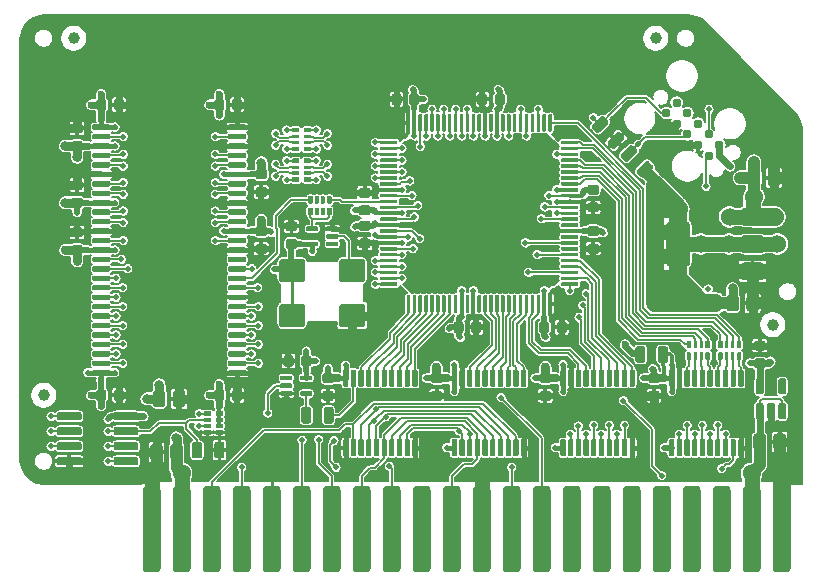
<source format=gtl>
G04 #@! TF.GenerationSoftware,KiCad,Pcbnew,(5.1.5-0-10_14)*
G04 #@! TF.CreationDate,2021-04-30T04:14:58-04:00*
G04 #@! TF.ProjectId,RAM2GS,52414d32-4753-42e6-9b69-6361645f7063,2.0*
G04 #@! TF.SameCoordinates,Original*
G04 #@! TF.FileFunction,Copper,L1,Top*
G04 #@! TF.FilePolarity,Positive*
%FSLAX46Y46*%
G04 Gerber Fmt 4.6, Leading zero omitted, Abs format (unit mm)*
G04 Created by KiCad (PCBNEW (5.1.5-0-10_14)) date 2021-04-30 04:14:58*
%MOMM*%
%LPD*%
G04 APERTURE LIST*
%ADD10C,0.100000*%
%ADD11C,1.000000*%
%ADD12C,0.787400*%
%ADD13C,2.000000*%
%ADD14C,0.500000*%
%ADD15C,0.600000*%
%ADD16C,0.762000*%
%ADD17C,0.800000*%
%ADD18C,1.524000*%
%ADD19C,0.508000*%
%ADD20C,0.600000*%
%ADD21C,0.450000*%
%ADD22C,0.508000*%
%ADD23C,0.762000*%
%ADD24C,0.800000*%
%ADD25C,1.270000*%
%ADD26C,1.524000*%
%ADD27C,1.000000*%
%ADD28C,0.500000*%
%ADD29C,0.400000*%
%ADD30C,0.250000*%
%ADD31C,0.300000*%
%ADD32C,0.150000*%
%ADD33C,0.700000*%
%ADD34C,0.895000*%
%ADD35C,0.254000*%
%ADD36C,0.200000*%
%ADD37C,0.152400*%
G04 APERTURE END LIST*
G04 #@! TA.AperFunction,SMDPad,CuDef*
D10*
G36*
X51578153Y-125380843D02*
G01*
X51595141Y-125383363D01*
X51611800Y-125387535D01*
X51627970Y-125393321D01*
X51643494Y-125400664D01*
X51658225Y-125409493D01*
X51672019Y-125419723D01*
X51684744Y-125431256D01*
X51696277Y-125443981D01*
X51706507Y-125457775D01*
X51715336Y-125472506D01*
X51722679Y-125488030D01*
X51728465Y-125504200D01*
X51732637Y-125520859D01*
X51735157Y-125537847D01*
X51736000Y-125555000D01*
X51736000Y-125905000D01*
X51735157Y-125922153D01*
X51732637Y-125939141D01*
X51728465Y-125955800D01*
X51722679Y-125971970D01*
X51715336Y-125987494D01*
X51706507Y-126002225D01*
X51696277Y-126016019D01*
X51684744Y-126028744D01*
X51672019Y-126040277D01*
X51658225Y-126050507D01*
X51643494Y-126059336D01*
X51627970Y-126066679D01*
X51611800Y-126072465D01*
X51595141Y-126076637D01*
X51578153Y-126079157D01*
X51561000Y-126080000D01*
X49811000Y-126080000D01*
X49793847Y-126079157D01*
X49776859Y-126076637D01*
X49760200Y-126072465D01*
X49744030Y-126066679D01*
X49728506Y-126059336D01*
X49713775Y-126050507D01*
X49699981Y-126040277D01*
X49687256Y-126028744D01*
X49675723Y-126016019D01*
X49665493Y-126002225D01*
X49656664Y-125987494D01*
X49649321Y-125971970D01*
X49643535Y-125955800D01*
X49639363Y-125939141D01*
X49636843Y-125922153D01*
X49636000Y-125905000D01*
X49636000Y-125555000D01*
X49636843Y-125537847D01*
X49639363Y-125520859D01*
X49643535Y-125504200D01*
X49649321Y-125488030D01*
X49656664Y-125472506D01*
X49665493Y-125457775D01*
X49675723Y-125443981D01*
X49687256Y-125431256D01*
X49699981Y-125419723D01*
X49713775Y-125409493D01*
X49728506Y-125400664D01*
X49744030Y-125393321D01*
X49760200Y-125387535D01*
X49776859Y-125383363D01*
X49793847Y-125380843D01*
X49811000Y-125380000D01*
X51561000Y-125380000D01*
X51578153Y-125380843D01*
G37*
G04 #@! TD.AperFunction*
G04 #@! TA.AperFunction,SMDPad,CuDef*
G36*
X51578153Y-126650843D02*
G01*
X51595141Y-126653363D01*
X51611800Y-126657535D01*
X51627970Y-126663321D01*
X51643494Y-126670664D01*
X51658225Y-126679493D01*
X51672019Y-126689723D01*
X51684744Y-126701256D01*
X51696277Y-126713981D01*
X51706507Y-126727775D01*
X51715336Y-126742506D01*
X51722679Y-126758030D01*
X51728465Y-126774200D01*
X51732637Y-126790859D01*
X51735157Y-126807847D01*
X51736000Y-126825000D01*
X51736000Y-127175000D01*
X51735157Y-127192153D01*
X51732637Y-127209141D01*
X51728465Y-127225800D01*
X51722679Y-127241970D01*
X51715336Y-127257494D01*
X51706507Y-127272225D01*
X51696277Y-127286019D01*
X51684744Y-127298744D01*
X51672019Y-127310277D01*
X51658225Y-127320507D01*
X51643494Y-127329336D01*
X51627970Y-127336679D01*
X51611800Y-127342465D01*
X51595141Y-127346637D01*
X51578153Y-127349157D01*
X51561000Y-127350000D01*
X49811000Y-127350000D01*
X49793847Y-127349157D01*
X49776859Y-127346637D01*
X49760200Y-127342465D01*
X49744030Y-127336679D01*
X49728506Y-127329336D01*
X49713775Y-127320507D01*
X49699981Y-127310277D01*
X49687256Y-127298744D01*
X49675723Y-127286019D01*
X49665493Y-127272225D01*
X49656664Y-127257494D01*
X49649321Y-127241970D01*
X49643535Y-127225800D01*
X49639363Y-127209141D01*
X49636843Y-127192153D01*
X49636000Y-127175000D01*
X49636000Y-126825000D01*
X49636843Y-126807847D01*
X49639363Y-126790859D01*
X49643535Y-126774200D01*
X49649321Y-126758030D01*
X49656664Y-126742506D01*
X49665493Y-126727775D01*
X49675723Y-126713981D01*
X49687256Y-126701256D01*
X49699981Y-126689723D01*
X49713775Y-126679493D01*
X49728506Y-126670664D01*
X49744030Y-126663321D01*
X49760200Y-126657535D01*
X49776859Y-126653363D01*
X49793847Y-126650843D01*
X49811000Y-126650000D01*
X51561000Y-126650000D01*
X51578153Y-126650843D01*
G37*
G04 #@! TD.AperFunction*
G04 #@! TA.AperFunction,SMDPad,CuDef*
G36*
X51578153Y-127920843D02*
G01*
X51595141Y-127923363D01*
X51611800Y-127927535D01*
X51627970Y-127933321D01*
X51643494Y-127940664D01*
X51658225Y-127949493D01*
X51672019Y-127959723D01*
X51684744Y-127971256D01*
X51696277Y-127983981D01*
X51706507Y-127997775D01*
X51715336Y-128012506D01*
X51722679Y-128028030D01*
X51728465Y-128044200D01*
X51732637Y-128060859D01*
X51735157Y-128077847D01*
X51736000Y-128095000D01*
X51736000Y-128445000D01*
X51735157Y-128462153D01*
X51732637Y-128479141D01*
X51728465Y-128495800D01*
X51722679Y-128511970D01*
X51715336Y-128527494D01*
X51706507Y-128542225D01*
X51696277Y-128556019D01*
X51684744Y-128568744D01*
X51672019Y-128580277D01*
X51658225Y-128590507D01*
X51643494Y-128599336D01*
X51627970Y-128606679D01*
X51611800Y-128612465D01*
X51595141Y-128616637D01*
X51578153Y-128619157D01*
X51561000Y-128620000D01*
X49811000Y-128620000D01*
X49793847Y-128619157D01*
X49776859Y-128616637D01*
X49760200Y-128612465D01*
X49744030Y-128606679D01*
X49728506Y-128599336D01*
X49713775Y-128590507D01*
X49699981Y-128580277D01*
X49687256Y-128568744D01*
X49675723Y-128556019D01*
X49665493Y-128542225D01*
X49656664Y-128527494D01*
X49649321Y-128511970D01*
X49643535Y-128495800D01*
X49639363Y-128479141D01*
X49636843Y-128462153D01*
X49636000Y-128445000D01*
X49636000Y-128095000D01*
X49636843Y-128077847D01*
X49639363Y-128060859D01*
X49643535Y-128044200D01*
X49649321Y-128028030D01*
X49656664Y-128012506D01*
X49665493Y-127997775D01*
X49675723Y-127983981D01*
X49687256Y-127971256D01*
X49699981Y-127959723D01*
X49713775Y-127949493D01*
X49728506Y-127940664D01*
X49744030Y-127933321D01*
X49760200Y-127927535D01*
X49776859Y-127923363D01*
X49793847Y-127920843D01*
X49811000Y-127920000D01*
X51561000Y-127920000D01*
X51578153Y-127920843D01*
G37*
G04 #@! TD.AperFunction*
G04 #@! TA.AperFunction,SMDPad,CuDef*
G36*
X51578153Y-129190843D02*
G01*
X51595141Y-129193363D01*
X51611800Y-129197535D01*
X51627970Y-129203321D01*
X51643494Y-129210664D01*
X51658225Y-129219493D01*
X51672019Y-129229723D01*
X51684744Y-129241256D01*
X51696277Y-129253981D01*
X51706507Y-129267775D01*
X51715336Y-129282506D01*
X51722679Y-129298030D01*
X51728465Y-129314200D01*
X51732637Y-129330859D01*
X51735157Y-129347847D01*
X51736000Y-129365000D01*
X51736000Y-129715000D01*
X51735157Y-129732153D01*
X51732637Y-129749141D01*
X51728465Y-129765800D01*
X51722679Y-129781970D01*
X51715336Y-129797494D01*
X51706507Y-129812225D01*
X51696277Y-129826019D01*
X51684744Y-129838744D01*
X51672019Y-129850277D01*
X51658225Y-129860507D01*
X51643494Y-129869336D01*
X51627970Y-129876679D01*
X51611800Y-129882465D01*
X51595141Y-129886637D01*
X51578153Y-129889157D01*
X51561000Y-129890000D01*
X49811000Y-129890000D01*
X49793847Y-129889157D01*
X49776859Y-129886637D01*
X49760200Y-129882465D01*
X49744030Y-129876679D01*
X49728506Y-129869336D01*
X49713775Y-129860507D01*
X49699981Y-129850277D01*
X49687256Y-129838744D01*
X49675723Y-129826019D01*
X49665493Y-129812225D01*
X49656664Y-129797494D01*
X49649321Y-129781970D01*
X49643535Y-129765800D01*
X49639363Y-129749141D01*
X49636843Y-129732153D01*
X49636000Y-129715000D01*
X49636000Y-129365000D01*
X49636843Y-129347847D01*
X49639363Y-129330859D01*
X49643535Y-129314200D01*
X49649321Y-129298030D01*
X49656664Y-129282506D01*
X49665493Y-129267775D01*
X49675723Y-129253981D01*
X49687256Y-129241256D01*
X49699981Y-129229723D01*
X49713775Y-129219493D01*
X49728506Y-129210664D01*
X49744030Y-129203321D01*
X49760200Y-129197535D01*
X49776859Y-129193363D01*
X49793847Y-129190843D01*
X49811000Y-129190000D01*
X51561000Y-129190000D01*
X51578153Y-129190843D01*
G37*
G04 #@! TD.AperFunction*
G04 #@! TA.AperFunction,SMDPad,CuDef*
G36*
X56378153Y-129190843D02*
G01*
X56395141Y-129193363D01*
X56411800Y-129197535D01*
X56427970Y-129203321D01*
X56443494Y-129210664D01*
X56458225Y-129219493D01*
X56472019Y-129229723D01*
X56484744Y-129241256D01*
X56496277Y-129253981D01*
X56506507Y-129267775D01*
X56515336Y-129282506D01*
X56522679Y-129298030D01*
X56528465Y-129314200D01*
X56532637Y-129330859D01*
X56535157Y-129347847D01*
X56536000Y-129365000D01*
X56536000Y-129715000D01*
X56535157Y-129732153D01*
X56532637Y-129749141D01*
X56528465Y-129765800D01*
X56522679Y-129781970D01*
X56515336Y-129797494D01*
X56506507Y-129812225D01*
X56496277Y-129826019D01*
X56484744Y-129838744D01*
X56472019Y-129850277D01*
X56458225Y-129860507D01*
X56443494Y-129869336D01*
X56427970Y-129876679D01*
X56411800Y-129882465D01*
X56395141Y-129886637D01*
X56378153Y-129889157D01*
X56361000Y-129890000D01*
X54611000Y-129890000D01*
X54593847Y-129889157D01*
X54576859Y-129886637D01*
X54560200Y-129882465D01*
X54544030Y-129876679D01*
X54528506Y-129869336D01*
X54513775Y-129860507D01*
X54499981Y-129850277D01*
X54487256Y-129838744D01*
X54475723Y-129826019D01*
X54465493Y-129812225D01*
X54456664Y-129797494D01*
X54449321Y-129781970D01*
X54443535Y-129765800D01*
X54439363Y-129749141D01*
X54436843Y-129732153D01*
X54436000Y-129715000D01*
X54436000Y-129365000D01*
X54436843Y-129347847D01*
X54439363Y-129330859D01*
X54443535Y-129314200D01*
X54449321Y-129298030D01*
X54456664Y-129282506D01*
X54465493Y-129267775D01*
X54475723Y-129253981D01*
X54487256Y-129241256D01*
X54499981Y-129229723D01*
X54513775Y-129219493D01*
X54528506Y-129210664D01*
X54544030Y-129203321D01*
X54560200Y-129197535D01*
X54576859Y-129193363D01*
X54593847Y-129190843D01*
X54611000Y-129190000D01*
X56361000Y-129190000D01*
X56378153Y-129190843D01*
G37*
G04 #@! TD.AperFunction*
G04 #@! TA.AperFunction,SMDPad,CuDef*
G36*
X56378153Y-127920843D02*
G01*
X56395141Y-127923363D01*
X56411800Y-127927535D01*
X56427970Y-127933321D01*
X56443494Y-127940664D01*
X56458225Y-127949493D01*
X56472019Y-127959723D01*
X56484744Y-127971256D01*
X56496277Y-127983981D01*
X56506507Y-127997775D01*
X56515336Y-128012506D01*
X56522679Y-128028030D01*
X56528465Y-128044200D01*
X56532637Y-128060859D01*
X56535157Y-128077847D01*
X56536000Y-128095000D01*
X56536000Y-128445000D01*
X56535157Y-128462153D01*
X56532637Y-128479141D01*
X56528465Y-128495800D01*
X56522679Y-128511970D01*
X56515336Y-128527494D01*
X56506507Y-128542225D01*
X56496277Y-128556019D01*
X56484744Y-128568744D01*
X56472019Y-128580277D01*
X56458225Y-128590507D01*
X56443494Y-128599336D01*
X56427970Y-128606679D01*
X56411800Y-128612465D01*
X56395141Y-128616637D01*
X56378153Y-128619157D01*
X56361000Y-128620000D01*
X54611000Y-128620000D01*
X54593847Y-128619157D01*
X54576859Y-128616637D01*
X54560200Y-128612465D01*
X54544030Y-128606679D01*
X54528506Y-128599336D01*
X54513775Y-128590507D01*
X54499981Y-128580277D01*
X54487256Y-128568744D01*
X54475723Y-128556019D01*
X54465493Y-128542225D01*
X54456664Y-128527494D01*
X54449321Y-128511970D01*
X54443535Y-128495800D01*
X54439363Y-128479141D01*
X54436843Y-128462153D01*
X54436000Y-128445000D01*
X54436000Y-128095000D01*
X54436843Y-128077847D01*
X54439363Y-128060859D01*
X54443535Y-128044200D01*
X54449321Y-128028030D01*
X54456664Y-128012506D01*
X54465493Y-127997775D01*
X54475723Y-127983981D01*
X54487256Y-127971256D01*
X54499981Y-127959723D01*
X54513775Y-127949493D01*
X54528506Y-127940664D01*
X54544030Y-127933321D01*
X54560200Y-127927535D01*
X54576859Y-127923363D01*
X54593847Y-127920843D01*
X54611000Y-127920000D01*
X56361000Y-127920000D01*
X56378153Y-127920843D01*
G37*
G04 #@! TD.AperFunction*
G04 #@! TA.AperFunction,SMDPad,CuDef*
G36*
X56378153Y-126650843D02*
G01*
X56395141Y-126653363D01*
X56411800Y-126657535D01*
X56427970Y-126663321D01*
X56443494Y-126670664D01*
X56458225Y-126679493D01*
X56472019Y-126689723D01*
X56484744Y-126701256D01*
X56496277Y-126713981D01*
X56506507Y-126727775D01*
X56515336Y-126742506D01*
X56522679Y-126758030D01*
X56528465Y-126774200D01*
X56532637Y-126790859D01*
X56535157Y-126807847D01*
X56536000Y-126825000D01*
X56536000Y-127175000D01*
X56535157Y-127192153D01*
X56532637Y-127209141D01*
X56528465Y-127225800D01*
X56522679Y-127241970D01*
X56515336Y-127257494D01*
X56506507Y-127272225D01*
X56496277Y-127286019D01*
X56484744Y-127298744D01*
X56472019Y-127310277D01*
X56458225Y-127320507D01*
X56443494Y-127329336D01*
X56427970Y-127336679D01*
X56411800Y-127342465D01*
X56395141Y-127346637D01*
X56378153Y-127349157D01*
X56361000Y-127350000D01*
X54611000Y-127350000D01*
X54593847Y-127349157D01*
X54576859Y-127346637D01*
X54560200Y-127342465D01*
X54544030Y-127336679D01*
X54528506Y-127329336D01*
X54513775Y-127320507D01*
X54499981Y-127310277D01*
X54487256Y-127298744D01*
X54475723Y-127286019D01*
X54465493Y-127272225D01*
X54456664Y-127257494D01*
X54449321Y-127241970D01*
X54443535Y-127225800D01*
X54439363Y-127209141D01*
X54436843Y-127192153D01*
X54436000Y-127175000D01*
X54436000Y-126825000D01*
X54436843Y-126807847D01*
X54439363Y-126790859D01*
X54443535Y-126774200D01*
X54449321Y-126758030D01*
X54456664Y-126742506D01*
X54465493Y-126727775D01*
X54475723Y-126713981D01*
X54487256Y-126701256D01*
X54499981Y-126689723D01*
X54513775Y-126679493D01*
X54528506Y-126670664D01*
X54544030Y-126663321D01*
X54560200Y-126657535D01*
X54576859Y-126653363D01*
X54593847Y-126650843D01*
X54611000Y-126650000D01*
X56361000Y-126650000D01*
X56378153Y-126650843D01*
G37*
G04 #@! TD.AperFunction*
G04 #@! TA.AperFunction,SMDPad,CuDef*
G36*
X56378153Y-125380843D02*
G01*
X56395141Y-125383363D01*
X56411800Y-125387535D01*
X56427970Y-125393321D01*
X56443494Y-125400664D01*
X56458225Y-125409493D01*
X56472019Y-125419723D01*
X56484744Y-125431256D01*
X56496277Y-125443981D01*
X56506507Y-125457775D01*
X56515336Y-125472506D01*
X56522679Y-125488030D01*
X56528465Y-125504200D01*
X56532637Y-125520859D01*
X56535157Y-125537847D01*
X56536000Y-125555000D01*
X56536000Y-125905000D01*
X56535157Y-125922153D01*
X56532637Y-125939141D01*
X56528465Y-125955800D01*
X56522679Y-125971970D01*
X56515336Y-125987494D01*
X56506507Y-126002225D01*
X56496277Y-126016019D01*
X56484744Y-126028744D01*
X56472019Y-126040277D01*
X56458225Y-126050507D01*
X56443494Y-126059336D01*
X56427970Y-126066679D01*
X56411800Y-126072465D01*
X56395141Y-126076637D01*
X56378153Y-126079157D01*
X56361000Y-126080000D01*
X54611000Y-126080000D01*
X54593847Y-126079157D01*
X54576859Y-126076637D01*
X54560200Y-126072465D01*
X54544030Y-126066679D01*
X54528506Y-126059336D01*
X54513775Y-126050507D01*
X54499981Y-126040277D01*
X54487256Y-126028744D01*
X54475723Y-126016019D01*
X54465493Y-126002225D01*
X54456664Y-125987494D01*
X54449321Y-125971970D01*
X54443535Y-125955800D01*
X54439363Y-125939141D01*
X54436843Y-125922153D01*
X54436000Y-125905000D01*
X54436000Y-125555000D01*
X54436843Y-125537847D01*
X54439363Y-125520859D01*
X54443535Y-125504200D01*
X54449321Y-125488030D01*
X54456664Y-125472506D01*
X54465493Y-125457775D01*
X54475723Y-125443981D01*
X54487256Y-125431256D01*
X54499981Y-125419723D01*
X54513775Y-125409493D01*
X54528506Y-125400664D01*
X54544030Y-125393321D01*
X54560200Y-125387535D01*
X54576859Y-125383363D01*
X54593847Y-125380843D01*
X54611000Y-125380000D01*
X56361000Y-125380000D01*
X56378153Y-125380843D01*
G37*
G04 #@! TD.AperFunction*
D11*
X48514000Y-123952000D03*
G04 #@! TA.AperFunction,SMDPad,CuDef*
D10*
G36*
X79482351Y-115475361D02*
G01*
X79489632Y-115476441D01*
X79496771Y-115478229D01*
X79503701Y-115480709D01*
X79510355Y-115483856D01*
X79516668Y-115487640D01*
X79522579Y-115492024D01*
X79528033Y-115496967D01*
X79532976Y-115502421D01*
X79537360Y-115508332D01*
X79541144Y-115514645D01*
X79544291Y-115521299D01*
X79546771Y-115528229D01*
X79548559Y-115535368D01*
X79549639Y-115542649D01*
X79550000Y-115550000D01*
X79550000Y-116875000D01*
X79549639Y-116882351D01*
X79548559Y-116889632D01*
X79546771Y-116896771D01*
X79544291Y-116903701D01*
X79541144Y-116910355D01*
X79537360Y-116916668D01*
X79532976Y-116922579D01*
X79528033Y-116928033D01*
X79522579Y-116932976D01*
X79516668Y-116937360D01*
X79510355Y-116941144D01*
X79503701Y-116944291D01*
X79496771Y-116946771D01*
X79489632Y-116948559D01*
X79482351Y-116949639D01*
X79475000Y-116950000D01*
X79325000Y-116950000D01*
X79317649Y-116949639D01*
X79310368Y-116948559D01*
X79303229Y-116946771D01*
X79296299Y-116944291D01*
X79289645Y-116941144D01*
X79283332Y-116937360D01*
X79277421Y-116932976D01*
X79271967Y-116928033D01*
X79267024Y-116922579D01*
X79262640Y-116916668D01*
X79258856Y-116910355D01*
X79255709Y-116903701D01*
X79253229Y-116896771D01*
X79251441Y-116889632D01*
X79250361Y-116882351D01*
X79250000Y-116875000D01*
X79250000Y-115550000D01*
X79250361Y-115542649D01*
X79251441Y-115535368D01*
X79253229Y-115528229D01*
X79255709Y-115521299D01*
X79258856Y-115514645D01*
X79262640Y-115508332D01*
X79267024Y-115502421D01*
X79271967Y-115496967D01*
X79277421Y-115492024D01*
X79283332Y-115487640D01*
X79289645Y-115483856D01*
X79296299Y-115480709D01*
X79303229Y-115478229D01*
X79310368Y-115476441D01*
X79317649Y-115475361D01*
X79325000Y-115475000D01*
X79475000Y-115475000D01*
X79482351Y-115475361D01*
G37*
G04 #@! TD.AperFunction*
G04 #@! TA.AperFunction,SMDPad,CuDef*
G36*
X79982351Y-115475361D02*
G01*
X79989632Y-115476441D01*
X79996771Y-115478229D01*
X80003701Y-115480709D01*
X80010355Y-115483856D01*
X80016668Y-115487640D01*
X80022579Y-115492024D01*
X80028033Y-115496967D01*
X80032976Y-115502421D01*
X80037360Y-115508332D01*
X80041144Y-115514645D01*
X80044291Y-115521299D01*
X80046771Y-115528229D01*
X80048559Y-115535368D01*
X80049639Y-115542649D01*
X80050000Y-115550000D01*
X80050000Y-116875000D01*
X80049639Y-116882351D01*
X80048559Y-116889632D01*
X80046771Y-116896771D01*
X80044291Y-116903701D01*
X80041144Y-116910355D01*
X80037360Y-116916668D01*
X80032976Y-116922579D01*
X80028033Y-116928033D01*
X80022579Y-116932976D01*
X80016668Y-116937360D01*
X80010355Y-116941144D01*
X80003701Y-116944291D01*
X79996771Y-116946771D01*
X79989632Y-116948559D01*
X79982351Y-116949639D01*
X79975000Y-116950000D01*
X79825000Y-116950000D01*
X79817649Y-116949639D01*
X79810368Y-116948559D01*
X79803229Y-116946771D01*
X79796299Y-116944291D01*
X79789645Y-116941144D01*
X79783332Y-116937360D01*
X79777421Y-116932976D01*
X79771967Y-116928033D01*
X79767024Y-116922579D01*
X79762640Y-116916668D01*
X79758856Y-116910355D01*
X79755709Y-116903701D01*
X79753229Y-116896771D01*
X79751441Y-116889632D01*
X79750361Y-116882351D01*
X79750000Y-116875000D01*
X79750000Y-115550000D01*
X79750361Y-115542649D01*
X79751441Y-115535368D01*
X79753229Y-115528229D01*
X79755709Y-115521299D01*
X79758856Y-115514645D01*
X79762640Y-115508332D01*
X79767024Y-115502421D01*
X79771967Y-115496967D01*
X79777421Y-115492024D01*
X79783332Y-115487640D01*
X79789645Y-115483856D01*
X79796299Y-115480709D01*
X79803229Y-115478229D01*
X79810368Y-115476441D01*
X79817649Y-115475361D01*
X79825000Y-115475000D01*
X79975000Y-115475000D01*
X79982351Y-115475361D01*
G37*
G04 #@! TD.AperFunction*
G04 #@! TA.AperFunction,SMDPad,CuDef*
G36*
X80482351Y-115475361D02*
G01*
X80489632Y-115476441D01*
X80496771Y-115478229D01*
X80503701Y-115480709D01*
X80510355Y-115483856D01*
X80516668Y-115487640D01*
X80522579Y-115492024D01*
X80528033Y-115496967D01*
X80532976Y-115502421D01*
X80537360Y-115508332D01*
X80541144Y-115514645D01*
X80544291Y-115521299D01*
X80546771Y-115528229D01*
X80548559Y-115535368D01*
X80549639Y-115542649D01*
X80550000Y-115550000D01*
X80550000Y-116875000D01*
X80549639Y-116882351D01*
X80548559Y-116889632D01*
X80546771Y-116896771D01*
X80544291Y-116903701D01*
X80541144Y-116910355D01*
X80537360Y-116916668D01*
X80532976Y-116922579D01*
X80528033Y-116928033D01*
X80522579Y-116932976D01*
X80516668Y-116937360D01*
X80510355Y-116941144D01*
X80503701Y-116944291D01*
X80496771Y-116946771D01*
X80489632Y-116948559D01*
X80482351Y-116949639D01*
X80475000Y-116950000D01*
X80325000Y-116950000D01*
X80317649Y-116949639D01*
X80310368Y-116948559D01*
X80303229Y-116946771D01*
X80296299Y-116944291D01*
X80289645Y-116941144D01*
X80283332Y-116937360D01*
X80277421Y-116932976D01*
X80271967Y-116928033D01*
X80267024Y-116922579D01*
X80262640Y-116916668D01*
X80258856Y-116910355D01*
X80255709Y-116903701D01*
X80253229Y-116896771D01*
X80251441Y-116889632D01*
X80250361Y-116882351D01*
X80250000Y-116875000D01*
X80250000Y-115550000D01*
X80250361Y-115542649D01*
X80251441Y-115535368D01*
X80253229Y-115528229D01*
X80255709Y-115521299D01*
X80258856Y-115514645D01*
X80262640Y-115508332D01*
X80267024Y-115502421D01*
X80271967Y-115496967D01*
X80277421Y-115492024D01*
X80283332Y-115487640D01*
X80289645Y-115483856D01*
X80296299Y-115480709D01*
X80303229Y-115478229D01*
X80310368Y-115476441D01*
X80317649Y-115475361D01*
X80325000Y-115475000D01*
X80475000Y-115475000D01*
X80482351Y-115475361D01*
G37*
G04 #@! TD.AperFunction*
G04 #@! TA.AperFunction,SMDPad,CuDef*
G36*
X80982351Y-115475361D02*
G01*
X80989632Y-115476441D01*
X80996771Y-115478229D01*
X81003701Y-115480709D01*
X81010355Y-115483856D01*
X81016668Y-115487640D01*
X81022579Y-115492024D01*
X81028033Y-115496967D01*
X81032976Y-115502421D01*
X81037360Y-115508332D01*
X81041144Y-115514645D01*
X81044291Y-115521299D01*
X81046771Y-115528229D01*
X81048559Y-115535368D01*
X81049639Y-115542649D01*
X81050000Y-115550000D01*
X81050000Y-116875000D01*
X81049639Y-116882351D01*
X81048559Y-116889632D01*
X81046771Y-116896771D01*
X81044291Y-116903701D01*
X81041144Y-116910355D01*
X81037360Y-116916668D01*
X81032976Y-116922579D01*
X81028033Y-116928033D01*
X81022579Y-116932976D01*
X81016668Y-116937360D01*
X81010355Y-116941144D01*
X81003701Y-116944291D01*
X80996771Y-116946771D01*
X80989632Y-116948559D01*
X80982351Y-116949639D01*
X80975000Y-116950000D01*
X80825000Y-116950000D01*
X80817649Y-116949639D01*
X80810368Y-116948559D01*
X80803229Y-116946771D01*
X80796299Y-116944291D01*
X80789645Y-116941144D01*
X80783332Y-116937360D01*
X80777421Y-116932976D01*
X80771967Y-116928033D01*
X80767024Y-116922579D01*
X80762640Y-116916668D01*
X80758856Y-116910355D01*
X80755709Y-116903701D01*
X80753229Y-116896771D01*
X80751441Y-116889632D01*
X80750361Y-116882351D01*
X80750000Y-116875000D01*
X80750000Y-115550000D01*
X80750361Y-115542649D01*
X80751441Y-115535368D01*
X80753229Y-115528229D01*
X80755709Y-115521299D01*
X80758856Y-115514645D01*
X80762640Y-115508332D01*
X80767024Y-115502421D01*
X80771967Y-115496967D01*
X80777421Y-115492024D01*
X80783332Y-115487640D01*
X80789645Y-115483856D01*
X80796299Y-115480709D01*
X80803229Y-115478229D01*
X80810368Y-115476441D01*
X80817649Y-115475361D01*
X80825000Y-115475000D01*
X80975000Y-115475000D01*
X80982351Y-115475361D01*
G37*
G04 #@! TD.AperFunction*
G04 #@! TA.AperFunction,SMDPad,CuDef*
G36*
X81482351Y-115475361D02*
G01*
X81489632Y-115476441D01*
X81496771Y-115478229D01*
X81503701Y-115480709D01*
X81510355Y-115483856D01*
X81516668Y-115487640D01*
X81522579Y-115492024D01*
X81528033Y-115496967D01*
X81532976Y-115502421D01*
X81537360Y-115508332D01*
X81541144Y-115514645D01*
X81544291Y-115521299D01*
X81546771Y-115528229D01*
X81548559Y-115535368D01*
X81549639Y-115542649D01*
X81550000Y-115550000D01*
X81550000Y-116875000D01*
X81549639Y-116882351D01*
X81548559Y-116889632D01*
X81546771Y-116896771D01*
X81544291Y-116903701D01*
X81541144Y-116910355D01*
X81537360Y-116916668D01*
X81532976Y-116922579D01*
X81528033Y-116928033D01*
X81522579Y-116932976D01*
X81516668Y-116937360D01*
X81510355Y-116941144D01*
X81503701Y-116944291D01*
X81496771Y-116946771D01*
X81489632Y-116948559D01*
X81482351Y-116949639D01*
X81475000Y-116950000D01*
X81325000Y-116950000D01*
X81317649Y-116949639D01*
X81310368Y-116948559D01*
X81303229Y-116946771D01*
X81296299Y-116944291D01*
X81289645Y-116941144D01*
X81283332Y-116937360D01*
X81277421Y-116932976D01*
X81271967Y-116928033D01*
X81267024Y-116922579D01*
X81262640Y-116916668D01*
X81258856Y-116910355D01*
X81255709Y-116903701D01*
X81253229Y-116896771D01*
X81251441Y-116889632D01*
X81250361Y-116882351D01*
X81250000Y-116875000D01*
X81250000Y-115550000D01*
X81250361Y-115542649D01*
X81251441Y-115535368D01*
X81253229Y-115528229D01*
X81255709Y-115521299D01*
X81258856Y-115514645D01*
X81262640Y-115508332D01*
X81267024Y-115502421D01*
X81271967Y-115496967D01*
X81277421Y-115492024D01*
X81283332Y-115487640D01*
X81289645Y-115483856D01*
X81296299Y-115480709D01*
X81303229Y-115478229D01*
X81310368Y-115476441D01*
X81317649Y-115475361D01*
X81325000Y-115475000D01*
X81475000Y-115475000D01*
X81482351Y-115475361D01*
G37*
G04 #@! TD.AperFunction*
G04 #@! TA.AperFunction,SMDPad,CuDef*
G36*
X81982351Y-115475361D02*
G01*
X81989632Y-115476441D01*
X81996771Y-115478229D01*
X82003701Y-115480709D01*
X82010355Y-115483856D01*
X82016668Y-115487640D01*
X82022579Y-115492024D01*
X82028033Y-115496967D01*
X82032976Y-115502421D01*
X82037360Y-115508332D01*
X82041144Y-115514645D01*
X82044291Y-115521299D01*
X82046771Y-115528229D01*
X82048559Y-115535368D01*
X82049639Y-115542649D01*
X82050000Y-115550000D01*
X82050000Y-116875000D01*
X82049639Y-116882351D01*
X82048559Y-116889632D01*
X82046771Y-116896771D01*
X82044291Y-116903701D01*
X82041144Y-116910355D01*
X82037360Y-116916668D01*
X82032976Y-116922579D01*
X82028033Y-116928033D01*
X82022579Y-116932976D01*
X82016668Y-116937360D01*
X82010355Y-116941144D01*
X82003701Y-116944291D01*
X81996771Y-116946771D01*
X81989632Y-116948559D01*
X81982351Y-116949639D01*
X81975000Y-116950000D01*
X81825000Y-116950000D01*
X81817649Y-116949639D01*
X81810368Y-116948559D01*
X81803229Y-116946771D01*
X81796299Y-116944291D01*
X81789645Y-116941144D01*
X81783332Y-116937360D01*
X81777421Y-116932976D01*
X81771967Y-116928033D01*
X81767024Y-116922579D01*
X81762640Y-116916668D01*
X81758856Y-116910355D01*
X81755709Y-116903701D01*
X81753229Y-116896771D01*
X81751441Y-116889632D01*
X81750361Y-116882351D01*
X81750000Y-116875000D01*
X81750000Y-115550000D01*
X81750361Y-115542649D01*
X81751441Y-115535368D01*
X81753229Y-115528229D01*
X81755709Y-115521299D01*
X81758856Y-115514645D01*
X81762640Y-115508332D01*
X81767024Y-115502421D01*
X81771967Y-115496967D01*
X81777421Y-115492024D01*
X81783332Y-115487640D01*
X81789645Y-115483856D01*
X81796299Y-115480709D01*
X81803229Y-115478229D01*
X81810368Y-115476441D01*
X81817649Y-115475361D01*
X81825000Y-115475000D01*
X81975000Y-115475000D01*
X81982351Y-115475361D01*
G37*
G04 #@! TD.AperFunction*
G04 #@! TA.AperFunction,SMDPad,CuDef*
G36*
X82482351Y-115475361D02*
G01*
X82489632Y-115476441D01*
X82496771Y-115478229D01*
X82503701Y-115480709D01*
X82510355Y-115483856D01*
X82516668Y-115487640D01*
X82522579Y-115492024D01*
X82528033Y-115496967D01*
X82532976Y-115502421D01*
X82537360Y-115508332D01*
X82541144Y-115514645D01*
X82544291Y-115521299D01*
X82546771Y-115528229D01*
X82548559Y-115535368D01*
X82549639Y-115542649D01*
X82550000Y-115550000D01*
X82550000Y-116875000D01*
X82549639Y-116882351D01*
X82548559Y-116889632D01*
X82546771Y-116896771D01*
X82544291Y-116903701D01*
X82541144Y-116910355D01*
X82537360Y-116916668D01*
X82532976Y-116922579D01*
X82528033Y-116928033D01*
X82522579Y-116932976D01*
X82516668Y-116937360D01*
X82510355Y-116941144D01*
X82503701Y-116944291D01*
X82496771Y-116946771D01*
X82489632Y-116948559D01*
X82482351Y-116949639D01*
X82475000Y-116950000D01*
X82325000Y-116950000D01*
X82317649Y-116949639D01*
X82310368Y-116948559D01*
X82303229Y-116946771D01*
X82296299Y-116944291D01*
X82289645Y-116941144D01*
X82283332Y-116937360D01*
X82277421Y-116932976D01*
X82271967Y-116928033D01*
X82267024Y-116922579D01*
X82262640Y-116916668D01*
X82258856Y-116910355D01*
X82255709Y-116903701D01*
X82253229Y-116896771D01*
X82251441Y-116889632D01*
X82250361Y-116882351D01*
X82250000Y-116875000D01*
X82250000Y-115550000D01*
X82250361Y-115542649D01*
X82251441Y-115535368D01*
X82253229Y-115528229D01*
X82255709Y-115521299D01*
X82258856Y-115514645D01*
X82262640Y-115508332D01*
X82267024Y-115502421D01*
X82271967Y-115496967D01*
X82277421Y-115492024D01*
X82283332Y-115487640D01*
X82289645Y-115483856D01*
X82296299Y-115480709D01*
X82303229Y-115478229D01*
X82310368Y-115476441D01*
X82317649Y-115475361D01*
X82325000Y-115475000D01*
X82475000Y-115475000D01*
X82482351Y-115475361D01*
G37*
G04 #@! TD.AperFunction*
G04 #@! TA.AperFunction,SMDPad,CuDef*
G36*
X82982351Y-115475361D02*
G01*
X82989632Y-115476441D01*
X82996771Y-115478229D01*
X83003701Y-115480709D01*
X83010355Y-115483856D01*
X83016668Y-115487640D01*
X83022579Y-115492024D01*
X83028033Y-115496967D01*
X83032976Y-115502421D01*
X83037360Y-115508332D01*
X83041144Y-115514645D01*
X83044291Y-115521299D01*
X83046771Y-115528229D01*
X83048559Y-115535368D01*
X83049639Y-115542649D01*
X83050000Y-115550000D01*
X83050000Y-116875000D01*
X83049639Y-116882351D01*
X83048559Y-116889632D01*
X83046771Y-116896771D01*
X83044291Y-116903701D01*
X83041144Y-116910355D01*
X83037360Y-116916668D01*
X83032976Y-116922579D01*
X83028033Y-116928033D01*
X83022579Y-116932976D01*
X83016668Y-116937360D01*
X83010355Y-116941144D01*
X83003701Y-116944291D01*
X82996771Y-116946771D01*
X82989632Y-116948559D01*
X82982351Y-116949639D01*
X82975000Y-116950000D01*
X82825000Y-116950000D01*
X82817649Y-116949639D01*
X82810368Y-116948559D01*
X82803229Y-116946771D01*
X82796299Y-116944291D01*
X82789645Y-116941144D01*
X82783332Y-116937360D01*
X82777421Y-116932976D01*
X82771967Y-116928033D01*
X82767024Y-116922579D01*
X82762640Y-116916668D01*
X82758856Y-116910355D01*
X82755709Y-116903701D01*
X82753229Y-116896771D01*
X82751441Y-116889632D01*
X82750361Y-116882351D01*
X82750000Y-116875000D01*
X82750000Y-115550000D01*
X82750361Y-115542649D01*
X82751441Y-115535368D01*
X82753229Y-115528229D01*
X82755709Y-115521299D01*
X82758856Y-115514645D01*
X82762640Y-115508332D01*
X82767024Y-115502421D01*
X82771967Y-115496967D01*
X82777421Y-115492024D01*
X82783332Y-115487640D01*
X82789645Y-115483856D01*
X82796299Y-115480709D01*
X82803229Y-115478229D01*
X82810368Y-115476441D01*
X82817649Y-115475361D01*
X82825000Y-115475000D01*
X82975000Y-115475000D01*
X82982351Y-115475361D01*
G37*
G04 #@! TD.AperFunction*
G04 #@! TA.AperFunction,SMDPad,CuDef*
G36*
X83482351Y-115475361D02*
G01*
X83489632Y-115476441D01*
X83496771Y-115478229D01*
X83503701Y-115480709D01*
X83510355Y-115483856D01*
X83516668Y-115487640D01*
X83522579Y-115492024D01*
X83528033Y-115496967D01*
X83532976Y-115502421D01*
X83537360Y-115508332D01*
X83541144Y-115514645D01*
X83544291Y-115521299D01*
X83546771Y-115528229D01*
X83548559Y-115535368D01*
X83549639Y-115542649D01*
X83550000Y-115550000D01*
X83550000Y-116875000D01*
X83549639Y-116882351D01*
X83548559Y-116889632D01*
X83546771Y-116896771D01*
X83544291Y-116903701D01*
X83541144Y-116910355D01*
X83537360Y-116916668D01*
X83532976Y-116922579D01*
X83528033Y-116928033D01*
X83522579Y-116932976D01*
X83516668Y-116937360D01*
X83510355Y-116941144D01*
X83503701Y-116944291D01*
X83496771Y-116946771D01*
X83489632Y-116948559D01*
X83482351Y-116949639D01*
X83475000Y-116950000D01*
X83325000Y-116950000D01*
X83317649Y-116949639D01*
X83310368Y-116948559D01*
X83303229Y-116946771D01*
X83296299Y-116944291D01*
X83289645Y-116941144D01*
X83283332Y-116937360D01*
X83277421Y-116932976D01*
X83271967Y-116928033D01*
X83267024Y-116922579D01*
X83262640Y-116916668D01*
X83258856Y-116910355D01*
X83255709Y-116903701D01*
X83253229Y-116896771D01*
X83251441Y-116889632D01*
X83250361Y-116882351D01*
X83250000Y-116875000D01*
X83250000Y-115550000D01*
X83250361Y-115542649D01*
X83251441Y-115535368D01*
X83253229Y-115528229D01*
X83255709Y-115521299D01*
X83258856Y-115514645D01*
X83262640Y-115508332D01*
X83267024Y-115502421D01*
X83271967Y-115496967D01*
X83277421Y-115492024D01*
X83283332Y-115487640D01*
X83289645Y-115483856D01*
X83296299Y-115480709D01*
X83303229Y-115478229D01*
X83310368Y-115476441D01*
X83317649Y-115475361D01*
X83325000Y-115475000D01*
X83475000Y-115475000D01*
X83482351Y-115475361D01*
G37*
G04 #@! TD.AperFunction*
G04 #@! TA.AperFunction,SMDPad,CuDef*
G36*
X83982351Y-115475361D02*
G01*
X83989632Y-115476441D01*
X83996771Y-115478229D01*
X84003701Y-115480709D01*
X84010355Y-115483856D01*
X84016668Y-115487640D01*
X84022579Y-115492024D01*
X84028033Y-115496967D01*
X84032976Y-115502421D01*
X84037360Y-115508332D01*
X84041144Y-115514645D01*
X84044291Y-115521299D01*
X84046771Y-115528229D01*
X84048559Y-115535368D01*
X84049639Y-115542649D01*
X84050000Y-115550000D01*
X84050000Y-116875000D01*
X84049639Y-116882351D01*
X84048559Y-116889632D01*
X84046771Y-116896771D01*
X84044291Y-116903701D01*
X84041144Y-116910355D01*
X84037360Y-116916668D01*
X84032976Y-116922579D01*
X84028033Y-116928033D01*
X84022579Y-116932976D01*
X84016668Y-116937360D01*
X84010355Y-116941144D01*
X84003701Y-116944291D01*
X83996771Y-116946771D01*
X83989632Y-116948559D01*
X83982351Y-116949639D01*
X83975000Y-116950000D01*
X83825000Y-116950000D01*
X83817649Y-116949639D01*
X83810368Y-116948559D01*
X83803229Y-116946771D01*
X83796299Y-116944291D01*
X83789645Y-116941144D01*
X83783332Y-116937360D01*
X83777421Y-116932976D01*
X83771967Y-116928033D01*
X83767024Y-116922579D01*
X83762640Y-116916668D01*
X83758856Y-116910355D01*
X83755709Y-116903701D01*
X83753229Y-116896771D01*
X83751441Y-116889632D01*
X83750361Y-116882351D01*
X83750000Y-116875000D01*
X83750000Y-115550000D01*
X83750361Y-115542649D01*
X83751441Y-115535368D01*
X83753229Y-115528229D01*
X83755709Y-115521299D01*
X83758856Y-115514645D01*
X83762640Y-115508332D01*
X83767024Y-115502421D01*
X83771967Y-115496967D01*
X83777421Y-115492024D01*
X83783332Y-115487640D01*
X83789645Y-115483856D01*
X83796299Y-115480709D01*
X83803229Y-115478229D01*
X83810368Y-115476441D01*
X83817649Y-115475361D01*
X83825000Y-115475000D01*
X83975000Y-115475000D01*
X83982351Y-115475361D01*
G37*
G04 #@! TD.AperFunction*
G04 #@! TA.AperFunction,SMDPad,CuDef*
G36*
X84482351Y-115475361D02*
G01*
X84489632Y-115476441D01*
X84496771Y-115478229D01*
X84503701Y-115480709D01*
X84510355Y-115483856D01*
X84516668Y-115487640D01*
X84522579Y-115492024D01*
X84528033Y-115496967D01*
X84532976Y-115502421D01*
X84537360Y-115508332D01*
X84541144Y-115514645D01*
X84544291Y-115521299D01*
X84546771Y-115528229D01*
X84548559Y-115535368D01*
X84549639Y-115542649D01*
X84550000Y-115550000D01*
X84550000Y-116875000D01*
X84549639Y-116882351D01*
X84548559Y-116889632D01*
X84546771Y-116896771D01*
X84544291Y-116903701D01*
X84541144Y-116910355D01*
X84537360Y-116916668D01*
X84532976Y-116922579D01*
X84528033Y-116928033D01*
X84522579Y-116932976D01*
X84516668Y-116937360D01*
X84510355Y-116941144D01*
X84503701Y-116944291D01*
X84496771Y-116946771D01*
X84489632Y-116948559D01*
X84482351Y-116949639D01*
X84475000Y-116950000D01*
X84325000Y-116950000D01*
X84317649Y-116949639D01*
X84310368Y-116948559D01*
X84303229Y-116946771D01*
X84296299Y-116944291D01*
X84289645Y-116941144D01*
X84283332Y-116937360D01*
X84277421Y-116932976D01*
X84271967Y-116928033D01*
X84267024Y-116922579D01*
X84262640Y-116916668D01*
X84258856Y-116910355D01*
X84255709Y-116903701D01*
X84253229Y-116896771D01*
X84251441Y-116889632D01*
X84250361Y-116882351D01*
X84250000Y-116875000D01*
X84250000Y-115550000D01*
X84250361Y-115542649D01*
X84251441Y-115535368D01*
X84253229Y-115528229D01*
X84255709Y-115521299D01*
X84258856Y-115514645D01*
X84262640Y-115508332D01*
X84267024Y-115502421D01*
X84271967Y-115496967D01*
X84277421Y-115492024D01*
X84283332Y-115487640D01*
X84289645Y-115483856D01*
X84296299Y-115480709D01*
X84303229Y-115478229D01*
X84310368Y-115476441D01*
X84317649Y-115475361D01*
X84325000Y-115475000D01*
X84475000Y-115475000D01*
X84482351Y-115475361D01*
G37*
G04 #@! TD.AperFunction*
G04 #@! TA.AperFunction,SMDPad,CuDef*
G36*
X84982351Y-115475361D02*
G01*
X84989632Y-115476441D01*
X84996771Y-115478229D01*
X85003701Y-115480709D01*
X85010355Y-115483856D01*
X85016668Y-115487640D01*
X85022579Y-115492024D01*
X85028033Y-115496967D01*
X85032976Y-115502421D01*
X85037360Y-115508332D01*
X85041144Y-115514645D01*
X85044291Y-115521299D01*
X85046771Y-115528229D01*
X85048559Y-115535368D01*
X85049639Y-115542649D01*
X85050000Y-115550000D01*
X85050000Y-116875000D01*
X85049639Y-116882351D01*
X85048559Y-116889632D01*
X85046771Y-116896771D01*
X85044291Y-116903701D01*
X85041144Y-116910355D01*
X85037360Y-116916668D01*
X85032976Y-116922579D01*
X85028033Y-116928033D01*
X85022579Y-116932976D01*
X85016668Y-116937360D01*
X85010355Y-116941144D01*
X85003701Y-116944291D01*
X84996771Y-116946771D01*
X84989632Y-116948559D01*
X84982351Y-116949639D01*
X84975000Y-116950000D01*
X84825000Y-116950000D01*
X84817649Y-116949639D01*
X84810368Y-116948559D01*
X84803229Y-116946771D01*
X84796299Y-116944291D01*
X84789645Y-116941144D01*
X84783332Y-116937360D01*
X84777421Y-116932976D01*
X84771967Y-116928033D01*
X84767024Y-116922579D01*
X84762640Y-116916668D01*
X84758856Y-116910355D01*
X84755709Y-116903701D01*
X84753229Y-116896771D01*
X84751441Y-116889632D01*
X84750361Y-116882351D01*
X84750000Y-116875000D01*
X84750000Y-115550000D01*
X84750361Y-115542649D01*
X84751441Y-115535368D01*
X84753229Y-115528229D01*
X84755709Y-115521299D01*
X84758856Y-115514645D01*
X84762640Y-115508332D01*
X84767024Y-115502421D01*
X84771967Y-115496967D01*
X84777421Y-115492024D01*
X84783332Y-115487640D01*
X84789645Y-115483856D01*
X84796299Y-115480709D01*
X84803229Y-115478229D01*
X84810368Y-115476441D01*
X84817649Y-115475361D01*
X84825000Y-115475000D01*
X84975000Y-115475000D01*
X84982351Y-115475361D01*
G37*
G04 #@! TD.AperFunction*
G04 #@! TA.AperFunction,SMDPad,CuDef*
G36*
X85482351Y-115475361D02*
G01*
X85489632Y-115476441D01*
X85496771Y-115478229D01*
X85503701Y-115480709D01*
X85510355Y-115483856D01*
X85516668Y-115487640D01*
X85522579Y-115492024D01*
X85528033Y-115496967D01*
X85532976Y-115502421D01*
X85537360Y-115508332D01*
X85541144Y-115514645D01*
X85544291Y-115521299D01*
X85546771Y-115528229D01*
X85548559Y-115535368D01*
X85549639Y-115542649D01*
X85550000Y-115550000D01*
X85550000Y-116875000D01*
X85549639Y-116882351D01*
X85548559Y-116889632D01*
X85546771Y-116896771D01*
X85544291Y-116903701D01*
X85541144Y-116910355D01*
X85537360Y-116916668D01*
X85532976Y-116922579D01*
X85528033Y-116928033D01*
X85522579Y-116932976D01*
X85516668Y-116937360D01*
X85510355Y-116941144D01*
X85503701Y-116944291D01*
X85496771Y-116946771D01*
X85489632Y-116948559D01*
X85482351Y-116949639D01*
X85475000Y-116950000D01*
X85325000Y-116950000D01*
X85317649Y-116949639D01*
X85310368Y-116948559D01*
X85303229Y-116946771D01*
X85296299Y-116944291D01*
X85289645Y-116941144D01*
X85283332Y-116937360D01*
X85277421Y-116932976D01*
X85271967Y-116928033D01*
X85267024Y-116922579D01*
X85262640Y-116916668D01*
X85258856Y-116910355D01*
X85255709Y-116903701D01*
X85253229Y-116896771D01*
X85251441Y-116889632D01*
X85250361Y-116882351D01*
X85250000Y-116875000D01*
X85250000Y-115550000D01*
X85250361Y-115542649D01*
X85251441Y-115535368D01*
X85253229Y-115528229D01*
X85255709Y-115521299D01*
X85258856Y-115514645D01*
X85262640Y-115508332D01*
X85267024Y-115502421D01*
X85271967Y-115496967D01*
X85277421Y-115492024D01*
X85283332Y-115487640D01*
X85289645Y-115483856D01*
X85296299Y-115480709D01*
X85303229Y-115478229D01*
X85310368Y-115476441D01*
X85317649Y-115475361D01*
X85325000Y-115475000D01*
X85475000Y-115475000D01*
X85482351Y-115475361D01*
G37*
G04 #@! TD.AperFunction*
G04 #@! TA.AperFunction,SMDPad,CuDef*
G36*
X85982351Y-115475361D02*
G01*
X85989632Y-115476441D01*
X85996771Y-115478229D01*
X86003701Y-115480709D01*
X86010355Y-115483856D01*
X86016668Y-115487640D01*
X86022579Y-115492024D01*
X86028033Y-115496967D01*
X86032976Y-115502421D01*
X86037360Y-115508332D01*
X86041144Y-115514645D01*
X86044291Y-115521299D01*
X86046771Y-115528229D01*
X86048559Y-115535368D01*
X86049639Y-115542649D01*
X86050000Y-115550000D01*
X86050000Y-116875000D01*
X86049639Y-116882351D01*
X86048559Y-116889632D01*
X86046771Y-116896771D01*
X86044291Y-116903701D01*
X86041144Y-116910355D01*
X86037360Y-116916668D01*
X86032976Y-116922579D01*
X86028033Y-116928033D01*
X86022579Y-116932976D01*
X86016668Y-116937360D01*
X86010355Y-116941144D01*
X86003701Y-116944291D01*
X85996771Y-116946771D01*
X85989632Y-116948559D01*
X85982351Y-116949639D01*
X85975000Y-116950000D01*
X85825000Y-116950000D01*
X85817649Y-116949639D01*
X85810368Y-116948559D01*
X85803229Y-116946771D01*
X85796299Y-116944291D01*
X85789645Y-116941144D01*
X85783332Y-116937360D01*
X85777421Y-116932976D01*
X85771967Y-116928033D01*
X85767024Y-116922579D01*
X85762640Y-116916668D01*
X85758856Y-116910355D01*
X85755709Y-116903701D01*
X85753229Y-116896771D01*
X85751441Y-116889632D01*
X85750361Y-116882351D01*
X85750000Y-116875000D01*
X85750000Y-115550000D01*
X85750361Y-115542649D01*
X85751441Y-115535368D01*
X85753229Y-115528229D01*
X85755709Y-115521299D01*
X85758856Y-115514645D01*
X85762640Y-115508332D01*
X85767024Y-115502421D01*
X85771967Y-115496967D01*
X85777421Y-115492024D01*
X85783332Y-115487640D01*
X85789645Y-115483856D01*
X85796299Y-115480709D01*
X85803229Y-115478229D01*
X85810368Y-115476441D01*
X85817649Y-115475361D01*
X85825000Y-115475000D01*
X85975000Y-115475000D01*
X85982351Y-115475361D01*
G37*
G04 #@! TD.AperFunction*
G04 #@! TA.AperFunction,SMDPad,CuDef*
G36*
X86482351Y-115475361D02*
G01*
X86489632Y-115476441D01*
X86496771Y-115478229D01*
X86503701Y-115480709D01*
X86510355Y-115483856D01*
X86516668Y-115487640D01*
X86522579Y-115492024D01*
X86528033Y-115496967D01*
X86532976Y-115502421D01*
X86537360Y-115508332D01*
X86541144Y-115514645D01*
X86544291Y-115521299D01*
X86546771Y-115528229D01*
X86548559Y-115535368D01*
X86549639Y-115542649D01*
X86550000Y-115550000D01*
X86550000Y-116875000D01*
X86549639Y-116882351D01*
X86548559Y-116889632D01*
X86546771Y-116896771D01*
X86544291Y-116903701D01*
X86541144Y-116910355D01*
X86537360Y-116916668D01*
X86532976Y-116922579D01*
X86528033Y-116928033D01*
X86522579Y-116932976D01*
X86516668Y-116937360D01*
X86510355Y-116941144D01*
X86503701Y-116944291D01*
X86496771Y-116946771D01*
X86489632Y-116948559D01*
X86482351Y-116949639D01*
X86475000Y-116950000D01*
X86325000Y-116950000D01*
X86317649Y-116949639D01*
X86310368Y-116948559D01*
X86303229Y-116946771D01*
X86296299Y-116944291D01*
X86289645Y-116941144D01*
X86283332Y-116937360D01*
X86277421Y-116932976D01*
X86271967Y-116928033D01*
X86267024Y-116922579D01*
X86262640Y-116916668D01*
X86258856Y-116910355D01*
X86255709Y-116903701D01*
X86253229Y-116896771D01*
X86251441Y-116889632D01*
X86250361Y-116882351D01*
X86250000Y-116875000D01*
X86250000Y-115550000D01*
X86250361Y-115542649D01*
X86251441Y-115535368D01*
X86253229Y-115528229D01*
X86255709Y-115521299D01*
X86258856Y-115514645D01*
X86262640Y-115508332D01*
X86267024Y-115502421D01*
X86271967Y-115496967D01*
X86277421Y-115492024D01*
X86283332Y-115487640D01*
X86289645Y-115483856D01*
X86296299Y-115480709D01*
X86303229Y-115478229D01*
X86310368Y-115476441D01*
X86317649Y-115475361D01*
X86325000Y-115475000D01*
X86475000Y-115475000D01*
X86482351Y-115475361D01*
G37*
G04 #@! TD.AperFunction*
G04 #@! TA.AperFunction,SMDPad,CuDef*
G36*
X86982351Y-115475361D02*
G01*
X86989632Y-115476441D01*
X86996771Y-115478229D01*
X87003701Y-115480709D01*
X87010355Y-115483856D01*
X87016668Y-115487640D01*
X87022579Y-115492024D01*
X87028033Y-115496967D01*
X87032976Y-115502421D01*
X87037360Y-115508332D01*
X87041144Y-115514645D01*
X87044291Y-115521299D01*
X87046771Y-115528229D01*
X87048559Y-115535368D01*
X87049639Y-115542649D01*
X87050000Y-115550000D01*
X87050000Y-116875000D01*
X87049639Y-116882351D01*
X87048559Y-116889632D01*
X87046771Y-116896771D01*
X87044291Y-116903701D01*
X87041144Y-116910355D01*
X87037360Y-116916668D01*
X87032976Y-116922579D01*
X87028033Y-116928033D01*
X87022579Y-116932976D01*
X87016668Y-116937360D01*
X87010355Y-116941144D01*
X87003701Y-116944291D01*
X86996771Y-116946771D01*
X86989632Y-116948559D01*
X86982351Y-116949639D01*
X86975000Y-116950000D01*
X86825000Y-116950000D01*
X86817649Y-116949639D01*
X86810368Y-116948559D01*
X86803229Y-116946771D01*
X86796299Y-116944291D01*
X86789645Y-116941144D01*
X86783332Y-116937360D01*
X86777421Y-116932976D01*
X86771967Y-116928033D01*
X86767024Y-116922579D01*
X86762640Y-116916668D01*
X86758856Y-116910355D01*
X86755709Y-116903701D01*
X86753229Y-116896771D01*
X86751441Y-116889632D01*
X86750361Y-116882351D01*
X86750000Y-116875000D01*
X86750000Y-115550000D01*
X86750361Y-115542649D01*
X86751441Y-115535368D01*
X86753229Y-115528229D01*
X86755709Y-115521299D01*
X86758856Y-115514645D01*
X86762640Y-115508332D01*
X86767024Y-115502421D01*
X86771967Y-115496967D01*
X86777421Y-115492024D01*
X86783332Y-115487640D01*
X86789645Y-115483856D01*
X86796299Y-115480709D01*
X86803229Y-115478229D01*
X86810368Y-115476441D01*
X86817649Y-115475361D01*
X86825000Y-115475000D01*
X86975000Y-115475000D01*
X86982351Y-115475361D01*
G37*
G04 #@! TD.AperFunction*
G04 #@! TA.AperFunction,SMDPad,CuDef*
G36*
X87482351Y-115475361D02*
G01*
X87489632Y-115476441D01*
X87496771Y-115478229D01*
X87503701Y-115480709D01*
X87510355Y-115483856D01*
X87516668Y-115487640D01*
X87522579Y-115492024D01*
X87528033Y-115496967D01*
X87532976Y-115502421D01*
X87537360Y-115508332D01*
X87541144Y-115514645D01*
X87544291Y-115521299D01*
X87546771Y-115528229D01*
X87548559Y-115535368D01*
X87549639Y-115542649D01*
X87550000Y-115550000D01*
X87550000Y-116875000D01*
X87549639Y-116882351D01*
X87548559Y-116889632D01*
X87546771Y-116896771D01*
X87544291Y-116903701D01*
X87541144Y-116910355D01*
X87537360Y-116916668D01*
X87532976Y-116922579D01*
X87528033Y-116928033D01*
X87522579Y-116932976D01*
X87516668Y-116937360D01*
X87510355Y-116941144D01*
X87503701Y-116944291D01*
X87496771Y-116946771D01*
X87489632Y-116948559D01*
X87482351Y-116949639D01*
X87475000Y-116950000D01*
X87325000Y-116950000D01*
X87317649Y-116949639D01*
X87310368Y-116948559D01*
X87303229Y-116946771D01*
X87296299Y-116944291D01*
X87289645Y-116941144D01*
X87283332Y-116937360D01*
X87277421Y-116932976D01*
X87271967Y-116928033D01*
X87267024Y-116922579D01*
X87262640Y-116916668D01*
X87258856Y-116910355D01*
X87255709Y-116903701D01*
X87253229Y-116896771D01*
X87251441Y-116889632D01*
X87250361Y-116882351D01*
X87250000Y-116875000D01*
X87250000Y-115550000D01*
X87250361Y-115542649D01*
X87251441Y-115535368D01*
X87253229Y-115528229D01*
X87255709Y-115521299D01*
X87258856Y-115514645D01*
X87262640Y-115508332D01*
X87267024Y-115502421D01*
X87271967Y-115496967D01*
X87277421Y-115492024D01*
X87283332Y-115487640D01*
X87289645Y-115483856D01*
X87296299Y-115480709D01*
X87303229Y-115478229D01*
X87310368Y-115476441D01*
X87317649Y-115475361D01*
X87325000Y-115475000D01*
X87475000Y-115475000D01*
X87482351Y-115475361D01*
G37*
G04 #@! TD.AperFunction*
G04 #@! TA.AperFunction,SMDPad,CuDef*
G36*
X87982351Y-115475361D02*
G01*
X87989632Y-115476441D01*
X87996771Y-115478229D01*
X88003701Y-115480709D01*
X88010355Y-115483856D01*
X88016668Y-115487640D01*
X88022579Y-115492024D01*
X88028033Y-115496967D01*
X88032976Y-115502421D01*
X88037360Y-115508332D01*
X88041144Y-115514645D01*
X88044291Y-115521299D01*
X88046771Y-115528229D01*
X88048559Y-115535368D01*
X88049639Y-115542649D01*
X88050000Y-115550000D01*
X88050000Y-116875000D01*
X88049639Y-116882351D01*
X88048559Y-116889632D01*
X88046771Y-116896771D01*
X88044291Y-116903701D01*
X88041144Y-116910355D01*
X88037360Y-116916668D01*
X88032976Y-116922579D01*
X88028033Y-116928033D01*
X88022579Y-116932976D01*
X88016668Y-116937360D01*
X88010355Y-116941144D01*
X88003701Y-116944291D01*
X87996771Y-116946771D01*
X87989632Y-116948559D01*
X87982351Y-116949639D01*
X87975000Y-116950000D01*
X87825000Y-116950000D01*
X87817649Y-116949639D01*
X87810368Y-116948559D01*
X87803229Y-116946771D01*
X87796299Y-116944291D01*
X87789645Y-116941144D01*
X87783332Y-116937360D01*
X87777421Y-116932976D01*
X87771967Y-116928033D01*
X87767024Y-116922579D01*
X87762640Y-116916668D01*
X87758856Y-116910355D01*
X87755709Y-116903701D01*
X87753229Y-116896771D01*
X87751441Y-116889632D01*
X87750361Y-116882351D01*
X87750000Y-116875000D01*
X87750000Y-115550000D01*
X87750361Y-115542649D01*
X87751441Y-115535368D01*
X87753229Y-115528229D01*
X87755709Y-115521299D01*
X87758856Y-115514645D01*
X87762640Y-115508332D01*
X87767024Y-115502421D01*
X87771967Y-115496967D01*
X87777421Y-115492024D01*
X87783332Y-115487640D01*
X87789645Y-115483856D01*
X87796299Y-115480709D01*
X87803229Y-115478229D01*
X87810368Y-115476441D01*
X87817649Y-115475361D01*
X87825000Y-115475000D01*
X87975000Y-115475000D01*
X87982351Y-115475361D01*
G37*
G04 #@! TD.AperFunction*
G04 #@! TA.AperFunction,SMDPad,CuDef*
G36*
X88482351Y-115475361D02*
G01*
X88489632Y-115476441D01*
X88496771Y-115478229D01*
X88503701Y-115480709D01*
X88510355Y-115483856D01*
X88516668Y-115487640D01*
X88522579Y-115492024D01*
X88528033Y-115496967D01*
X88532976Y-115502421D01*
X88537360Y-115508332D01*
X88541144Y-115514645D01*
X88544291Y-115521299D01*
X88546771Y-115528229D01*
X88548559Y-115535368D01*
X88549639Y-115542649D01*
X88550000Y-115550000D01*
X88550000Y-116875000D01*
X88549639Y-116882351D01*
X88548559Y-116889632D01*
X88546771Y-116896771D01*
X88544291Y-116903701D01*
X88541144Y-116910355D01*
X88537360Y-116916668D01*
X88532976Y-116922579D01*
X88528033Y-116928033D01*
X88522579Y-116932976D01*
X88516668Y-116937360D01*
X88510355Y-116941144D01*
X88503701Y-116944291D01*
X88496771Y-116946771D01*
X88489632Y-116948559D01*
X88482351Y-116949639D01*
X88475000Y-116950000D01*
X88325000Y-116950000D01*
X88317649Y-116949639D01*
X88310368Y-116948559D01*
X88303229Y-116946771D01*
X88296299Y-116944291D01*
X88289645Y-116941144D01*
X88283332Y-116937360D01*
X88277421Y-116932976D01*
X88271967Y-116928033D01*
X88267024Y-116922579D01*
X88262640Y-116916668D01*
X88258856Y-116910355D01*
X88255709Y-116903701D01*
X88253229Y-116896771D01*
X88251441Y-116889632D01*
X88250361Y-116882351D01*
X88250000Y-116875000D01*
X88250000Y-115550000D01*
X88250361Y-115542649D01*
X88251441Y-115535368D01*
X88253229Y-115528229D01*
X88255709Y-115521299D01*
X88258856Y-115514645D01*
X88262640Y-115508332D01*
X88267024Y-115502421D01*
X88271967Y-115496967D01*
X88277421Y-115492024D01*
X88283332Y-115487640D01*
X88289645Y-115483856D01*
X88296299Y-115480709D01*
X88303229Y-115478229D01*
X88310368Y-115476441D01*
X88317649Y-115475361D01*
X88325000Y-115475000D01*
X88475000Y-115475000D01*
X88482351Y-115475361D01*
G37*
G04 #@! TD.AperFunction*
G04 #@! TA.AperFunction,SMDPad,CuDef*
G36*
X88982351Y-115475361D02*
G01*
X88989632Y-115476441D01*
X88996771Y-115478229D01*
X89003701Y-115480709D01*
X89010355Y-115483856D01*
X89016668Y-115487640D01*
X89022579Y-115492024D01*
X89028033Y-115496967D01*
X89032976Y-115502421D01*
X89037360Y-115508332D01*
X89041144Y-115514645D01*
X89044291Y-115521299D01*
X89046771Y-115528229D01*
X89048559Y-115535368D01*
X89049639Y-115542649D01*
X89050000Y-115550000D01*
X89050000Y-116875000D01*
X89049639Y-116882351D01*
X89048559Y-116889632D01*
X89046771Y-116896771D01*
X89044291Y-116903701D01*
X89041144Y-116910355D01*
X89037360Y-116916668D01*
X89032976Y-116922579D01*
X89028033Y-116928033D01*
X89022579Y-116932976D01*
X89016668Y-116937360D01*
X89010355Y-116941144D01*
X89003701Y-116944291D01*
X88996771Y-116946771D01*
X88989632Y-116948559D01*
X88982351Y-116949639D01*
X88975000Y-116950000D01*
X88825000Y-116950000D01*
X88817649Y-116949639D01*
X88810368Y-116948559D01*
X88803229Y-116946771D01*
X88796299Y-116944291D01*
X88789645Y-116941144D01*
X88783332Y-116937360D01*
X88777421Y-116932976D01*
X88771967Y-116928033D01*
X88767024Y-116922579D01*
X88762640Y-116916668D01*
X88758856Y-116910355D01*
X88755709Y-116903701D01*
X88753229Y-116896771D01*
X88751441Y-116889632D01*
X88750361Y-116882351D01*
X88750000Y-116875000D01*
X88750000Y-115550000D01*
X88750361Y-115542649D01*
X88751441Y-115535368D01*
X88753229Y-115528229D01*
X88755709Y-115521299D01*
X88758856Y-115514645D01*
X88762640Y-115508332D01*
X88767024Y-115502421D01*
X88771967Y-115496967D01*
X88777421Y-115492024D01*
X88783332Y-115487640D01*
X88789645Y-115483856D01*
X88796299Y-115480709D01*
X88803229Y-115478229D01*
X88810368Y-115476441D01*
X88817649Y-115475361D01*
X88825000Y-115475000D01*
X88975000Y-115475000D01*
X88982351Y-115475361D01*
G37*
G04 #@! TD.AperFunction*
G04 #@! TA.AperFunction,SMDPad,CuDef*
G36*
X89482351Y-115475361D02*
G01*
X89489632Y-115476441D01*
X89496771Y-115478229D01*
X89503701Y-115480709D01*
X89510355Y-115483856D01*
X89516668Y-115487640D01*
X89522579Y-115492024D01*
X89528033Y-115496967D01*
X89532976Y-115502421D01*
X89537360Y-115508332D01*
X89541144Y-115514645D01*
X89544291Y-115521299D01*
X89546771Y-115528229D01*
X89548559Y-115535368D01*
X89549639Y-115542649D01*
X89550000Y-115550000D01*
X89550000Y-116875000D01*
X89549639Y-116882351D01*
X89548559Y-116889632D01*
X89546771Y-116896771D01*
X89544291Y-116903701D01*
X89541144Y-116910355D01*
X89537360Y-116916668D01*
X89532976Y-116922579D01*
X89528033Y-116928033D01*
X89522579Y-116932976D01*
X89516668Y-116937360D01*
X89510355Y-116941144D01*
X89503701Y-116944291D01*
X89496771Y-116946771D01*
X89489632Y-116948559D01*
X89482351Y-116949639D01*
X89475000Y-116950000D01*
X89325000Y-116950000D01*
X89317649Y-116949639D01*
X89310368Y-116948559D01*
X89303229Y-116946771D01*
X89296299Y-116944291D01*
X89289645Y-116941144D01*
X89283332Y-116937360D01*
X89277421Y-116932976D01*
X89271967Y-116928033D01*
X89267024Y-116922579D01*
X89262640Y-116916668D01*
X89258856Y-116910355D01*
X89255709Y-116903701D01*
X89253229Y-116896771D01*
X89251441Y-116889632D01*
X89250361Y-116882351D01*
X89250000Y-116875000D01*
X89250000Y-115550000D01*
X89250361Y-115542649D01*
X89251441Y-115535368D01*
X89253229Y-115528229D01*
X89255709Y-115521299D01*
X89258856Y-115514645D01*
X89262640Y-115508332D01*
X89267024Y-115502421D01*
X89271967Y-115496967D01*
X89277421Y-115492024D01*
X89283332Y-115487640D01*
X89289645Y-115483856D01*
X89296299Y-115480709D01*
X89303229Y-115478229D01*
X89310368Y-115476441D01*
X89317649Y-115475361D01*
X89325000Y-115475000D01*
X89475000Y-115475000D01*
X89482351Y-115475361D01*
G37*
G04 #@! TD.AperFunction*
G04 #@! TA.AperFunction,SMDPad,CuDef*
G36*
X89982351Y-115475361D02*
G01*
X89989632Y-115476441D01*
X89996771Y-115478229D01*
X90003701Y-115480709D01*
X90010355Y-115483856D01*
X90016668Y-115487640D01*
X90022579Y-115492024D01*
X90028033Y-115496967D01*
X90032976Y-115502421D01*
X90037360Y-115508332D01*
X90041144Y-115514645D01*
X90044291Y-115521299D01*
X90046771Y-115528229D01*
X90048559Y-115535368D01*
X90049639Y-115542649D01*
X90050000Y-115550000D01*
X90050000Y-116875000D01*
X90049639Y-116882351D01*
X90048559Y-116889632D01*
X90046771Y-116896771D01*
X90044291Y-116903701D01*
X90041144Y-116910355D01*
X90037360Y-116916668D01*
X90032976Y-116922579D01*
X90028033Y-116928033D01*
X90022579Y-116932976D01*
X90016668Y-116937360D01*
X90010355Y-116941144D01*
X90003701Y-116944291D01*
X89996771Y-116946771D01*
X89989632Y-116948559D01*
X89982351Y-116949639D01*
X89975000Y-116950000D01*
X89825000Y-116950000D01*
X89817649Y-116949639D01*
X89810368Y-116948559D01*
X89803229Y-116946771D01*
X89796299Y-116944291D01*
X89789645Y-116941144D01*
X89783332Y-116937360D01*
X89777421Y-116932976D01*
X89771967Y-116928033D01*
X89767024Y-116922579D01*
X89762640Y-116916668D01*
X89758856Y-116910355D01*
X89755709Y-116903701D01*
X89753229Y-116896771D01*
X89751441Y-116889632D01*
X89750361Y-116882351D01*
X89750000Y-116875000D01*
X89750000Y-115550000D01*
X89750361Y-115542649D01*
X89751441Y-115535368D01*
X89753229Y-115528229D01*
X89755709Y-115521299D01*
X89758856Y-115514645D01*
X89762640Y-115508332D01*
X89767024Y-115502421D01*
X89771967Y-115496967D01*
X89777421Y-115492024D01*
X89783332Y-115487640D01*
X89789645Y-115483856D01*
X89796299Y-115480709D01*
X89803229Y-115478229D01*
X89810368Y-115476441D01*
X89817649Y-115475361D01*
X89825000Y-115475000D01*
X89975000Y-115475000D01*
X89982351Y-115475361D01*
G37*
G04 #@! TD.AperFunction*
G04 #@! TA.AperFunction,SMDPad,CuDef*
G36*
X90482351Y-115475361D02*
G01*
X90489632Y-115476441D01*
X90496771Y-115478229D01*
X90503701Y-115480709D01*
X90510355Y-115483856D01*
X90516668Y-115487640D01*
X90522579Y-115492024D01*
X90528033Y-115496967D01*
X90532976Y-115502421D01*
X90537360Y-115508332D01*
X90541144Y-115514645D01*
X90544291Y-115521299D01*
X90546771Y-115528229D01*
X90548559Y-115535368D01*
X90549639Y-115542649D01*
X90550000Y-115550000D01*
X90550000Y-116875000D01*
X90549639Y-116882351D01*
X90548559Y-116889632D01*
X90546771Y-116896771D01*
X90544291Y-116903701D01*
X90541144Y-116910355D01*
X90537360Y-116916668D01*
X90532976Y-116922579D01*
X90528033Y-116928033D01*
X90522579Y-116932976D01*
X90516668Y-116937360D01*
X90510355Y-116941144D01*
X90503701Y-116944291D01*
X90496771Y-116946771D01*
X90489632Y-116948559D01*
X90482351Y-116949639D01*
X90475000Y-116950000D01*
X90325000Y-116950000D01*
X90317649Y-116949639D01*
X90310368Y-116948559D01*
X90303229Y-116946771D01*
X90296299Y-116944291D01*
X90289645Y-116941144D01*
X90283332Y-116937360D01*
X90277421Y-116932976D01*
X90271967Y-116928033D01*
X90267024Y-116922579D01*
X90262640Y-116916668D01*
X90258856Y-116910355D01*
X90255709Y-116903701D01*
X90253229Y-116896771D01*
X90251441Y-116889632D01*
X90250361Y-116882351D01*
X90250000Y-116875000D01*
X90250000Y-115550000D01*
X90250361Y-115542649D01*
X90251441Y-115535368D01*
X90253229Y-115528229D01*
X90255709Y-115521299D01*
X90258856Y-115514645D01*
X90262640Y-115508332D01*
X90267024Y-115502421D01*
X90271967Y-115496967D01*
X90277421Y-115492024D01*
X90283332Y-115487640D01*
X90289645Y-115483856D01*
X90296299Y-115480709D01*
X90303229Y-115478229D01*
X90310368Y-115476441D01*
X90317649Y-115475361D01*
X90325000Y-115475000D01*
X90475000Y-115475000D01*
X90482351Y-115475361D01*
G37*
G04 #@! TD.AperFunction*
G04 #@! TA.AperFunction,SMDPad,CuDef*
G36*
X90982351Y-115475361D02*
G01*
X90989632Y-115476441D01*
X90996771Y-115478229D01*
X91003701Y-115480709D01*
X91010355Y-115483856D01*
X91016668Y-115487640D01*
X91022579Y-115492024D01*
X91028033Y-115496967D01*
X91032976Y-115502421D01*
X91037360Y-115508332D01*
X91041144Y-115514645D01*
X91044291Y-115521299D01*
X91046771Y-115528229D01*
X91048559Y-115535368D01*
X91049639Y-115542649D01*
X91050000Y-115550000D01*
X91050000Y-116875000D01*
X91049639Y-116882351D01*
X91048559Y-116889632D01*
X91046771Y-116896771D01*
X91044291Y-116903701D01*
X91041144Y-116910355D01*
X91037360Y-116916668D01*
X91032976Y-116922579D01*
X91028033Y-116928033D01*
X91022579Y-116932976D01*
X91016668Y-116937360D01*
X91010355Y-116941144D01*
X91003701Y-116944291D01*
X90996771Y-116946771D01*
X90989632Y-116948559D01*
X90982351Y-116949639D01*
X90975000Y-116950000D01*
X90825000Y-116950000D01*
X90817649Y-116949639D01*
X90810368Y-116948559D01*
X90803229Y-116946771D01*
X90796299Y-116944291D01*
X90789645Y-116941144D01*
X90783332Y-116937360D01*
X90777421Y-116932976D01*
X90771967Y-116928033D01*
X90767024Y-116922579D01*
X90762640Y-116916668D01*
X90758856Y-116910355D01*
X90755709Y-116903701D01*
X90753229Y-116896771D01*
X90751441Y-116889632D01*
X90750361Y-116882351D01*
X90750000Y-116875000D01*
X90750000Y-115550000D01*
X90750361Y-115542649D01*
X90751441Y-115535368D01*
X90753229Y-115528229D01*
X90755709Y-115521299D01*
X90758856Y-115514645D01*
X90762640Y-115508332D01*
X90767024Y-115502421D01*
X90771967Y-115496967D01*
X90777421Y-115492024D01*
X90783332Y-115487640D01*
X90789645Y-115483856D01*
X90796299Y-115480709D01*
X90803229Y-115478229D01*
X90810368Y-115476441D01*
X90817649Y-115475361D01*
X90825000Y-115475000D01*
X90975000Y-115475000D01*
X90982351Y-115475361D01*
G37*
G04 #@! TD.AperFunction*
G04 #@! TA.AperFunction,SMDPad,CuDef*
G36*
X91482351Y-115475361D02*
G01*
X91489632Y-115476441D01*
X91496771Y-115478229D01*
X91503701Y-115480709D01*
X91510355Y-115483856D01*
X91516668Y-115487640D01*
X91522579Y-115492024D01*
X91528033Y-115496967D01*
X91532976Y-115502421D01*
X91537360Y-115508332D01*
X91541144Y-115514645D01*
X91544291Y-115521299D01*
X91546771Y-115528229D01*
X91548559Y-115535368D01*
X91549639Y-115542649D01*
X91550000Y-115550000D01*
X91550000Y-116875000D01*
X91549639Y-116882351D01*
X91548559Y-116889632D01*
X91546771Y-116896771D01*
X91544291Y-116903701D01*
X91541144Y-116910355D01*
X91537360Y-116916668D01*
X91532976Y-116922579D01*
X91528033Y-116928033D01*
X91522579Y-116932976D01*
X91516668Y-116937360D01*
X91510355Y-116941144D01*
X91503701Y-116944291D01*
X91496771Y-116946771D01*
X91489632Y-116948559D01*
X91482351Y-116949639D01*
X91475000Y-116950000D01*
X91325000Y-116950000D01*
X91317649Y-116949639D01*
X91310368Y-116948559D01*
X91303229Y-116946771D01*
X91296299Y-116944291D01*
X91289645Y-116941144D01*
X91283332Y-116937360D01*
X91277421Y-116932976D01*
X91271967Y-116928033D01*
X91267024Y-116922579D01*
X91262640Y-116916668D01*
X91258856Y-116910355D01*
X91255709Y-116903701D01*
X91253229Y-116896771D01*
X91251441Y-116889632D01*
X91250361Y-116882351D01*
X91250000Y-116875000D01*
X91250000Y-115550000D01*
X91250361Y-115542649D01*
X91251441Y-115535368D01*
X91253229Y-115528229D01*
X91255709Y-115521299D01*
X91258856Y-115514645D01*
X91262640Y-115508332D01*
X91267024Y-115502421D01*
X91271967Y-115496967D01*
X91277421Y-115492024D01*
X91283332Y-115487640D01*
X91289645Y-115483856D01*
X91296299Y-115480709D01*
X91303229Y-115478229D01*
X91310368Y-115476441D01*
X91317649Y-115475361D01*
X91325000Y-115475000D01*
X91475000Y-115475000D01*
X91482351Y-115475361D01*
G37*
G04 #@! TD.AperFunction*
G04 #@! TA.AperFunction,SMDPad,CuDef*
G36*
X93732351Y-114400361D02*
G01*
X93739632Y-114401441D01*
X93746771Y-114403229D01*
X93753701Y-114405709D01*
X93760355Y-114408856D01*
X93766668Y-114412640D01*
X93772579Y-114417024D01*
X93778033Y-114421967D01*
X93782976Y-114427421D01*
X93787360Y-114433332D01*
X93791144Y-114439645D01*
X93794291Y-114446299D01*
X93796771Y-114453229D01*
X93798559Y-114460368D01*
X93799639Y-114467649D01*
X93800000Y-114475000D01*
X93800000Y-114625000D01*
X93799639Y-114632351D01*
X93798559Y-114639632D01*
X93796771Y-114646771D01*
X93794291Y-114653701D01*
X93791144Y-114660355D01*
X93787360Y-114666668D01*
X93782976Y-114672579D01*
X93778033Y-114678033D01*
X93772579Y-114682976D01*
X93766668Y-114687360D01*
X93760355Y-114691144D01*
X93753701Y-114694291D01*
X93746771Y-114696771D01*
X93739632Y-114698559D01*
X93732351Y-114699639D01*
X93725000Y-114700000D01*
X92400000Y-114700000D01*
X92392649Y-114699639D01*
X92385368Y-114698559D01*
X92378229Y-114696771D01*
X92371299Y-114694291D01*
X92364645Y-114691144D01*
X92358332Y-114687360D01*
X92352421Y-114682976D01*
X92346967Y-114678033D01*
X92342024Y-114672579D01*
X92337640Y-114666668D01*
X92333856Y-114660355D01*
X92330709Y-114653701D01*
X92328229Y-114646771D01*
X92326441Y-114639632D01*
X92325361Y-114632351D01*
X92325000Y-114625000D01*
X92325000Y-114475000D01*
X92325361Y-114467649D01*
X92326441Y-114460368D01*
X92328229Y-114453229D01*
X92330709Y-114446299D01*
X92333856Y-114439645D01*
X92337640Y-114433332D01*
X92342024Y-114427421D01*
X92346967Y-114421967D01*
X92352421Y-114417024D01*
X92358332Y-114412640D01*
X92364645Y-114408856D01*
X92371299Y-114405709D01*
X92378229Y-114403229D01*
X92385368Y-114401441D01*
X92392649Y-114400361D01*
X92400000Y-114400000D01*
X93725000Y-114400000D01*
X93732351Y-114400361D01*
G37*
G04 #@! TD.AperFunction*
G04 #@! TA.AperFunction,SMDPad,CuDef*
G36*
X93732351Y-113900361D02*
G01*
X93739632Y-113901441D01*
X93746771Y-113903229D01*
X93753701Y-113905709D01*
X93760355Y-113908856D01*
X93766668Y-113912640D01*
X93772579Y-113917024D01*
X93778033Y-113921967D01*
X93782976Y-113927421D01*
X93787360Y-113933332D01*
X93791144Y-113939645D01*
X93794291Y-113946299D01*
X93796771Y-113953229D01*
X93798559Y-113960368D01*
X93799639Y-113967649D01*
X93800000Y-113975000D01*
X93800000Y-114125000D01*
X93799639Y-114132351D01*
X93798559Y-114139632D01*
X93796771Y-114146771D01*
X93794291Y-114153701D01*
X93791144Y-114160355D01*
X93787360Y-114166668D01*
X93782976Y-114172579D01*
X93778033Y-114178033D01*
X93772579Y-114182976D01*
X93766668Y-114187360D01*
X93760355Y-114191144D01*
X93753701Y-114194291D01*
X93746771Y-114196771D01*
X93739632Y-114198559D01*
X93732351Y-114199639D01*
X93725000Y-114200000D01*
X92400000Y-114200000D01*
X92392649Y-114199639D01*
X92385368Y-114198559D01*
X92378229Y-114196771D01*
X92371299Y-114194291D01*
X92364645Y-114191144D01*
X92358332Y-114187360D01*
X92352421Y-114182976D01*
X92346967Y-114178033D01*
X92342024Y-114172579D01*
X92337640Y-114166668D01*
X92333856Y-114160355D01*
X92330709Y-114153701D01*
X92328229Y-114146771D01*
X92326441Y-114139632D01*
X92325361Y-114132351D01*
X92325000Y-114125000D01*
X92325000Y-113975000D01*
X92325361Y-113967649D01*
X92326441Y-113960368D01*
X92328229Y-113953229D01*
X92330709Y-113946299D01*
X92333856Y-113939645D01*
X92337640Y-113933332D01*
X92342024Y-113927421D01*
X92346967Y-113921967D01*
X92352421Y-113917024D01*
X92358332Y-113912640D01*
X92364645Y-113908856D01*
X92371299Y-113905709D01*
X92378229Y-113903229D01*
X92385368Y-113901441D01*
X92392649Y-113900361D01*
X92400000Y-113900000D01*
X93725000Y-113900000D01*
X93732351Y-113900361D01*
G37*
G04 #@! TD.AperFunction*
G04 #@! TA.AperFunction,SMDPad,CuDef*
G36*
X93732351Y-113400361D02*
G01*
X93739632Y-113401441D01*
X93746771Y-113403229D01*
X93753701Y-113405709D01*
X93760355Y-113408856D01*
X93766668Y-113412640D01*
X93772579Y-113417024D01*
X93778033Y-113421967D01*
X93782976Y-113427421D01*
X93787360Y-113433332D01*
X93791144Y-113439645D01*
X93794291Y-113446299D01*
X93796771Y-113453229D01*
X93798559Y-113460368D01*
X93799639Y-113467649D01*
X93800000Y-113475000D01*
X93800000Y-113625000D01*
X93799639Y-113632351D01*
X93798559Y-113639632D01*
X93796771Y-113646771D01*
X93794291Y-113653701D01*
X93791144Y-113660355D01*
X93787360Y-113666668D01*
X93782976Y-113672579D01*
X93778033Y-113678033D01*
X93772579Y-113682976D01*
X93766668Y-113687360D01*
X93760355Y-113691144D01*
X93753701Y-113694291D01*
X93746771Y-113696771D01*
X93739632Y-113698559D01*
X93732351Y-113699639D01*
X93725000Y-113700000D01*
X92400000Y-113700000D01*
X92392649Y-113699639D01*
X92385368Y-113698559D01*
X92378229Y-113696771D01*
X92371299Y-113694291D01*
X92364645Y-113691144D01*
X92358332Y-113687360D01*
X92352421Y-113682976D01*
X92346967Y-113678033D01*
X92342024Y-113672579D01*
X92337640Y-113666668D01*
X92333856Y-113660355D01*
X92330709Y-113653701D01*
X92328229Y-113646771D01*
X92326441Y-113639632D01*
X92325361Y-113632351D01*
X92325000Y-113625000D01*
X92325000Y-113475000D01*
X92325361Y-113467649D01*
X92326441Y-113460368D01*
X92328229Y-113453229D01*
X92330709Y-113446299D01*
X92333856Y-113439645D01*
X92337640Y-113433332D01*
X92342024Y-113427421D01*
X92346967Y-113421967D01*
X92352421Y-113417024D01*
X92358332Y-113412640D01*
X92364645Y-113408856D01*
X92371299Y-113405709D01*
X92378229Y-113403229D01*
X92385368Y-113401441D01*
X92392649Y-113400361D01*
X92400000Y-113400000D01*
X93725000Y-113400000D01*
X93732351Y-113400361D01*
G37*
G04 #@! TD.AperFunction*
G04 #@! TA.AperFunction,SMDPad,CuDef*
G36*
X93732351Y-112900361D02*
G01*
X93739632Y-112901441D01*
X93746771Y-112903229D01*
X93753701Y-112905709D01*
X93760355Y-112908856D01*
X93766668Y-112912640D01*
X93772579Y-112917024D01*
X93778033Y-112921967D01*
X93782976Y-112927421D01*
X93787360Y-112933332D01*
X93791144Y-112939645D01*
X93794291Y-112946299D01*
X93796771Y-112953229D01*
X93798559Y-112960368D01*
X93799639Y-112967649D01*
X93800000Y-112975000D01*
X93800000Y-113125000D01*
X93799639Y-113132351D01*
X93798559Y-113139632D01*
X93796771Y-113146771D01*
X93794291Y-113153701D01*
X93791144Y-113160355D01*
X93787360Y-113166668D01*
X93782976Y-113172579D01*
X93778033Y-113178033D01*
X93772579Y-113182976D01*
X93766668Y-113187360D01*
X93760355Y-113191144D01*
X93753701Y-113194291D01*
X93746771Y-113196771D01*
X93739632Y-113198559D01*
X93732351Y-113199639D01*
X93725000Y-113200000D01*
X92400000Y-113200000D01*
X92392649Y-113199639D01*
X92385368Y-113198559D01*
X92378229Y-113196771D01*
X92371299Y-113194291D01*
X92364645Y-113191144D01*
X92358332Y-113187360D01*
X92352421Y-113182976D01*
X92346967Y-113178033D01*
X92342024Y-113172579D01*
X92337640Y-113166668D01*
X92333856Y-113160355D01*
X92330709Y-113153701D01*
X92328229Y-113146771D01*
X92326441Y-113139632D01*
X92325361Y-113132351D01*
X92325000Y-113125000D01*
X92325000Y-112975000D01*
X92325361Y-112967649D01*
X92326441Y-112960368D01*
X92328229Y-112953229D01*
X92330709Y-112946299D01*
X92333856Y-112939645D01*
X92337640Y-112933332D01*
X92342024Y-112927421D01*
X92346967Y-112921967D01*
X92352421Y-112917024D01*
X92358332Y-112912640D01*
X92364645Y-112908856D01*
X92371299Y-112905709D01*
X92378229Y-112903229D01*
X92385368Y-112901441D01*
X92392649Y-112900361D01*
X92400000Y-112900000D01*
X93725000Y-112900000D01*
X93732351Y-112900361D01*
G37*
G04 #@! TD.AperFunction*
G04 #@! TA.AperFunction,SMDPad,CuDef*
G36*
X93732351Y-112400361D02*
G01*
X93739632Y-112401441D01*
X93746771Y-112403229D01*
X93753701Y-112405709D01*
X93760355Y-112408856D01*
X93766668Y-112412640D01*
X93772579Y-112417024D01*
X93778033Y-112421967D01*
X93782976Y-112427421D01*
X93787360Y-112433332D01*
X93791144Y-112439645D01*
X93794291Y-112446299D01*
X93796771Y-112453229D01*
X93798559Y-112460368D01*
X93799639Y-112467649D01*
X93800000Y-112475000D01*
X93800000Y-112625000D01*
X93799639Y-112632351D01*
X93798559Y-112639632D01*
X93796771Y-112646771D01*
X93794291Y-112653701D01*
X93791144Y-112660355D01*
X93787360Y-112666668D01*
X93782976Y-112672579D01*
X93778033Y-112678033D01*
X93772579Y-112682976D01*
X93766668Y-112687360D01*
X93760355Y-112691144D01*
X93753701Y-112694291D01*
X93746771Y-112696771D01*
X93739632Y-112698559D01*
X93732351Y-112699639D01*
X93725000Y-112700000D01*
X92400000Y-112700000D01*
X92392649Y-112699639D01*
X92385368Y-112698559D01*
X92378229Y-112696771D01*
X92371299Y-112694291D01*
X92364645Y-112691144D01*
X92358332Y-112687360D01*
X92352421Y-112682976D01*
X92346967Y-112678033D01*
X92342024Y-112672579D01*
X92337640Y-112666668D01*
X92333856Y-112660355D01*
X92330709Y-112653701D01*
X92328229Y-112646771D01*
X92326441Y-112639632D01*
X92325361Y-112632351D01*
X92325000Y-112625000D01*
X92325000Y-112475000D01*
X92325361Y-112467649D01*
X92326441Y-112460368D01*
X92328229Y-112453229D01*
X92330709Y-112446299D01*
X92333856Y-112439645D01*
X92337640Y-112433332D01*
X92342024Y-112427421D01*
X92346967Y-112421967D01*
X92352421Y-112417024D01*
X92358332Y-112412640D01*
X92364645Y-112408856D01*
X92371299Y-112405709D01*
X92378229Y-112403229D01*
X92385368Y-112401441D01*
X92392649Y-112400361D01*
X92400000Y-112400000D01*
X93725000Y-112400000D01*
X93732351Y-112400361D01*
G37*
G04 #@! TD.AperFunction*
G04 #@! TA.AperFunction,SMDPad,CuDef*
G36*
X93732351Y-111900361D02*
G01*
X93739632Y-111901441D01*
X93746771Y-111903229D01*
X93753701Y-111905709D01*
X93760355Y-111908856D01*
X93766668Y-111912640D01*
X93772579Y-111917024D01*
X93778033Y-111921967D01*
X93782976Y-111927421D01*
X93787360Y-111933332D01*
X93791144Y-111939645D01*
X93794291Y-111946299D01*
X93796771Y-111953229D01*
X93798559Y-111960368D01*
X93799639Y-111967649D01*
X93800000Y-111975000D01*
X93800000Y-112125000D01*
X93799639Y-112132351D01*
X93798559Y-112139632D01*
X93796771Y-112146771D01*
X93794291Y-112153701D01*
X93791144Y-112160355D01*
X93787360Y-112166668D01*
X93782976Y-112172579D01*
X93778033Y-112178033D01*
X93772579Y-112182976D01*
X93766668Y-112187360D01*
X93760355Y-112191144D01*
X93753701Y-112194291D01*
X93746771Y-112196771D01*
X93739632Y-112198559D01*
X93732351Y-112199639D01*
X93725000Y-112200000D01*
X92400000Y-112200000D01*
X92392649Y-112199639D01*
X92385368Y-112198559D01*
X92378229Y-112196771D01*
X92371299Y-112194291D01*
X92364645Y-112191144D01*
X92358332Y-112187360D01*
X92352421Y-112182976D01*
X92346967Y-112178033D01*
X92342024Y-112172579D01*
X92337640Y-112166668D01*
X92333856Y-112160355D01*
X92330709Y-112153701D01*
X92328229Y-112146771D01*
X92326441Y-112139632D01*
X92325361Y-112132351D01*
X92325000Y-112125000D01*
X92325000Y-111975000D01*
X92325361Y-111967649D01*
X92326441Y-111960368D01*
X92328229Y-111953229D01*
X92330709Y-111946299D01*
X92333856Y-111939645D01*
X92337640Y-111933332D01*
X92342024Y-111927421D01*
X92346967Y-111921967D01*
X92352421Y-111917024D01*
X92358332Y-111912640D01*
X92364645Y-111908856D01*
X92371299Y-111905709D01*
X92378229Y-111903229D01*
X92385368Y-111901441D01*
X92392649Y-111900361D01*
X92400000Y-111900000D01*
X93725000Y-111900000D01*
X93732351Y-111900361D01*
G37*
G04 #@! TD.AperFunction*
G04 #@! TA.AperFunction,SMDPad,CuDef*
G36*
X93732351Y-111400361D02*
G01*
X93739632Y-111401441D01*
X93746771Y-111403229D01*
X93753701Y-111405709D01*
X93760355Y-111408856D01*
X93766668Y-111412640D01*
X93772579Y-111417024D01*
X93778033Y-111421967D01*
X93782976Y-111427421D01*
X93787360Y-111433332D01*
X93791144Y-111439645D01*
X93794291Y-111446299D01*
X93796771Y-111453229D01*
X93798559Y-111460368D01*
X93799639Y-111467649D01*
X93800000Y-111475000D01*
X93800000Y-111625000D01*
X93799639Y-111632351D01*
X93798559Y-111639632D01*
X93796771Y-111646771D01*
X93794291Y-111653701D01*
X93791144Y-111660355D01*
X93787360Y-111666668D01*
X93782976Y-111672579D01*
X93778033Y-111678033D01*
X93772579Y-111682976D01*
X93766668Y-111687360D01*
X93760355Y-111691144D01*
X93753701Y-111694291D01*
X93746771Y-111696771D01*
X93739632Y-111698559D01*
X93732351Y-111699639D01*
X93725000Y-111700000D01*
X92400000Y-111700000D01*
X92392649Y-111699639D01*
X92385368Y-111698559D01*
X92378229Y-111696771D01*
X92371299Y-111694291D01*
X92364645Y-111691144D01*
X92358332Y-111687360D01*
X92352421Y-111682976D01*
X92346967Y-111678033D01*
X92342024Y-111672579D01*
X92337640Y-111666668D01*
X92333856Y-111660355D01*
X92330709Y-111653701D01*
X92328229Y-111646771D01*
X92326441Y-111639632D01*
X92325361Y-111632351D01*
X92325000Y-111625000D01*
X92325000Y-111475000D01*
X92325361Y-111467649D01*
X92326441Y-111460368D01*
X92328229Y-111453229D01*
X92330709Y-111446299D01*
X92333856Y-111439645D01*
X92337640Y-111433332D01*
X92342024Y-111427421D01*
X92346967Y-111421967D01*
X92352421Y-111417024D01*
X92358332Y-111412640D01*
X92364645Y-111408856D01*
X92371299Y-111405709D01*
X92378229Y-111403229D01*
X92385368Y-111401441D01*
X92392649Y-111400361D01*
X92400000Y-111400000D01*
X93725000Y-111400000D01*
X93732351Y-111400361D01*
G37*
G04 #@! TD.AperFunction*
G04 #@! TA.AperFunction,SMDPad,CuDef*
G36*
X93732351Y-110900361D02*
G01*
X93739632Y-110901441D01*
X93746771Y-110903229D01*
X93753701Y-110905709D01*
X93760355Y-110908856D01*
X93766668Y-110912640D01*
X93772579Y-110917024D01*
X93778033Y-110921967D01*
X93782976Y-110927421D01*
X93787360Y-110933332D01*
X93791144Y-110939645D01*
X93794291Y-110946299D01*
X93796771Y-110953229D01*
X93798559Y-110960368D01*
X93799639Y-110967649D01*
X93800000Y-110975000D01*
X93800000Y-111125000D01*
X93799639Y-111132351D01*
X93798559Y-111139632D01*
X93796771Y-111146771D01*
X93794291Y-111153701D01*
X93791144Y-111160355D01*
X93787360Y-111166668D01*
X93782976Y-111172579D01*
X93778033Y-111178033D01*
X93772579Y-111182976D01*
X93766668Y-111187360D01*
X93760355Y-111191144D01*
X93753701Y-111194291D01*
X93746771Y-111196771D01*
X93739632Y-111198559D01*
X93732351Y-111199639D01*
X93725000Y-111200000D01*
X92400000Y-111200000D01*
X92392649Y-111199639D01*
X92385368Y-111198559D01*
X92378229Y-111196771D01*
X92371299Y-111194291D01*
X92364645Y-111191144D01*
X92358332Y-111187360D01*
X92352421Y-111182976D01*
X92346967Y-111178033D01*
X92342024Y-111172579D01*
X92337640Y-111166668D01*
X92333856Y-111160355D01*
X92330709Y-111153701D01*
X92328229Y-111146771D01*
X92326441Y-111139632D01*
X92325361Y-111132351D01*
X92325000Y-111125000D01*
X92325000Y-110975000D01*
X92325361Y-110967649D01*
X92326441Y-110960368D01*
X92328229Y-110953229D01*
X92330709Y-110946299D01*
X92333856Y-110939645D01*
X92337640Y-110933332D01*
X92342024Y-110927421D01*
X92346967Y-110921967D01*
X92352421Y-110917024D01*
X92358332Y-110912640D01*
X92364645Y-110908856D01*
X92371299Y-110905709D01*
X92378229Y-110903229D01*
X92385368Y-110901441D01*
X92392649Y-110900361D01*
X92400000Y-110900000D01*
X93725000Y-110900000D01*
X93732351Y-110900361D01*
G37*
G04 #@! TD.AperFunction*
G04 #@! TA.AperFunction,SMDPad,CuDef*
G36*
X93732351Y-110400361D02*
G01*
X93739632Y-110401441D01*
X93746771Y-110403229D01*
X93753701Y-110405709D01*
X93760355Y-110408856D01*
X93766668Y-110412640D01*
X93772579Y-110417024D01*
X93778033Y-110421967D01*
X93782976Y-110427421D01*
X93787360Y-110433332D01*
X93791144Y-110439645D01*
X93794291Y-110446299D01*
X93796771Y-110453229D01*
X93798559Y-110460368D01*
X93799639Y-110467649D01*
X93800000Y-110475000D01*
X93800000Y-110625000D01*
X93799639Y-110632351D01*
X93798559Y-110639632D01*
X93796771Y-110646771D01*
X93794291Y-110653701D01*
X93791144Y-110660355D01*
X93787360Y-110666668D01*
X93782976Y-110672579D01*
X93778033Y-110678033D01*
X93772579Y-110682976D01*
X93766668Y-110687360D01*
X93760355Y-110691144D01*
X93753701Y-110694291D01*
X93746771Y-110696771D01*
X93739632Y-110698559D01*
X93732351Y-110699639D01*
X93725000Y-110700000D01*
X92400000Y-110700000D01*
X92392649Y-110699639D01*
X92385368Y-110698559D01*
X92378229Y-110696771D01*
X92371299Y-110694291D01*
X92364645Y-110691144D01*
X92358332Y-110687360D01*
X92352421Y-110682976D01*
X92346967Y-110678033D01*
X92342024Y-110672579D01*
X92337640Y-110666668D01*
X92333856Y-110660355D01*
X92330709Y-110653701D01*
X92328229Y-110646771D01*
X92326441Y-110639632D01*
X92325361Y-110632351D01*
X92325000Y-110625000D01*
X92325000Y-110475000D01*
X92325361Y-110467649D01*
X92326441Y-110460368D01*
X92328229Y-110453229D01*
X92330709Y-110446299D01*
X92333856Y-110439645D01*
X92337640Y-110433332D01*
X92342024Y-110427421D01*
X92346967Y-110421967D01*
X92352421Y-110417024D01*
X92358332Y-110412640D01*
X92364645Y-110408856D01*
X92371299Y-110405709D01*
X92378229Y-110403229D01*
X92385368Y-110401441D01*
X92392649Y-110400361D01*
X92400000Y-110400000D01*
X93725000Y-110400000D01*
X93732351Y-110400361D01*
G37*
G04 #@! TD.AperFunction*
G04 #@! TA.AperFunction,SMDPad,CuDef*
G36*
X93732351Y-109900361D02*
G01*
X93739632Y-109901441D01*
X93746771Y-109903229D01*
X93753701Y-109905709D01*
X93760355Y-109908856D01*
X93766668Y-109912640D01*
X93772579Y-109917024D01*
X93778033Y-109921967D01*
X93782976Y-109927421D01*
X93787360Y-109933332D01*
X93791144Y-109939645D01*
X93794291Y-109946299D01*
X93796771Y-109953229D01*
X93798559Y-109960368D01*
X93799639Y-109967649D01*
X93800000Y-109975000D01*
X93800000Y-110125000D01*
X93799639Y-110132351D01*
X93798559Y-110139632D01*
X93796771Y-110146771D01*
X93794291Y-110153701D01*
X93791144Y-110160355D01*
X93787360Y-110166668D01*
X93782976Y-110172579D01*
X93778033Y-110178033D01*
X93772579Y-110182976D01*
X93766668Y-110187360D01*
X93760355Y-110191144D01*
X93753701Y-110194291D01*
X93746771Y-110196771D01*
X93739632Y-110198559D01*
X93732351Y-110199639D01*
X93725000Y-110200000D01*
X92400000Y-110200000D01*
X92392649Y-110199639D01*
X92385368Y-110198559D01*
X92378229Y-110196771D01*
X92371299Y-110194291D01*
X92364645Y-110191144D01*
X92358332Y-110187360D01*
X92352421Y-110182976D01*
X92346967Y-110178033D01*
X92342024Y-110172579D01*
X92337640Y-110166668D01*
X92333856Y-110160355D01*
X92330709Y-110153701D01*
X92328229Y-110146771D01*
X92326441Y-110139632D01*
X92325361Y-110132351D01*
X92325000Y-110125000D01*
X92325000Y-109975000D01*
X92325361Y-109967649D01*
X92326441Y-109960368D01*
X92328229Y-109953229D01*
X92330709Y-109946299D01*
X92333856Y-109939645D01*
X92337640Y-109933332D01*
X92342024Y-109927421D01*
X92346967Y-109921967D01*
X92352421Y-109917024D01*
X92358332Y-109912640D01*
X92364645Y-109908856D01*
X92371299Y-109905709D01*
X92378229Y-109903229D01*
X92385368Y-109901441D01*
X92392649Y-109900361D01*
X92400000Y-109900000D01*
X93725000Y-109900000D01*
X93732351Y-109900361D01*
G37*
G04 #@! TD.AperFunction*
G04 #@! TA.AperFunction,SMDPad,CuDef*
G36*
X93732351Y-109400361D02*
G01*
X93739632Y-109401441D01*
X93746771Y-109403229D01*
X93753701Y-109405709D01*
X93760355Y-109408856D01*
X93766668Y-109412640D01*
X93772579Y-109417024D01*
X93778033Y-109421967D01*
X93782976Y-109427421D01*
X93787360Y-109433332D01*
X93791144Y-109439645D01*
X93794291Y-109446299D01*
X93796771Y-109453229D01*
X93798559Y-109460368D01*
X93799639Y-109467649D01*
X93800000Y-109475000D01*
X93800000Y-109625000D01*
X93799639Y-109632351D01*
X93798559Y-109639632D01*
X93796771Y-109646771D01*
X93794291Y-109653701D01*
X93791144Y-109660355D01*
X93787360Y-109666668D01*
X93782976Y-109672579D01*
X93778033Y-109678033D01*
X93772579Y-109682976D01*
X93766668Y-109687360D01*
X93760355Y-109691144D01*
X93753701Y-109694291D01*
X93746771Y-109696771D01*
X93739632Y-109698559D01*
X93732351Y-109699639D01*
X93725000Y-109700000D01*
X92400000Y-109700000D01*
X92392649Y-109699639D01*
X92385368Y-109698559D01*
X92378229Y-109696771D01*
X92371299Y-109694291D01*
X92364645Y-109691144D01*
X92358332Y-109687360D01*
X92352421Y-109682976D01*
X92346967Y-109678033D01*
X92342024Y-109672579D01*
X92337640Y-109666668D01*
X92333856Y-109660355D01*
X92330709Y-109653701D01*
X92328229Y-109646771D01*
X92326441Y-109639632D01*
X92325361Y-109632351D01*
X92325000Y-109625000D01*
X92325000Y-109475000D01*
X92325361Y-109467649D01*
X92326441Y-109460368D01*
X92328229Y-109453229D01*
X92330709Y-109446299D01*
X92333856Y-109439645D01*
X92337640Y-109433332D01*
X92342024Y-109427421D01*
X92346967Y-109421967D01*
X92352421Y-109417024D01*
X92358332Y-109412640D01*
X92364645Y-109408856D01*
X92371299Y-109405709D01*
X92378229Y-109403229D01*
X92385368Y-109401441D01*
X92392649Y-109400361D01*
X92400000Y-109400000D01*
X93725000Y-109400000D01*
X93732351Y-109400361D01*
G37*
G04 #@! TD.AperFunction*
G04 #@! TA.AperFunction,SMDPad,CuDef*
G36*
X93732351Y-108900361D02*
G01*
X93739632Y-108901441D01*
X93746771Y-108903229D01*
X93753701Y-108905709D01*
X93760355Y-108908856D01*
X93766668Y-108912640D01*
X93772579Y-108917024D01*
X93778033Y-108921967D01*
X93782976Y-108927421D01*
X93787360Y-108933332D01*
X93791144Y-108939645D01*
X93794291Y-108946299D01*
X93796771Y-108953229D01*
X93798559Y-108960368D01*
X93799639Y-108967649D01*
X93800000Y-108975000D01*
X93800000Y-109125000D01*
X93799639Y-109132351D01*
X93798559Y-109139632D01*
X93796771Y-109146771D01*
X93794291Y-109153701D01*
X93791144Y-109160355D01*
X93787360Y-109166668D01*
X93782976Y-109172579D01*
X93778033Y-109178033D01*
X93772579Y-109182976D01*
X93766668Y-109187360D01*
X93760355Y-109191144D01*
X93753701Y-109194291D01*
X93746771Y-109196771D01*
X93739632Y-109198559D01*
X93732351Y-109199639D01*
X93725000Y-109200000D01*
X92400000Y-109200000D01*
X92392649Y-109199639D01*
X92385368Y-109198559D01*
X92378229Y-109196771D01*
X92371299Y-109194291D01*
X92364645Y-109191144D01*
X92358332Y-109187360D01*
X92352421Y-109182976D01*
X92346967Y-109178033D01*
X92342024Y-109172579D01*
X92337640Y-109166668D01*
X92333856Y-109160355D01*
X92330709Y-109153701D01*
X92328229Y-109146771D01*
X92326441Y-109139632D01*
X92325361Y-109132351D01*
X92325000Y-109125000D01*
X92325000Y-108975000D01*
X92325361Y-108967649D01*
X92326441Y-108960368D01*
X92328229Y-108953229D01*
X92330709Y-108946299D01*
X92333856Y-108939645D01*
X92337640Y-108933332D01*
X92342024Y-108927421D01*
X92346967Y-108921967D01*
X92352421Y-108917024D01*
X92358332Y-108912640D01*
X92364645Y-108908856D01*
X92371299Y-108905709D01*
X92378229Y-108903229D01*
X92385368Y-108901441D01*
X92392649Y-108900361D01*
X92400000Y-108900000D01*
X93725000Y-108900000D01*
X93732351Y-108900361D01*
G37*
G04 #@! TD.AperFunction*
G04 #@! TA.AperFunction,SMDPad,CuDef*
G36*
X93732351Y-108400361D02*
G01*
X93739632Y-108401441D01*
X93746771Y-108403229D01*
X93753701Y-108405709D01*
X93760355Y-108408856D01*
X93766668Y-108412640D01*
X93772579Y-108417024D01*
X93778033Y-108421967D01*
X93782976Y-108427421D01*
X93787360Y-108433332D01*
X93791144Y-108439645D01*
X93794291Y-108446299D01*
X93796771Y-108453229D01*
X93798559Y-108460368D01*
X93799639Y-108467649D01*
X93800000Y-108475000D01*
X93800000Y-108625000D01*
X93799639Y-108632351D01*
X93798559Y-108639632D01*
X93796771Y-108646771D01*
X93794291Y-108653701D01*
X93791144Y-108660355D01*
X93787360Y-108666668D01*
X93782976Y-108672579D01*
X93778033Y-108678033D01*
X93772579Y-108682976D01*
X93766668Y-108687360D01*
X93760355Y-108691144D01*
X93753701Y-108694291D01*
X93746771Y-108696771D01*
X93739632Y-108698559D01*
X93732351Y-108699639D01*
X93725000Y-108700000D01*
X92400000Y-108700000D01*
X92392649Y-108699639D01*
X92385368Y-108698559D01*
X92378229Y-108696771D01*
X92371299Y-108694291D01*
X92364645Y-108691144D01*
X92358332Y-108687360D01*
X92352421Y-108682976D01*
X92346967Y-108678033D01*
X92342024Y-108672579D01*
X92337640Y-108666668D01*
X92333856Y-108660355D01*
X92330709Y-108653701D01*
X92328229Y-108646771D01*
X92326441Y-108639632D01*
X92325361Y-108632351D01*
X92325000Y-108625000D01*
X92325000Y-108475000D01*
X92325361Y-108467649D01*
X92326441Y-108460368D01*
X92328229Y-108453229D01*
X92330709Y-108446299D01*
X92333856Y-108439645D01*
X92337640Y-108433332D01*
X92342024Y-108427421D01*
X92346967Y-108421967D01*
X92352421Y-108417024D01*
X92358332Y-108412640D01*
X92364645Y-108408856D01*
X92371299Y-108405709D01*
X92378229Y-108403229D01*
X92385368Y-108401441D01*
X92392649Y-108400361D01*
X92400000Y-108400000D01*
X93725000Y-108400000D01*
X93732351Y-108400361D01*
G37*
G04 #@! TD.AperFunction*
G04 #@! TA.AperFunction,SMDPad,CuDef*
G36*
X93732351Y-107900361D02*
G01*
X93739632Y-107901441D01*
X93746771Y-107903229D01*
X93753701Y-107905709D01*
X93760355Y-107908856D01*
X93766668Y-107912640D01*
X93772579Y-107917024D01*
X93778033Y-107921967D01*
X93782976Y-107927421D01*
X93787360Y-107933332D01*
X93791144Y-107939645D01*
X93794291Y-107946299D01*
X93796771Y-107953229D01*
X93798559Y-107960368D01*
X93799639Y-107967649D01*
X93800000Y-107975000D01*
X93800000Y-108125000D01*
X93799639Y-108132351D01*
X93798559Y-108139632D01*
X93796771Y-108146771D01*
X93794291Y-108153701D01*
X93791144Y-108160355D01*
X93787360Y-108166668D01*
X93782976Y-108172579D01*
X93778033Y-108178033D01*
X93772579Y-108182976D01*
X93766668Y-108187360D01*
X93760355Y-108191144D01*
X93753701Y-108194291D01*
X93746771Y-108196771D01*
X93739632Y-108198559D01*
X93732351Y-108199639D01*
X93725000Y-108200000D01*
X92400000Y-108200000D01*
X92392649Y-108199639D01*
X92385368Y-108198559D01*
X92378229Y-108196771D01*
X92371299Y-108194291D01*
X92364645Y-108191144D01*
X92358332Y-108187360D01*
X92352421Y-108182976D01*
X92346967Y-108178033D01*
X92342024Y-108172579D01*
X92337640Y-108166668D01*
X92333856Y-108160355D01*
X92330709Y-108153701D01*
X92328229Y-108146771D01*
X92326441Y-108139632D01*
X92325361Y-108132351D01*
X92325000Y-108125000D01*
X92325000Y-107975000D01*
X92325361Y-107967649D01*
X92326441Y-107960368D01*
X92328229Y-107953229D01*
X92330709Y-107946299D01*
X92333856Y-107939645D01*
X92337640Y-107933332D01*
X92342024Y-107927421D01*
X92346967Y-107921967D01*
X92352421Y-107917024D01*
X92358332Y-107912640D01*
X92364645Y-107908856D01*
X92371299Y-107905709D01*
X92378229Y-107903229D01*
X92385368Y-107901441D01*
X92392649Y-107900361D01*
X92400000Y-107900000D01*
X93725000Y-107900000D01*
X93732351Y-107900361D01*
G37*
G04 #@! TD.AperFunction*
G04 #@! TA.AperFunction,SMDPad,CuDef*
G36*
X93732351Y-107400361D02*
G01*
X93739632Y-107401441D01*
X93746771Y-107403229D01*
X93753701Y-107405709D01*
X93760355Y-107408856D01*
X93766668Y-107412640D01*
X93772579Y-107417024D01*
X93778033Y-107421967D01*
X93782976Y-107427421D01*
X93787360Y-107433332D01*
X93791144Y-107439645D01*
X93794291Y-107446299D01*
X93796771Y-107453229D01*
X93798559Y-107460368D01*
X93799639Y-107467649D01*
X93800000Y-107475000D01*
X93800000Y-107625000D01*
X93799639Y-107632351D01*
X93798559Y-107639632D01*
X93796771Y-107646771D01*
X93794291Y-107653701D01*
X93791144Y-107660355D01*
X93787360Y-107666668D01*
X93782976Y-107672579D01*
X93778033Y-107678033D01*
X93772579Y-107682976D01*
X93766668Y-107687360D01*
X93760355Y-107691144D01*
X93753701Y-107694291D01*
X93746771Y-107696771D01*
X93739632Y-107698559D01*
X93732351Y-107699639D01*
X93725000Y-107700000D01*
X92400000Y-107700000D01*
X92392649Y-107699639D01*
X92385368Y-107698559D01*
X92378229Y-107696771D01*
X92371299Y-107694291D01*
X92364645Y-107691144D01*
X92358332Y-107687360D01*
X92352421Y-107682976D01*
X92346967Y-107678033D01*
X92342024Y-107672579D01*
X92337640Y-107666668D01*
X92333856Y-107660355D01*
X92330709Y-107653701D01*
X92328229Y-107646771D01*
X92326441Y-107639632D01*
X92325361Y-107632351D01*
X92325000Y-107625000D01*
X92325000Y-107475000D01*
X92325361Y-107467649D01*
X92326441Y-107460368D01*
X92328229Y-107453229D01*
X92330709Y-107446299D01*
X92333856Y-107439645D01*
X92337640Y-107433332D01*
X92342024Y-107427421D01*
X92346967Y-107421967D01*
X92352421Y-107417024D01*
X92358332Y-107412640D01*
X92364645Y-107408856D01*
X92371299Y-107405709D01*
X92378229Y-107403229D01*
X92385368Y-107401441D01*
X92392649Y-107400361D01*
X92400000Y-107400000D01*
X93725000Y-107400000D01*
X93732351Y-107400361D01*
G37*
G04 #@! TD.AperFunction*
G04 #@! TA.AperFunction,SMDPad,CuDef*
G36*
X93732351Y-106900361D02*
G01*
X93739632Y-106901441D01*
X93746771Y-106903229D01*
X93753701Y-106905709D01*
X93760355Y-106908856D01*
X93766668Y-106912640D01*
X93772579Y-106917024D01*
X93778033Y-106921967D01*
X93782976Y-106927421D01*
X93787360Y-106933332D01*
X93791144Y-106939645D01*
X93794291Y-106946299D01*
X93796771Y-106953229D01*
X93798559Y-106960368D01*
X93799639Y-106967649D01*
X93800000Y-106975000D01*
X93800000Y-107125000D01*
X93799639Y-107132351D01*
X93798559Y-107139632D01*
X93796771Y-107146771D01*
X93794291Y-107153701D01*
X93791144Y-107160355D01*
X93787360Y-107166668D01*
X93782976Y-107172579D01*
X93778033Y-107178033D01*
X93772579Y-107182976D01*
X93766668Y-107187360D01*
X93760355Y-107191144D01*
X93753701Y-107194291D01*
X93746771Y-107196771D01*
X93739632Y-107198559D01*
X93732351Y-107199639D01*
X93725000Y-107200000D01*
X92400000Y-107200000D01*
X92392649Y-107199639D01*
X92385368Y-107198559D01*
X92378229Y-107196771D01*
X92371299Y-107194291D01*
X92364645Y-107191144D01*
X92358332Y-107187360D01*
X92352421Y-107182976D01*
X92346967Y-107178033D01*
X92342024Y-107172579D01*
X92337640Y-107166668D01*
X92333856Y-107160355D01*
X92330709Y-107153701D01*
X92328229Y-107146771D01*
X92326441Y-107139632D01*
X92325361Y-107132351D01*
X92325000Y-107125000D01*
X92325000Y-106975000D01*
X92325361Y-106967649D01*
X92326441Y-106960368D01*
X92328229Y-106953229D01*
X92330709Y-106946299D01*
X92333856Y-106939645D01*
X92337640Y-106933332D01*
X92342024Y-106927421D01*
X92346967Y-106921967D01*
X92352421Y-106917024D01*
X92358332Y-106912640D01*
X92364645Y-106908856D01*
X92371299Y-106905709D01*
X92378229Y-106903229D01*
X92385368Y-106901441D01*
X92392649Y-106900361D01*
X92400000Y-106900000D01*
X93725000Y-106900000D01*
X93732351Y-106900361D01*
G37*
G04 #@! TD.AperFunction*
G04 #@! TA.AperFunction,SMDPad,CuDef*
G36*
X93732351Y-106400361D02*
G01*
X93739632Y-106401441D01*
X93746771Y-106403229D01*
X93753701Y-106405709D01*
X93760355Y-106408856D01*
X93766668Y-106412640D01*
X93772579Y-106417024D01*
X93778033Y-106421967D01*
X93782976Y-106427421D01*
X93787360Y-106433332D01*
X93791144Y-106439645D01*
X93794291Y-106446299D01*
X93796771Y-106453229D01*
X93798559Y-106460368D01*
X93799639Y-106467649D01*
X93800000Y-106475000D01*
X93800000Y-106625000D01*
X93799639Y-106632351D01*
X93798559Y-106639632D01*
X93796771Y-106646771D01*
X93794291Y-106653701D01*
X93791144Y-106660355D01*
X93787360Y-106666668D01*
X93782976Y-106672579D01*
X93778033Y-106678033D01*
X93772579Y-106682976D01*
X93766668Y-106687360D01*
X93760355Y-106691144D01*
X93753701Y-106694291D01*
X93746771Y-106696771D01*
X93739632Y-106698559D01*
X93732351Y-106699639D01*
X93725000Y-106700000D01*
X92400000Y-106700000D01*
X92392649Y-106699639D01*
X92385368Y-106698559D01*
X92378229Y-106696771D01*
X92371299Y-106694291D01*
X92364645Y-106691144D01*
X92358332Y-106687360D01*
X92352421Y-106682976D01*
X92346967Y-106678033D01*
X92342024Y-106672579D01*
X92337640Y-106666668D01*
X92333856Y-106660355D01*
X92330709Y-106653701D01*
X92328229Y-106646771D01*
X92326441Y-106639632D01*
X92325361Y-106632351D01*
X92325000Y-106625000D01*
X92325000Y-106475000D01*
X92325361Y-106467649D01*
X92326441Y-106460368D01*
X92328229Y-106453229D01*
X92330709Y-106446299D01*
X92333856Y-106439645D01*
X92337640Y-106433332D01*
X92342024Y-106427421D01*
X92346967Y-106421967D01*
X92352421Y-106417024D01*
X92358332Y-106412640D01*
X92364645Y-106408856D01*
X92371299Y-106405709D01*
X92378229Y-106403229D01*
X92385368Y-106401441D01*
X92392649Y-106400361D01*
X92400000Y-106400000D01*
X93725000Y-106400000D01*
X93732351Y-106400361D01*
G37*
G04 #@! TD.AperFunction*
G04 #@! TA.AperFunction,SMDPad,CuDef*
G36*
X93732351Y-105900361D02*
G01*
X93739632Y-105901441D01*
X93746771Y-105903229D01*
X93753701Y-105905709D01*
X93760355Y-105908856D01*
X93766668Y-105912640D01*
X93772579Y-105917024D01*
X93778033Y-105921967D01*
X93782976Y-105927421D01*
X93787360Y-105933332D01*
X93791144Y-105939645D01*
X93794291Y-105946299D01*
X93796771Y-105953229D01*
X93798559Y-105960368D01*
X93799639Y-105967649D01*
X93800000Y-105975000D01*
X93800000Y-106125000D01*
X93799639Y-106132351D01*
X93798559Y-106139632D01*
X93796771Y-106146771D01*
X93794291Y-106153701D01*
X93791144Y-106160355D01*
X93787360Y-106166668D01*
X93782976Y-106172579D01*
X93778033Y-106178033D01*
X93772579Y-106182976D01*
X93766668Y-106187360D01*
X93760355Y-106191144D01*
X93753701Y-106194291D01*
X93746771Y-106196771D01*
X93739632Y-106198559D01*
X93732351Y-106199639D01*
X93725000Y-106200000D01*
X92400000Y-106200000D01*
X92392649Y-106199639D01*
X92385368Y-106198559D01*
X92378229Y-106196771D01*
X92371299Y-106194291D01*
X92364645Y-106191144D01*
X92358332Y-106187360D01*
X92352421Y-106182976D01*
X92346967Y-106178033D01*
X92342024Y-106172579D01*
X92337640Y-106166668D01*
X92333856Y-106160355D01*
X92330709Y-106153701D01*
X92328229Y-106146771D01*
X92326441Y-106139632D01*
X92325361Y-106132351D01*
X92325000Y-106125000D01*
X92325000Y-105975000D01*
X92325361Y-105967649D01*
X92326441Y-105960368D01*
X92328229Y-105953229D01*
X92330709Y-105946299D01*
X92333856Y-105939645D01*
X92337640Y-105933332D01*
X92342024Y-105927421D01*
X92346967Y-105921967D01*
X92352421Y-105917024D01*
X92358332Y-105912640D01*
X92364645Y-105908856D01*
X92371299Y-105905709D01*
X92378229Y-105903229D01*
X92385368Y-105901441D01*
X92392649Y-105900361D01*
X92400000Y-105900000D01*
X93725000Y-105900000D01*
X93732351Y-105900361D01*
G37*
G04 #@! TD.AperFunction*
G04 #@! TA.AperFunction,SMDPad,CuDef*
G36*
X93732351Y-105400361D02*
G01*
X93739632Y-105401441D01*
X93746771Y-105403229D01*
X93753701Y-105405709D01*
X93760355Y-105408856D01*
X93766668Y-105412640D01*
X93772579Y-105417024D01*
X93778033Y-105421967D01*
X93782976Y-105427421D01*
X93787360Y-105433332D01*
X93791144Y-105439645D01*
X93794291Y-105446299D01*
X93796771Y-105453229D01*
X93798559Y-105460368D01*
X93799639Y-105467649D01*
X93800000Y-105475000D01*
X93800000Y-105625000D01*
X93799639Y-105632351D01*
X93798559Y-105639632D01*
X93796771Y-105646771D01*
X93794291Y-105653701D01*
X93791144Y-105660355D01*
X93787360Y-105666668D01*
X93782976Y-105672579D01*
X93778033Y-105678033D01*
X93772579Y-105682976D01*
X93766668Y-105687360D01*
X93760355Y-105691144D01*
X93753701Y-105694291D01*
X93746771Y-105696771D01*
X93739632Y-105698559D01*
X93732351Y-105699639D01*
X93725000Y-105700000D01*
X92400000Y-105700000D01*
X92392649Y-105699639D01*
X92385368Y-105698559D01*
X92378229Y-105696771D01*
X92371299Y-105694291D01*
X92364645Y-105691144D01*
X92358332Y-105687360D01*
X92352421Y-105682976D01*
X92346967Y-105678033D01*
X92342024Y-105672579D01*
X92337640Y-105666668D01*
X92333856Y-105660355D01*
X92330709Y-105653701D01*
X92328229Y-105646771D01*
X92326441Y-105639632D01*
X92325361Y-105632351D01*
X92325000Y-105625000D01*
X92325000Y-105475000D01*
X92325361Y-105467649D01*
X92326441Y-105460368D01*
X92328229Y-105453229D01*
X92330709Y-105446299D01*
X92333856Y-105439645D01*
X92337640Y-105433332D01*
X92342024Y-105427421D01*
X92346967Y-105421967D01*
X92352421Y-105417024D01*
X92358332Y-105412640D01*
X92364645Y-105408856D01*
X92371299Y-105405709D01*
X92378229Y-105403229D01*
X92385368Y-105401441D01*
X92392649Y-105400361D01*
X92400000Y-105400000D01*
X93725000Y-105400000D01*
X93732351Y-105400361D01*
G37*
G04 #@! TD.AperFunction*
G04 #@! TA.AperFunction,SMDPad,CuDef*
G36*
X93732351Y-104900361D02*
G01*
X93739632Y-104901441D01*
X93746771Y-104903229D01*
X93753701Y-104905709D01*
X93760355Y-104908856D01*
X93766668Y-104912640D01*
X93772579Y-104917024D01*
X93778033Y-104921967D01*
X93782976Y-104927421D01*
X93787360Y-104933332D01*
X93791144Y-104939645D01*
X93794291Y-104946299D01*
X93796771Y-104953229D01*
X93798559Y-104960368D01*
X93799639Y-104967649D01*
X93800000Y-104975000D01*
X93800000Y-105125000D01*
X93799639Y-105132351D01*
X93798559Y-105139632D01*
X93796771Y-105146771D01*
X93794291Y-105153701D01*
X93791144Y-105160355D01*
X93787360Y-105166668D01*
X93782976Y-105172579D01*
X93778033Y-105178033D01*
X93772579Y-105182976D01*
X93766668Y-105187360D01*
X93760355Y-105191144D01*
X93753701Y-105194291D01*
X93746771Y-105196771D01*
X93739632Y-105198559D01*
X93732351Y-105199639D01*
X93725000Y-105200000D01*
X92400000Y-105200000D01*
X92392649Y-105199639D01*
X92385368Y-105198559D01*
X92378229Y-105196771D01*
X92371299Y-105194291D01*
X92364645Y-105191144D01*
X92358332Y-105187360D01*
X92352421Y-105182976D01*
X92346967Y-105178033D01*
X92342024Y-105172579D01*
X92337640Y-105166668D01*
X92333856Y-105160355D01*
X92330709Y-105153701D01*
X92328229Y-105146771D01*
X92326441Y-105139632D01*
X92325361Y-105132351D01*
X92325000Y-105125000D01*
X92325000Y-104975000D01*
X92325361Y-104967649D01*
X92326441Y-104960368D01*
X92328229Y-104953229D01*
X92330709Y-104946299D01*
X92333856Y-104939645D01*
X92337640Y-104933332D01*
X92342024Y-104927421D01*
X92346967Y-104921967D01*
X92352421Y-104917024D01*
X92358332Y-104912640D01*
X92364645Y-104908856D01*
X92371299Y-104905709D01*
X92378229Y-104903229D01*
X92385368Y-104901441D01*
X92392649Y-104900361D01*
X92400000Y-104900000D01*
X93725000Y-104900000D01*
X93732351Y-104900361D01*
G37*
G04 #@! TD.AperFunction*
G04 #@! TA.AperFunction,SMDPad,CuDef*
G36*
X93732351Y-104400361D02*
G01*
X93739632Y-104401441D01*
X93746771Y-104403229D01*
X93753701Y-104405709D01*
X93760355Y-104408856D01*
X93766668Y-104412640D01*
X93772579Y-104417024D01*
X93778033Y-104421967D01*
X93782976Y-104427421D01*
X93787360Y-104433332D01*
X93791144Y-104439645D01*
X93794291Y-104446299D01*
X93796771Y-104453229D01*
X93798559Y-104460368D01*
X93799639Y-104467649D01*
X93800000Y-104475000D01*
X93800000Y-104625000D01*
X93799639Y-104632351D01*
X93798559Y-104639632D01*
X93796771Y-104646771D01*
X93794291Y-104653701D01*
X93791144Y-104660355D01*
X93787360Y-104666668D01*
X93782976Y-104672579D01*
X93778033Y-104678033D01*
X93772579Y-104682976D01*
X93766668Y-104687360D01*
X93760355Y-104691144D01*
X93753701Y-104694291D01*
X93746771Y-104696771D01*
X93739632Y-104698559D01*
X93732351Y-104699639D01*
X93725000Y-104700000D01*
X92400000Y-104700000D01*
X92392649Y-104699639D01*
X92385368Y-104698559D01*
X92378229Y-104696771D01*
X92371299Y-104694291D01*
X92364645Y-104691144D01*
X92358332Y-104687360D01*
X92352421Y-104682976D01*
X92346967Y-104678033D01*
X92342024Y-104672579D01*
X92337640Y-104666668D01*
X92333856Y-104660355D01*
X92330709Y-104653701D01*
X92328229Y-104646771D01*
X92326441Y-104639632D01*
X92325361Y-104632351D01*
X92325000Y-104625000D01*
X92325000Y-104475000D01*
X92325361Y-104467649D01*
X92326441Y-104460368D01*
X92328229Y-104453229D01*
X92330709Y-104446299D01*
X92333856Y-104439645D01*
X92337640Y-104433332D01*
X92342024Y-104427421D01*
X92346967Y-104421967D01*
X92352421Y-104417024D01*
X92358332Y-104412640D01*
X92364645Y-104408856D01*
X92371299Y-104405709D01*
X92378229Y-104403229D01*
X92385368Y-104401441D01*
X92392649Y-104400361D01*
X92400000Y-104400000D01*
X93725000Y-104400000D01*
X93732351Y-104400361D01*
G37*
G04 #@! TD.AperFunction*
G04 #@! TA.AperFunction,SMDPad,CuDef*
G36*
X93732351Y-103900361D02*
G01*
X93739632Y-103901441D01*
X93746771Y-103903229D01*
X93753701Y-103905709D01*
X93760355Y-103908856D01*
X93766668Y-103912640D01*
X93772579Y-103917024D01*
X93778033Y-103921967D01*
X93782976Y-103927421D01*
X93787360Y-103933332D01*
X93791144Y-103939645D01*
X93794291Y-103946299D01*
X93796771Y-103953229D01*
X93798559Y-103960368D01*
X93799639Y-103967649D01*
X93800000Y-103975000D01*
X93800000Y-104125000D01*
X93799639Y-104132351D01*
X93798559Y-104139632D01*
X93796771Y-104146771D01*
X93794291Y-104153701D01*
X93791144Y-104160355D01*
X93787360Y-104166668D01*
X93782976Y-104172579D01*
X93778033Y-104178033D01*
X93772579Y-104182976D01*
X93766668Y-104187360D01*
X93760355Y-104191144D01*
X93753701Y-104194291D01*
X93746771Y-104196771D01*
X93739632Y-104198559D01*
X93732351Y-104199639D01*
X93725000Y-104200000D01*
X92400000Y-104200000D01*
X92392649Y-104199639D01*
X92385368Y-104198559D01*
X92378229Y-104196771D01*
X92371299Y-104194291D01*
X92364645Y-104191144D01*
X92358332Y-104187360D01*
X92352421Y-104182976D01*
X92346967Y-104178033D01*
X92342024Y-104172579D01*
X92337640Y-104166668D01*
X92333856Y-104160355D01*
X92330709Y-104153701D01*
X92328229Y-104146771D01*
X92326441Y-104139632D01*
X92325361Y-104132351D01*
X92325000Y-104125000D01*
X92325000Y-103975000D01*
X92325361Y-103967649D01*
X92326441Y-103960368D01*
X92328229Y-103953229D01*
X92330709Y-103946299D01*
X92333856Y-103939645D01*
X92337640Y-103933332D01*
X92342024Y-103927421D01*
X92346967Y-103921967D01*
X92352421Y-103917024D01*
X92358332Y-103912640D01*
X92364645Y-103908856D01*
X92371299Y-103905709D01*
X92378229Y-103903229D01*
X92385368Y-103901441D01*
X92392649Y-103900361D01*
X92400000Y-103900000D01*
X93725000Y-103900000D01*
X93732351Y-103900361D01*
G37*
G04 #@! TD.AperFunction*
G04 #@! TA.AperFunction,SMDPad,CuDef*
G36*
X93732351Y-103400361D02*
G01*
X93739632Y-103401441D01*
X93746771Y-103403229D01*
X93753701Y-103405709D01*
X93760355Y-103408856D01*
X93766668Y-103412640D01*
X93772579Y-103417024D01*
X93778033Y-103421967D01*
X93782976Y-103427421D01*
X93787360Y-103433332D01*
X93791144Y-103439645D01*
X93794291Y-103446299D01*
X93796771Y-103453229D01*
X93798559Y-103460368D01*
X93799639Y-103467649D01*
X93800000Y-103475000D01*
X93800000Y-103625000D01*
X93799639Y-103632351D01*
X93798559Y-103639632D01*
X93796771Y-103646771D01*
X93794291Y-103653701D01*
X93791144Y-103660355D01*
X93787360Y-103666668D01*
X93782976Y-103672579D01*
X93778033Y-103678033D01*
X93772579Y-103682976D01*
X93766668Y-103687360D01*
X93760355Y-103691144D01*
X93753701Y-103694291D01*
X93746771Y-103696771D01*
X93739632Y-103698559D01*
X93732351Y-103699639D01*
X93725000Y-103700000D01*
X92400000Y-103700000D01*
X92392649Y-103699639D01*
X92385368Y-103698559D01*
X92378229Y-103696771D01*
X92371299Y-103694291D01*
X92364645Y-103691144D01*
X92358332Y-103687360D01*
X92352421Y-103682976D01*
X92346967Y-103678033D01*
X92342024Y-103672579D01*
X92337640Y-103666668D01*
X92333856Y-103660355D01*
X92330709Y-103653701D01*
X92328229Y-103646771D01*
X92326441Y-103639632D01*
X92325361Y-103632351D01*
X92325000Y-103625000D01*
X92325000Y-103475000D01*
X92325361Y-103467649D01*
X92326441Y-103460368D01*
X92328229Y-103453229D01*
X92330709Y-103446299D01*
X92333856Y-103439645D01*
X92337640Y-103433332D01*
X92342024Y-103427421D01*
X92346967Y-103421967D01*
X92352421Y-103417024D01*
X92358332Y-103412640D01*
X92364645Y-103408856D01*
X92371299Y-103405709D01*
X92378229Y-103403229D01*
X92385368Y-103401441D01*
X92392649Y-103400361D01*
X92400000Y-103400000D01*
X93725000Y-103400000D01*
X93732351Y-103400361D01*
G37*
G04 #@! TD.AperFunction*
G04 #@! TA.AperFunction,SMDPad,CuDef*
G36*
X93732351Y-102900361D02*
G01*
X93739632Y-102901441D01*
X93746771Y-102903229D01*
X93753701Y-102905709D01*
X93760355Y-102908856D01*
X93766668Y-102912640D01*
X93772579Y-102917024D01*
X93778033Y-102921967D01*
X93782976Y-102927421D01*
X93787360Y-102933332D01*
X93791144Y-102939645D01*
X93794291Y-102946299D01*
X93796771Y-102953229D01*
X93798559Y-102960368D01*
X93799639Y-102967649D01*
X93800000Y-102975000D01*
X93800000Y-103125000D01*
X93799639Y-103132351D01*
X93798559Y-103139632D01*
X93796771Y-103146771D01*
X93794291Y-103153701D01*
X93791144Y-103160355D01*
X93787360Y-103166668D01*
X93782976Y-103172579D01*
X93778033Y-103178033D01*
X93772579Y-103182976D01*
X93766668Y-103187360D01*
X93760355Y-103191144D01*
X93753701Y-103194291D01*
X93746771Y-103196771D01*
X93739632Y-103198559D01*
X93732351Y-103199639D01*
X93725000Y-103200000D01*
X92400000Y-103200000D01*
X92392649Y-103199639D01*
X92385368Y-103198559D01*
X92378229Y-103196771D01*
X92371299Y-103194291D01*
X92364645Y-103191144D01*
X92358332Y-103187360D01*
X92352421Y-103182976D01*
X92346967Y-103178033D01*
X92342024Y-103172579D01*
X92337640Y-103166668D01*
X92333856Y-103160355D01*
X92330709Y-103153701D01*
X92328229Y-103146771D01*
X92326441Y-103139632D01*
X92325361Y-103132351D01*
X92325000Y-103125000D01*
X92325000Y-102975000D01*
X92325361Y-102967649D01*
X92326441Y-102960368D01*
X92328229Y-102953229D01*
X92330709Y-102946299D01*
X92333856Y-102939645D01*
X92337640Y-102933332D01*
X92342024Y-102927421D01*
X92346967Y-102921967D01*
X92352421Y-102917024D01*
X92358332Y-102912640D01*
X92364645Y-102908856D01*
X92371299Y-102905709D01*
X92378229Y-102903229D01*
X92385368Y-102901441D01*
X92392649Y-102900361D01*
X92400000Y-102900000D01*
X93725000Y-102900000D01*
X93732351Y-102900361D01*
G37*
G04 #@! TD.AperFunction*
G04 #@! TA.AperFunction,SMDPad,CuDef*
G36*
X93732351Y-102400361D02*
G01*
X93739632Y-102401441D01*
X93746771Y-102403229D01*
X93753701Y-102405709D01*
X93760355Y-102408856D01*
X93766668Y-102412640D01*
X93772579Y-102417024D01*
X93778033Y-102421967D01*
X93782976Y-102427421D01*
X93787360Y-102433332D01*
X93791144Y-102439645D01*
X93794291Y-102446299D01*
X93796771Y-102453229D01*
X93798559Y-102460368D01*
X93799639Y-102467649D01*
X93800000Y-102475000D01*
X93800000Y-102625000D01*
X93799639Y-102632351D01*
X93798559Y-102639632D01*
X93796771Y-102646771D01*
X93794291Y-102653701D01*
X93791144Y-102660355D01*
X93787360Y-102666668D01*
X93782976Y-102672579D01*
X93778033Y-102678033D01*
X93772579Y-102682976D01*
X93766668Y-102687360D01*
X93760355Y-102691144D01*
X93753701Y-102694291D01*
X93746771Y-102696771D01*
X93739632Y-102698559D01*
X93732351Y-102699639D01*
X93725000Y-102700000D01*
X92400000Y-102700000D01*
X92392649Y-102699639D01*
X92385368Y-102698559D01*
X92378229Y-102696771D01*
X92371299Y-102694291D01*
X92364645Y-102691144D01*
X92358332Y-102687360D01*
X92352421Y-102682976D01*
X92346967Y-102678033D01*
X92342024Y-102672579D01*
X92337640Y-102666668D01*
X92333856Y-102660355D01*
X92330709Y-102653701D01*
X92328229Y-102646771D01*
X92326441Y-102639632D01*
X92325361Y-102632351D01*
X92325000Y-102625000D01*
X92325000Y-102475000D01*
X92325361Y-102467649D01*
X92326441Y-102460368D01*
X92328229Y-102453229D01*
X92330709Y-102446299D01*
X92333856Y-102439645D01*
X92337640Y-102433332D01*
X92342024Y-102427421D01*
X92346967Y-102421967D01*
X92352421Y-102417024D01*
X92358332Y-102412640D01*
X92364645Y-102408856D01*
X92371299Y-102405709D01*
X92378229Y-102403229D01*
X92385368Y-102401441D01*
X92392649Y-102400361D01*
X92400000Y-102400000D01*
X93725000Y-102400000D01*
X93732351Y-102400361D01*
G37*
G04 #@! TD.AperFunction*
G04 #@! TA.AperFunction,SMDPad,CuDef*
G36*
X91482351Y-100150361D02*
G01*
X91489632Y-100151441D01*
X91496771Y-100153229D01*
X91503701Y-100155709D01*
X91510355Y-100158856D01*
X91516668Y-100162640D01*
X91522579Y-100167024D01*
X91528033Y-100171967D01*
X91532976Y-100177421D01*
X91537360Y-100183332D01*
X91541144Y-100189645D01*
X91544291Y-100196299D01*
X91546771Y-100203229D01*
X91548559Y-100210368D01*
X91549639Y-100217649D01*
X91550000Y-100225000D01*
X91550000Y-101550000D01*
X91549639Y-101557351D01*
X91548559Y-101564632D01*
X91546771Y-101571771D01*
X91544291Y-101578701D01*
X91541144Y-101585355D01*
X91537360Y-101591668D01*
X91532976Y-101597579D01*
X91528033Y-101603033D01*
X91522579Y-101607976D01*
X91516668Y-101612360D01*
X91510355Y-101616144D01*
X91503701Y-101619291D01*
X91496771Y-101621771D01*
X91489632Y-101623559D01*
X91482351Y-101624639D01*
X91475000Y-101625000D01*
X91325000Y-101625000D01*
X91317649Y-101624639D01*
X91310368Y-101623559D01*
X91303229Y-101621771D01*
X91296299Y-101619291D01*
X91289645Y-101616144D01*
X91283332Y-101612360D01*
X91277421Y-101607976D01*
X91271967Y-101603033D01*
X91267024Y-101597579D01*
X91262640Y-101591668D01*
X91258856Y-101585355D01*
X91255709Y-101578701D01*
X91253229Y-101571771D01*
X91251441Y-101564632D01*
X91250361Y-101557351D01*
X91250000Y-101550000D01*
X91250000Y-100225000D01*
X91250361Y-100217649D01*
X91251441Y-100210368D01*
X91253229Y-100203229D01*
X91255709Y-100196299D01*
X91258856Y-100189645D01*
X91262640Y-100183332D01*
X91267024Y-100177421D01*
X91271967Y-100171967D01*
X91277421Y-100167024D01*
X91283332Y-100162640D01*
X91289645Y-100158856D01*
X91296299Y-100155709D01*
X91303229Y-100153229D01*
X91310368Y-100151441D01*
X91317649Y-100150361D01*
X91325000Y-100150000D01*
X91475000Y-100150000D01*
X91482351Y-100150361D01*
G37*
G04 #@! TD.AperFunction*
G04 #@! TA.AperFunction,SMDPad,CuDef*
G36*
X90982351Y-100150361D02*
G01*
X90989632Y-100151441D01*
X90996771Y-100153229D01*
X91003701Y-100155709D01*
X91010355Y-100158856D01*
X91016668Y-100162640D01*
X91022579Y-100167024D01*
X91028033Y-100171967D01*
X91032976Y-100177421D01*
X91037360Y-100183332D01*
X91041144Y-100189645D01*
X91044291Y-100196299D01*
X91046771Y-100203229D01*
X91048559Y-100210368D01*
X91049639Y-100217649D01*
X91050000Y-100225000D01*
X91050000Y-101550000D01*
X91049639Y-101557351D01*
X91048559Y-101564632D01*
X91046771Y-101571771D01*
X91044291Y-101578701D01*
X91041144Y-101585355D01*
X91037360Y-101591668D01*
X91032976Y-101597579D01*
X91028033Y-101603033D01*
X91022579Y-101607976D01*
X91016668Y-101612360D01*
X91010355Y-101616144D01*
X91003701Y-101619291D01*
X90996771Y-101621771D01*
X90989632Y-101623559D01*
X90982351Y-101624639D01*
X90975000Y-101625000D01*
X90825000Y-101625000D01*
X90817649Y-101624639D01*
X90810368Y-101623559D01*
X90803229Y-101621771D01*
X90796299Y-101619291D01*
X90789645Y-101616144D01*
X90783332Y-101612360D01*
X90777421Y-101607976D01*
X90771967Y-101603033D01*
X90767024Y-101597579D01*
X90762640Y-101591668D01*
X90758856Y-101585355D01*
X90755709Y-101578701D01*
X90753229Y-101571771D01*
X90751441Y-101564632D01*
X90750361Y-101557351D01*
X90750000Y-101550000D01*
X90750000Y-100225000D01*
X90750361Y-100217649D01*
X90751441Y-100210368D01*
X90753229Y-100203229D01*
X90755709Y-100196299D01*
X90758856Y-100189645D01*
X90762640Y-100183332D01*
X90767024Y-100177421D01*
X90771967Y-100171967D01*
X90777421Y-100167024D01*
X90783332Y-100162640D01*
X90789645Y-100158856D01*
X90796299Y-100155709D01*
X90803229Y-100153229D01*
X90810368Y-100151441D01*
X90817649Y-100150361D01*
X90825000Y-100150000D01*
X90975000Y-100150000D01*
X90982351Y-100150361D01*
G37*
G04 #@! TD.AperFunction*
G04 #@! TA.AperFunction,SMDPad,CuDef*
G36*
X90482351Y-100150361D02*
G01*
X90489632Y-100151441D01*
X90496771Y-100153229D01*
X90503701Y-100155709D01*
X90510355Y-100158856D01*
X90516668Y-100162640D01*
X90522579Y-100167024D01*
X90528033Y-100171967D01*
X90532976Y-100177421D01*
X90537360Y-100183332D01*
X90541144Y-100189645D01*
X90544291Y-100196299D01*
X90546771Y-100203229D01*
X90548559Y-100210368D01*
X90549639Y-100217649D01*
X90550000Y-100225000D01*
X90550000Y-101550000D01*
X90549639Y-101557351D01*
X90548559Y-101564632D01*
X90546771Y-101571771D01*
X90544291Y-101578701D01*
X90541144Y-101585355D01*
X90537360Y-101591668D01*
X90532976Y-101597579D01*
X90528033Y-101603033D01*
X90522579Y-101607976D01*
X90516668Y-101612360D01*
X90510355Y-101616144D01*
X90503701Y-101619291D01*
X90496771Y-101621771D01*
X90489632Y-101623559D01*
X90482351Y-101624639D01*
X90475000Y-101625000D01*
X90325000Y-101625000D01*
X90317649Y-101624639D01*
X90310368Y-101623559D01*
X90303229Y-101621771D01*
X90296299Y-101619291D01*
X90289645Y-101616144D01*
X90283332Y-101612360D01*
X90277421Y-101607976D01*
X90271967Y-101603033D01*
X90267024Y-101597579D01*
X90262640Y-101591668D01*
X90258856Y-101585355D01*
X90255709Y-101578701D01*
X90253229Y-101571771D01*
X90251441Y-101564632D01*
X90250361Y-101557351D01*
X90250000Y-101550000D01*
X90250000Y-100225000D01*
X90250361Y-100217649D01*
X90251441Y-100210368D01*
X90253229Y-100203229D01*
X90255709Y-100196299D01*
X90258856Y-100189645D01*
X90262640Y-100183332D01*
X90267024Y-100177421D01*
X90271967Y-100171967D01*
X90277421Y-100167024D01*
X90283332Y-100162640D01*
X90289645Y-100158856D01*
X90296299Y-100155709D01*
X90303229Y-100153229D01*
X90310368Y-100151441D01*
X90317649Y-100150361D01*
X90325000Y-100150000D01*
X90475000Y-100150000D01*
X90482351Y-100150361D01*
G37*
G04 #@! TD.AperFunction*
G04 #@! TA.AperFunction,SMDPad,CuDef*
G36*
X89982351Y-100150361D02*
G01*
X89989632Y-100151441D01*
X89996771Y-100153229D01*
X90003701Y-100155709D01*
X90010355Y-100158856D01*
X90016668Y-100162640D01*
X90022579Y-100167024D01*
X90028033Y-100171967D01*
X90032976Y-100177421D01*
X90037360Y-100183332D01*
X90041144Y-100189645D01*
X90044291Y-100196299D01*
X90046771Y-100203229D01*
X90048559Y-100210368D01*
X90049639Y-100217649D01*
X90050000Y-100225000D01*
X90050000Y-101550000D01*
X90049639Y-101557351D01*
X90048559Y-101564632D01*
X90046771Y-101571771D01*
X90044291Y-101578701D01*
X90041144Y-101585355D01*
X90037360Y-101591668D01*
X90032976Y-101597579D01*
X90028033Y-101603033D01*
X90022579Y-101607976D01*
X90016668Y-101612360D01*
X90010355Y-101616144D01*
X90003701Y-101619291D01*
X89996771Y-101621771D01*
X89989632Y-101623559D01*
X89982351Y-101624639D01*
X89975000Y-101625000D01*
X89825000Y-101625000D01*
X89817649Y-101624639D01*
X89810368Y-101623559D01*
X89803229Y-101621771D01*
X89796299Y-101619291D01*
X89789645Y-101616144D01*
X89783332Y-101612360D01*
X89777421Y-101607976D01*
X89771967Y-101603033D01*
X89767024Y-101597579D01*
X89762640Y-101591668D01*
X89758856Y-101585355D01*
X89755709Y-101578701D01*
X89753229Y-101571771D01*
X89751441Y-101564632D01*
X89750361Y-101557351D01*
X89750000Y-101550000D01*
X89750000Y-100225000D01*
X89750361Y-100217649D01*
X89751441Y-100210368D01*
X89753229Y-100203229D01*
X89755709Y-100196299D01*
X89758856Y-100189645D01*
X89762640Y-100183332D01*
X89767024Y-100177421D01*
X89771967Y-100171967D01*
X89777421Y-100167024D01*
X89783332Y-100162640D01*
X89789645Y-100158856D01*
X89796299Y-100155709D01*
X89803229Y-100153229D01*
X89810368Y-100151441D01*
X89817649Y-100150361D01*
X89825000Y-100150000D01*
X89975000Y-100150000D01*
X89982351Y-100150361D01*
G37*
G04 #@! TD.AperFunction*
G04 #@! TA.AperFunction,SMDPad,CuDef*
G36*
X89482351Y-100150361D02*
G01*
X89489632Y-100151441D01*
X89496771Y-100153229D01*
X89503701Y-100155709D01*
X89510355Y-100158856D01*
X89516668Y-100162640D01*
X89522579Y-100167024D01*
X89528033Y-100171967D01*
X89532976Y-100177421D01*
X89537360Y-100183332D01*
X89541144Y-100189645D01*
X89544291Y-100196299D01*
X89546771Y-100203229D01*
X89548559Y-100210368D01*
X89549639Y-100217649D01*
X89550000Y-100225000D01*
X89550000Y-101550000D01*
X89549639Y-101557351D01*
X89548559Y-101564632D01*
X89546771Y-101571771D01*
X89544291Y-101578701D01*
X89541144Y-101585355D01*
X89537360Y-101591668D01*
X89532976Y-101597579D01*
X89528033Y-101603033D01*
X89522579Y-101607976D01*
X89516668Y-101612360D01*
X89510355Y-101616144D01*
X89503701Y-101619291D01*
X89496771Y-101621771D01*
X89489632Y-101623559D01*
X89482351Y-101624639D01*
X89475000Y-101625000D01*
X89325000Y-101625000D01*
X89317649Y-101624639D01*
X89310368Y-101623559D01*
X89303229Y-101621771D01*
X89296299Y-101619291D01*
X89289645Y-101616144D01*
X89283332Y-101612360D01*
X89277421Y-101607976D01*
X89271967Y-101603033D01*
X89267024Y-101597579D01*
X89262640Y-101591668D01*
X89258856Y-101585355D01*
X89255709Y-101578701D01*
X89253229Y-101571771D01*
X89251441Y-101564632D01*
X89250361Y-101557351D01*
X89250000Y-101550000D01*
X89250000Y-100225000D01*
X89250361Y-100217649D01*
X89251441Y-100210368D01*
X89253229Y-100203229D01*
X89255709Y-100196299D01*
X89258856Y-100189645D01*
X89262640Y-100183332D01*
X89267024Y-100177421D01*
X89271967Y-100171967D01*
X89277421Y-100167024D01*
X89283332Y-100162640D01*
X89289645Y-100158856D01*
X89296299Y-100155709D01*
X89303229Y-100153229D01*
X89310368Y-100151441D01*
X89317649Y-100150361D01*
X89325000Y-100150000D01*
X89475000Y-100150000D01*
X89482351Y-100150361D01*
G37*
G04 #@! TD.AperFunction*
G04 #@! TA.AperFunction,SMDPad,CuDef*
G36*
X88982351Y-100150361D02*
G01*
X88989632Y-100151441D01*
X88996771Y-100153229D01*
X89003701Y-100155709D01*
X89010355Y-100158856D01*
X89016668Y-100162640D01*
X89022579Y-100167024D01*
X89028033Y-100171967D01*
X89032976Y-100177421D01*
X89037360Y-100183332D01*
X89041144Y-100189645D01*
X89044291Y-100196299D01*
X89046771Y-100203229D01*
X89048559Y-100210368D01*
X89049639Y-100217649D01*
X89050000Y-100225000D01*
X89050000Y-101550000D01*
X89049639Y-101557351D01*
X89048559Y-101564632D01*
X89046771Y-101571771D01*
X89044291Y-101578701D01*
X89041144Y-101585355D01*
X89037360Y-101591668D01*
X89032976Y-101597579D01*
X89028033Y-101603033D01*
X89022579Y-101607976D01*
X89016668Y-101612360D01*
X89010355Y-101616144D01*
X89003701Y-101619291D01*
X88996771Y-101621771D01*
X88989632Y-101623559D01*
X88982351Y-101624639D01*
X88975000Y-101625000D01*
X88825000Y-101625000D01*
X88817649Y-101624639D01*
X88810368Y-101623559D01*
X88803229Y-101621771D01*
X88796299Y-101619291D01*
X88789645Y-101616144D01*
X88783332Y-101612360D01*
X88777421Y-101607976D01*
X88771967Y-101603033D01*
X88767024Y-101597579D01*
X88762640Y-101591668D01*
X88758856Y-101585355D01*
X88755709Y-101578701D01*
X88753229Y-101571771D01*
X88751441Y-101564632D01*
X88750361Y-101557351D01*
X88750000Y-101550000D01*
X88750000Y-100225000D01*
X88750361Y-100217649D01*
X88751441Y-100210368D01*
X88753229Y-100203229D01*
X88755709Y-100196299D01*
X88758856Y-100189645D01*
X88762640Y-100183332D01*
X88767024Y-100177421D01*
X88771967Y-100171967D01*
X88777421Y-100167024D01*
X88783332Y-100162640D01*
X88789645Y-100158856D01*
X88796299Y-100155709D01*
X88803229Y-100153229D01*
X88810368Y-100151441D01*
X88817649Y-100150361D01*
X88825000Y-100150000D01*
X88975000Y-100150000D01*
X88982351Y-100150361D01*
G37*
G04 #@! TD.AperFunction*
G04 #@! TA.AperFunction,SMDPad,CuDef*
G36*
X88482351Y-100150361D02*
G01*
X88489632Y-100151441D01*
X88496771Y-100153229D01*
X88503701Y-100155709D01*
X88510355Y-100158856D01*
X88516668Y-100162640D01*
X88522579Y-100167024D01*
X88528033Y-100171967D01*
X88532976Y-100177421D01*
X88537360Y-100183332D01*
X88541144Y-100189645D01*
X88544291Y-100196299D01*
X88546771Y-100203229D01*
X88548559Y-100210368D01*
X88549639Y-100217649D01*
X88550000Y-100225000D01*
X88550000Y-101550000D01*
X88549639Y-101557351D01*
X88548559Y-101564632D01*
X88546771Y-101571771D01*
X88544291Y-101578701D01*
X88541144Y-101585355D01*
X88537360Y-101591668D01*
X88532976Y-101597579D01*
X88528033Y-101603033D01*
X88522579Y-101607976D01*
X88516668Y-101612360D01*
X88510355Y-101616144D01*
X88503701Y-101619291D01*
X88496771Y-101621771D01*
X88489632Y-101623559D01*
X88482351Y-101624639D01*
X88475000Y-101625000D01*
X88325000Y-101625000D01*
X88317649Y-101624639D01*
X88310368Y-101623559D01*
X88303229Y-101621771D01*
X88296299Y-101619291D01*
X88289645Y-101616144D01*
X88283332Y-101612360D01*
X88277421Y-101607976D01*
X88271967Y-101603033D01*
X88267024Y-101597579D01*
X88262640Y-101591668D01*
X88258856Y-101585355D01*
X88255709Y-101578701D01*
X88253229Y-101571771D01*
X88251441Y-101564632D01*
X88250361Y-101557351D01*
X88250000Y-101550000D01*
X88250000Y-100225000D01*
X88250361Y-100217649D01*
X88251441Y-100210368D01*
X88253229Y-100203229D01*
X88255709Y-100196299D01*
X88258856Y-100189645D01*
X88262640Y-100183332D01*
X88267024Y-100177421D01*
X88271967Y-100171967D01*
X88277421Y-100167024D01*
X88283332Y-100162640D01*
X88289645Y-100158856D01*
X88296299Y-100155709D01*
X88303229Y-100153229D01*
X88310368Y-100151441D01*
X88317649Y-100150361D01*
X88325000Y-100150000D01*
X88475000Y-100150000D01*
X88482351Y-100150361D01*
G37*
G04 #@! TD.AperFunction*
G04 #@! TA.AperFunction,SMDPad,CuDef*
G36*
X87982351Y-100150361D02*
G01*
X87989632Y-100151441D01*
X87996771Y-100153229D01*
X88003701Y-100155709D01*
X88010355Y-100158856D01*
X88016668Y-100162640D01*
X88022579Y-100167024D01*
X88028033Y-100171967D01*
X88032976Y-100177421D01*
X88037360Y-100183332D01*
X88041144Y-100189645D01*
X88044291Y-100196299D01*
X88046771Y-100203229D01*
X88048559Y-100210368D01*
X88049639Y-100217649D01*
X88050000Y-100225000D01*
X88050000Y-101550000D01*
X88049639Y-101557351D01*
X88048559Y-101564632D01*
X88046771Y-101571771D01*
X88044291Y-101578701D01*
X88041144Y-101585355D01*
X88037360Y-101591668D01*
X88032976Y-101597579D01*
X88028033Y-101603033D01*
X88022579Y-101607976D01*
X88016668Y-101612360D01*
X88010355Y-101616144D01*
X88003701Y-101619291D01*
X87996771Y-101621771D01*
X87989632Y-101623559D01*
X87982351Y-101624639D01*
X87975000Y-101625000D01*
X87825000Y-101625000D01*
X87817649Y-101624639D01*
X87810368Y-101623559D01*
X87803229Y-101621771D01*
X87796299Y-101619291D01*
X87789645Y-101616144D01*
X87783332Y-101612360D01*
X87777421Y-101607976D01*
X87771967Y-101603033D01*
X87767024Y-101597579D01*
X87762640Y-101591668D01*
X87758856Y-101585355D01*
X87755709Y-101578701D01*
X87753229Y-101571771D01*
X87751441Y-101564632D01*
X87750361Y-101557351D01*
X87750000Y-101550000D01*
X87750000Y-100225000D01*
X87750361Y-100217649D01*
X87751441Y-100210368D01*
X87753229Y-100203229D01*
X87755709Y-100196299D01*
X87758856Y-100189645D01*
X87762640Y-100183332D01*
X87767024Y-100177421D01*
X87771967Y-100171967D01*
X87777421Y-100167024D01*
X87783332Y-100162640D01*
X87789645Y-100158856D01*
X87796299Y-100155709D01*
X87803229Y-100153229D01*
X87810368Y-100151441D01*
X87817649Y-100150361D01*
X87825000Y-100150000D01*
X87975000Y-100150000D01*
X87982351Y-100150361D01*
G37*
G04 #@! TD.AperFunction*
G04 #@! TA.AperFunction,SMDPad,CuDef*
G36*
X87482351Y-100150361D02*
G01*
X87489632Y-100151441D01*
X87496771Y-100153229D01*
X87503701Y-100155709D01*
X87510355Y-100158856D01*
X87516668Y-100162640D01*
X87522579Y-100167024D01*
X87528033Y-100171967D01*
X87532976Y-100177421D01*
X87537360Y-100183332D01*
X87541144Y-100189645D01*
X87544291Y-100196299D01*
X87546771Y-100203229D01*
X87548559Y-100210368D01*
X87549639Y-100217649D01*
X87550000Y-100225000D01*
X87550000Y-101550000D01*
X87549639Y-101557351D01*
X87548559Y-101564632D01*
X87546771Y-101571771D01*
X87544291Y-101578701D01*
X87541144Y-101585355D01*
X87537360Y-101591668D01*
X87532976Y-101597579D01*
X87528033Y-101603033D01*
X87522579Y-101607976D01*
X87516668Y-101612360D01*
X87510355Y-101616144D01*
X87503701Y-101619291D01*
X87496771Y-101621771D01*
X87489632Y-101623559D01*
X87482351Y-101624639D01*
X87475000Y-101625000D01*
X87325000Y-101625000D01*
X87317649Y-101624639D01*
X87310368Y-101623559D01*
X87303229Y-101621771D01*
X87296299Y-101619291D01*
X87289645Y-101616144D01*
X87283332Y-101612360D01*
X87277421Y-101607976D01*
X87271967Y-101603033D01*
X87267024Y-101597579D01*
X87262640Y-101591668D01*
X87258856Y-101585355D01*
X87255709Y-101578701D01*
X87253229Y-101571771D01*
X87251441Y-101564632D01*
X87250361Y-101557351D01*
X87250000Y-101550000D01*
X87250000Y-100225000D01*
X87250361Y-100217649D01*
X87251441Y-100210368D01*
X87253229Y-100203229D01*
X87255709Y-100196299D01*
X87258856Y-100189645D01*
X87262640Y-100183332D01*
X87267024Y-100177421D01*
X87271967Y-100171967D01*
X87277421Y-100167024D01*
X87283332Y-100162640D01*
X87289645Y-100158856D01*
X87296299Y-100155709D01*
X87303229Y-100153229D01*
X87310368Y-100151441D01*
X87317649Y-100150361D01*
X87325000Y-100150000D01*
X87475000Y-100150000D01*
X87482351Y-100150361D01*
G37*
G04 #@! TD.AperFunction*
G04 #@! TA.AperFunction,SMDPad,CuDef*
G36*
X86982351Y-100150361D02*
G01*
X86989632Y-100151441D01*
X86996771Y-100153229D01*
X87003701Y-100155709D01*
X87010355Y-100158856D01*
X87016668Y-100162640D01*
X87022579Y-100167024D01*
X87028033Y-100171967D01*
X87032976Y-100177421D01*
X87037360Y-100183332D01*
X87041144Y-100189645D01*
X87044291Y-100196299D01*
X87046771Y-100203229D01*
X87048559Y-100210368D01*
X87049639Y-100217649D01*
X87050000Y-100225000D01*
X87050000Y-101550000D01*
X87049639Y-101557351D01*
X87048559Y-101564632D01*
X87046771Y-101571771D01*
X87044291Y-101578701D01*
X87041144Y-101585355D01*
X87037360Y-101591668D01*
X87032976Y-101597579D01*
X87028033Y-101603033D01*
X87022579Y-101607976D01*
X87016668Y-101612360D01*
X87010355Y-101616144D01*
X87003701Y-101619291D01*
X86996771Y-101621771D01*
X86989632Y-101623559D01*
X86982351Y-101624639D01*
X86975000Y-101625000D01*
X86825000Y-101625000D01*
X86817649Y-101624639D01*
X86810368Y-101623559D01*
X86803229Y-101621771D01*
X86796299Y-101619291D01*
X86789645Y-101616144D01*
X86783332Y-101612360D01*
X86777421Y-101607976D01*
X86771967Y-101603033D01*
X86767024Y-101597579D01*
X86762640Y-101591668D01*
X86758856Y-101585355D01*
X86755709Y-101578701D01*
X86753229Y-101571771D01*
X86751441Y-101564632D01*
X86750361Y-101557351D01*
X86750000Y-101550000D01*
X86750000Y-100225000D01*
X86750361Y-100217649D01*
X86751441Y-100210368D01*
X86753229Y-100203229D01*
X86755709Y-100196299D01*
X86758856Y-100189645D01*
X86762640Y-100183332D01*
X86767024Y-100177421D01*
X86771967Y-100171967D01*
X86777421Y-100167024D01*
X86783332Y-100162640D01*
X86789645Y-100158856D01*
X86796299Y-100155709D01*
X86803229Y-100153229D01*
X86810368Y-100151441D01*
X86817649Y-100150361D01*
X86825000Y-100150000D01*
X86975000Y-100150000D01*
X86982351Y-100150361D01*
G37*
G04 #@! TD.AperFunction*
G04 #@! TA.AperFunction,SMDPad,CuDef*
G36*
X86482351Y-100150361D02*
G01*
X86489632Y-100151441D01*
X86496771Y-100153229D01*
X86503701Y-100155709D01*
X86510355Y-100158856D01*
X86516668Y-100162640D01*
X86522579Y-100167024D01*
X86528033Y-100171967D01*
X86532976Y-100177421D01*
X86537360Y-100183332D01*
X86541144Y-100189645D01*
X86544291Y-100196299D01*
X86546771Y-100203229D01*
X86548559Y-100210368D01*
X86549639Y-100217649D01*
X86550000Y-100225000D01*
X86550000Y-101550000D01*
X86549639Y-101557351D01*
X86548559Y-101564632D01*
X86546771Y-101571771D01*
X86544291Y-101578701D01*
X86541144Y-101585355D01*
X86537360Y-101591668D01*
X86532976Y-101597579D01*
X86528033Y-101603033D01*
X86522579Y-101607976D01*
X86516668Y-101612360D01*
X86510355Y-101616144D01*
X86503701Y-101619291D01*
X86496771Y-101621771D01*
X86489632Y-101623559D01*
X86482351Y-101624639D01*
X86475000Y-101625000D01*
X86325000Y-101625000D01*
X86317649Y-101624639D01*
X86310368Y-101623559D01*
X86303229Y-101621771D01*
X86296299Y-101619291D01*
X86289645Y-101616144D01*
X86283332Y-101612360D01*
X86277421Y-101607976D01*
X86271967Y-101603033D01*
X86267024Y-101597579D01*
X86262640Y-101591668D01*
X86258856Y-101585355D01*
X86255709Y-101578701D01*
X86253229Y-101571771D01*
X86251441Y-101564632D01*
X86250361Y-101557351D01*
X86250000Y-101550000D01*
X86250000Y-100225000D01*
X86250361Y-100217649D01*
X86251441Y-100210368D01*
X86253229Y-100203229D01*
X86255709Y-100196299D01*
X86258856Y-100189645D01*
X86262640Y-100183332D01*
X86267024Y-100177421D01*
X86271967Y-100171967D01*
X86277421Y-100167024D01*
X86283332Y-100162640D01*
X86289645Y-100158856D01*
X86296299Y-100155709D01*
X86303229Y-100153229D01*
X86310368Y-100151441D01*
X86317649Y-100150361D01*
X86325000Y-100150000D01*
X86475000Y-100150000D01*
X86482351Y-100150361D01*
G37*
G04 #@! TD.AperFunction*
G04 #@! TA.AperFunction,SMDPad,CuDef*
G36*
X85982351Y-100150361D02*
G01*
X85989632Y-100151441D01*
X85996771Y-100153229D01*
X86003701Y-100155709D01*
X86010355Y-100158856D01*
X86016668Y-100162640D01*
X86022579Y-100167024D01*
X86028033Y-100171967D01*
X86032976Y-100177421D01*
X86037360Y-100183332D01*
X86041144Y-100189645D01*
X86044291Y-100196299D01*
X86046771Y-100203229D01*
X86048559Y-100210368D01*
X86049639Y-100217649D01*
X86050000Y-100225000D01*
X86050000Y-101550000D01*
X86049639Y-101557351D01*
X86048559Y-101564632D01*
X86046771Y-101571771D01*
X86044291Y-101578701D01*
X86041144Y-101585355D01*
X86037360Y-101591668D01*
X86032976Y-101597579D01*
X86028033Y-101603033D01*
X86022579Y-101607976D01*
X86016668Y-101612360D01*
X86010355Y-101616144D01*
X86003701Y-101619291D01*
X85996771Y-101621771D01*
X85989632Y-101623559D01*
X85982351Y-101624639D01*
X85975000Y-101625000D01*
X85825000Y-101625000D01*
X85817649Y-101624639D01*
X85810368Y-101623559D01*
X85803229Y-101621771D01*
X85796299Y-101619291D01*
X85789645Y-101616144D01*
X85783332Y-101612360D01*
X85777421Y-101607976D01*
X85771967Y-101603033D01*
X85767024Y-101597579D01*
X85762640Y-101591668D01*
X85758856Y-101585355D01*
X85755709Y-101578701D01*
X85753229Y-101571771D01*
X85751441Y-101564632D01*
X85750361Y-101557351D01*
X85750000Y-101550000D01*
X85750000Y-100225000D01*
X85750361Y-100217649D01*
X85751441Y-100210368D01*
X85753229Y-100203229D01*
X85755709Y-100196299D01*
X85758856Y-100189645D01*
X85762640Y-100183332D01*
X85767024Y-100177421D01*
X85771967Y-100171967D01*
X85777421Y-100167024D01*
X85783332Y-100162640D01*
X85789645Y-100158856D01*
X85796299Y-100155709D01*
X85803229Y-100153229D01*
X85810368Y-100151441D01*
X85817649Y-100150361D01*
X85825000Y-100150000D01*
X85975000Y-100150000D01*
X85982351Y-100150361D01*
G37*
G04 #@! TD.AperFunction*
G04 #@! TA.AperFunction,SMDPad,CuDef*
G36*
X85482351Y-100150361D02*
G01*
X85489632Y-100151441D01*
X85496771Y-100153229D01*
X85503701Y-100155709D01*
X85510355Y-100158856D01*
X85516668Y-100162640D01*
X85522579Y-100167024D01*
X85528033Y-100171967D01*
X85532976Y-100177421D01*
X85537360Y-100183332D01*
X85541144Y-100189645D01*
X85544291Y-100196299D01*
X85546771Y-100203229D01*
X85548559Y-100210368D01*
X85549639Y-100217649D01*
X85550000Y-100225000D01*
X85550000Y-101550000D01*
X85549639Y-101557351D01*
X85548559Y-101564632D01*
X85546771Y-101571771D01*
X85544291Y-101578701D01*
X85541144Y-101585355D01*
X85537360Y-101591668D01*
X85532976Y-101597579D01*
X85528033Y-101603033D01*
X85522579Y-101607976D01*
X85516668Y-101612360D01*
X85510355Y-101616144D01*
X85503701Y-101619291D01*
X85496771Y-101621771D01*
X85489632Y-101623559D01*
X85482351Y-101624639D01*
X85475000Y-101625000D01*
X85325000Y-101625000D01*
X85317649Y-101624639D01*
X85310368Y-101623559D01*
X85303229Y-101621771D01*
X85296299Y-101619291D01*
X85289645Y-101616144D01*
X85283332Y-101612360D01*
X85277421Y-101607976D01*
X85271967Y-101603033D01*
X85267024Y-101597579D01*
X85262640Y-101591668D01*
X85258856Y-101585355D01*
X85255709Y-101578701D01*
X85253229Y-101571771D01*
X85251441Y-101564632D01*
X85250361Y-101557351D01*
X85250000Y-101550000D01*
X85250000Y-100225000D01*
X85250361Y-100217649D01*
X85251441Y-100210368D01*
X85253229Y-100203229D01*
X85255709Y-100196299D01*
X85258856Y-100189645D01*
X85262640Y-100183332D01*
X85267024Y-100177421D01*
X85271967Y-100171967D01*
X85277421Y-100167024D01*
X85283332Y-100162640D01*
X85289645Y-100158856D01*
X85296299Y-100155709D01*
X85303229Y-100153229D01*
X85310368Y-100151441D01*
X85317649Y-100150361D01*
X85325000Y-100150000D01*
X85475000Y-100150000D01*
X85482351Y-100150361D01*
G37*
G04 #@! TD.AperFunction*
G04 #@! TA.AperFunction,SMDPad,CuDef*
G36*
X84982351Y-100150361D02*
G01*
X84989632Y-100151441D01*
X84996771Y-100153229D01*
X85003701Y-100155709D01*
X85010355Y-100158856D01*
X85016668Y-100162640D01*
X85022579Y-100167024D01*
X85028033Y-100171967D01*
X85032976Y-100177421D01*
X85037360Y-100183332D01*
X85041144Y-100189645D01*
X85044291Y-100196299D01*
X85046771Y-100203229D01*
X85048559Y-100210368D01*
X85049639Y-100217649D01*
X85050000Y-100225000D01*
X85050000Y-101550000D01*
X85049639Y-101557351D01*
X85048559Y-101564632D01*
X85046771Y-101571771D01*
X85044291Y-101578701D01*
X85041144Y-101585355D01*
X85037360Y-101591668D01*
X85032976Y-101597579D01*
X85028033Y-101603033D01*
X85022579Y-101607976D01*
X85016668Y-101612360D01*
X85010355Y-101616144D01*
X85003701Y-101619291D01*
X84996771Y-101621771D01*
X84989632Y-101623559D01*
X84982351Y-101624639D01*
X84975000Y-101625000D01*
X84825000Y-101625000D01*
X84817649Y-101624639D01*
X84810368Y-101623559D01*
X84803229Y-101621771D01*
X84796299Y-101619291D01*
X84789645Y-101616144D01*
X84783332Y-101612360D01*
X84777421Y-101607976D01*
X84771967Y-101603033D01*
X84767024Y-101597579D01*
X84762640Y-101591668D01*
X84758856Y-101585355D01*
X84755709Y-101578701D01*
X84753229Y-101571771D01*
X84751441Y-101564632D01*
X84750361Y-101557351D01*
X84750000Y-101550000D01*
X84750000Y-100225000D01*
X84750361Y-100217649D01*
X84751441Y-100210368D01*
X84753229Y-100203229D01*
X84755709Y-100196299D01*
X84758856Y-100189645D01*
X84762640Y-100183332D01*
X84767024Y-100177421D01*
X84771967Y-100171967D01*
X84777421Y-100167024D01*
X84783332Y-100162640D01*
X84789645Y-100158856D01*
X84796299Y-100155709D01*
X84803229Y-100153229D01*
X84810368Y-100151441D01*
X84817649Y-100150361D01*
X84825000Y-100150000D01*
X84975000Y-100150000D01*
X84982351Y-100150361D01*
G37*
G04 #@! TD.AperFunction*
G04 #@! TA.AperFunction,SMDPad,CuDef*
G36*
X84482351Y-100150361D02*
G01*
X84489632Y-100151441D01*
X84496771Y-100153229D01*
X84503701Y-100155709D01*
X84510355Y-100158856D01*
X84516668Y-100162640D01*
X84522579Y-100167024D01*
X84528033Y-100171967D01*
X84532976Y-100177421D01*
X84537360Y-100183332D01*
X84541144Y-100189645D01*
X84544291Y-100196299D01*
X84546771Y-100203229D01*
X84548559Y-100210368D01*
X84549639Y-100217649D01*
X84550000Y-100225000D01*
X84550000Y-101550000D01*
X84549639Y-101557351D01*
X84548559Y-101564632D01*
X84546771Y-101571771D01*
X84544291Y-101578701D01*
X84541144Y-101585355D01*
X84537360Y-101591668D01*
X84532976Y-101597579D01*
X84528033Y-101603033D01*
X84522579Y-101607976D01*
X84516668Y-101612360D01*
X84510355Y-101616144D01*
X84503701Y-101619291D01*
X84496771Y-101621771D01*
X84489632Y-101623559D01*
X84482351Y-101624639D01*
X84475000Y-101625000D01*
X84325000Y-101625000D01*
X84317649Y-101624639D01*
X84310368Y-101623559D01*
X84303229Y-101621771D01*
X84296299Y-101619291D01*
X84289645Y-101616144D01*
X84283332Y-101612360D01*
X84277421Y-101607976D01*
X84271967Y-101603033D01*
X84267024Y-101597579D01*
X84262640Y-101591668D01*
X84258856Y-101585355D01*
X84255709Y-101578701D01*
X84253229Y-101571771D01*
X84251441Y-101564632D01*
X84250361Y-101557351D01*
X84250000Y-101550000D01*
X84250000Y-100225000D01*
X84250361Y-100217649D01*
X84251441Y-100210368D01*
X84253229Y-100203229D01*
X84255709Y-100196299D01*
X84258856Y-100189645D01*
X84262640Y-100183332D01*
X84267024Y-100177421D01*
X84271967Y-100171967D01*
X84277421Y-100167024D01*
X84283332Y-100162640D01*
X84289645Y-100158856D01*
X84296299Y-100155709D01*
X84303229Y-100153229D01*
X84310368Y-100151441D01*
X84317649Y-100150361D01*
X84325000Y-100150000D01*
X84475000Y-100150000D01*
X84482351Y-100150361D01*
G37*
G04 #@! TD.AperFunction*
G04 #@! TA.AperFunction,SMDPad,CuDef*
G36*
X83982351Y-100150361D02*
G01*
X83989632Y-100151441D01*
X83996771Y-100153229D01*
X84003701Y-100155709D01*
X84010355Y-100158856D01*
X84016668Y-100162640D01*
X84022579Y-100167024D01*
X84028033Y-100171967D01*
X84032976Y-100177421D01*
X84037360Y-100183332D01*
X84041144Y-100189645D01*
X84044291Y-100196299D01*
X84046771Y-100203229D01*
X84048559Y-100210368D01*
X84049639Y-100217649D01*
X84050000Y-100225000D01*
X84050000Y-101550000D01*
X84049639Y-101557351D01*
X84048559Y-101564632D01*
X84046771Y-101571771D01*
X84044291Y-101578701D01*
X84041144Y-101585355D01*
X84037360Y-101591668D01*
X84032976Y-101597579D01*
X84028033Y-101603033D01*
X84022579Y-101607976D01*
X84016668Y-101612360D01*
X84010355Y-101616144D01*
X84003701Y-101619291D01*
X83996771Y-101621771D01*
X83989632Y-101623559D01*
X83982351Y-101624639D01*
X83975000Y-101625000D01*
X83825000Y-101625000D01*
X83817649Y-101624639D01*
X83810368Y-101623559D01*
X83803229Y-101621771D01*
X83796299Y-101619291D01*
X83789645Y-101616144D01*
X83783332Y-101612360D01*
X83777421Y-101607976D01*
X83771967Y-101603033D01*
X83767024Y-101597579D01*
X83762640Y-101591668D01*
X83758856Y-101585355D01*
X83755709Y-101578701D01*
X83753229Y-101571771D01*
X83751441Y-101564632D01*
X83750361Y-101557351D01*
X83750000Y-101550000D01*
X83750000Y-100225000D01*
X83750361Y-100217649D01*
X83751441Y-100210368D01*
X83753229Y-100203229D01*
X83755709Y-100196299D01*
X83758856Y-100189645D01*
X83762640Y-100183332D01*
X83767024Y-100177421D01*
X83771967Y-100171967D01*
X83777421Y-100167024D01*
X83783332Y-100162640D01*
X83789645Y-100158856D01*
X83796299Y-100155709D01*
X83803229Y-100153229D01*
X83810368Y-100151441D01*
X83817649Y-100150361D01*
X83825000Y-100150000D01*
X83975000Y-100150000D01*
X83982351Y-100150361D01*
G37*
G04 #@! TD.AperFunction*
G04 #@! TA.AperFunction,SMDPad,CuDef*
G36*
X83482351Y-100150361D02*
G01*
X83489632Y-100151441D01*
X83496771Y-100153229D01*
X83503701Y-100155709D01*
X83510355Y-100158856D01*
X83516668Y-100162640D01*
X83522579Y-100167024D01*
X83528033Y-100171967D01*
X83532976Y-100177421D01*
X83537360Y-100183332D01*
X83541144Y-100189645D01*
X83544291Y-100196299D01*
X83546771Y-100203229D01*
X83548559Y-100210368D01*
X83549639Y-100217649D01*
X83550000Y-100225000D01*
X83550000Y-101550000D01*
X83549639Y-101557351D01*
X83548559Y-101564632D01*
X83546771Y-101571771D01*
X83544291Y-101578701D01*
X83541144Y-101585355D01*
X83537360Y-101591668D01*
X83532976Y-101597579D01*
X83528033Y-101603033D01*
X83522579Y-101607976D01*
X83516668Y-101612360D01*
X83510355Y-101616144D01*
X83503701Y-101619291D01*
X83496771Y-101621771D01*
X83489632Y-101623559D01*
X83482351Y-101624639D01*
X83475000Y-101625000D01*
X83325000Y-101625000D01*
X83317649Y-101624639D01*
X83310368Y-101623559D01*
X83303229Y-101621771D01*
X83296299Y-101619291D01*
X83289645Y-101616144D01*
X83283332Y-101612360D01*
X83277421Y-101607976D01*
X83271967Y-101603033D01*
X83267024Y-101597579D01*
X83262640Y-101591668D01*
X83258856Y-101585355D01*
X83255709Y-101578701D01*
X83253229Y-101571771D01*
X83251441Y-101564632D01*
X83250361Y-101557351D01*
X83250000Y-101550000D01*
X83250000Y-100225000D01*
X83250361Y-100217649D01*
X83251441Y-100210368D01*
X83253229Y-100203229D01*
X83255709Y-100196299D01*
X83258856Y-100189645D01*
X83262640Y-100183332D01*
X83267024Y-100177421D01*
X83271967Y-100171967D01*
X83277421Y-100167024D01*
X83283332Y-100162640D01*
X83289645Y-100158856D01*
X83296299Y-100155709D01*
X83303229Y-100153229D01*
X83310368Y-100151441D01*
X83317649Y-100150361D01*
X83325000Y-100150000D01*
X83475000Y-100150000D01*
X83482351Y-100150361D01*
G37*
G04 #@! TD.AperFunction*
G04 #@! TA.AperFunction,SMDPad,CuDef*
G36*
X82982351Y-100150361D02*
G01*
X82989632Y-100151441D01*
X82996771Y-100153229D01*
X83003701Y-100155709D01*
X83010355Y-100158856D01*
X83016668Y-100162640D01*
X83022579Y-100167024D01*
X83028033Y-100171967D01*
X83032976Y-100177421D01*
X83037360Y-100183332D01*
X83041144Y-100189645D01*
X83044291Y-100196299D01*
X83046771Y-100203229D01*
X83048559Y-100210368D01*
X83049639Y-100217649D01*
X83050000Y-100225000D01*
X83050000Y-101550000D01*
X83049639Y-101557351D01*
X83048559Y-101564632D01*
X83046771Y-101571771D01*
X83044291Y-101578701D01*
X83041144Y-101585355D01*
X83037360Y-101591668D01*
X83032976Y-101597579D01*
X83028033Y-101603033D01*
X83022579Y-101607976D01*
X83016668Y-101612360D01*
X83010355Y-101616144D01*
X83003701Y-101619291D01*
X82996771Y-101621771D01*
X82989632Y-101623559D01*
X82982351Y-101624639D01*
X82975000Y-101625000D01*
X82825000Y-101625000D01*
X82817649Y-101624639D01*
X82810368Y-101623559D01*
X82803229Y-101621771D01*
X82796299Y-101619291D01*
X82789645Y-101616144D01*
X82783332Y-101612360D01*
X82777421Y-101607976D01*
X82771967Y-101603033D01*
X82767024Y-101597579D01*
X82762640Y-101591668D01*
X82758856Y-101585355D01*
X82755709Y-101578701D01*
X82753229Y-101571771D01*
X82751441Y-101564632D01*
X82750361Y-101557351D01*
X82750000Y-101550000D01*
X82750000Y-100225000D01*
X82750361Y-100217649D01*
X82751441Y-100210368D01*
X82753229Y-100203229D01*
X82755709Y-100196299D01*
X82758856Y-100189645D01*
X82762640Y-100183332D01*
X82767024Y-100177421D01*
X82771967Y-100171967D01*
X82777421Y-100167024D01*
X82783332Y-100162640D01*
X82789645Y-100158856D01*
X82796299Y-100155709D01*
X82803229Y-100153229D01*
X82810368Y-100151441D01*
X82817649Y-100150361D01*
X82825000Y-100150000D01*
X82975000Y-100150000D01*
X82982351Y-100150361D01*
G37*
G04 #@! TD.AperFunction*
G04 #@! TA.AperFunction,SMDPad,CuDef*
G36*
X82482351Y-100150361D02*
G01*
X82489632Y-100151441D01*
X82496771Y-100153229D01*
X82503701Y-100155709D01*
X82510355Y-100158856D01*
X82516668Y-100162640D01*
X82522579Y-100167024D01*
X82528033Y-100171967D01*
X82532976Y-100177421D01*
X82537360Y-100183332D01*
X82541144Y-100189645D01*
X82544291Y-100196299D01*
X82546771Y-100203229D01*
X82548559Y-100210368D01*
X82549639Y-100217649D01*
X82550000Y-100225000D01*
X82550000Y-101550000D01*
X82549639Y-101557351D01*
X82548559Y-101564632D01*
X82546771Y-101571771D01*
X82544291Y-101578701D01*
X82541144Y-101585355D01*
X82537360Y-101591668D01*
X82532976Y-101597579D01*
X82528033Y-101603033D01*
X82522579Y-101607976D01*
X82516668Y-101612360D01*
X82510355Y-101616144D01*
X82503701Y-101619291D01*
X82496771Y-101621771D01*
X82489632Y-101623559D01*
X82482351Y-101624639D01*
X82475000Y-101625000D01*
X82325000Y-101625000D01*
X82317649Y-101624639D01*
X82310368Y-101623559D01*
X82303229Y-101621771D01*
X82296299Y-101619291D01*
X82289645Y-101616144D01*
X82283332Y-101612360D01*
X82277421Y-101607976D01*
X82271967Y-101603033D01*
X82267024Y-101597579D01*
X82262640Y-101591668D01*
X82258856Y-101585355D01*
X82255709Y-101578701D01*
X82253229Y-101571771D01*
X82251441Y-101564632D01*
X82250361Y-101557351D01*
X82250000Y-101550000D01*
X82250000Y-100225000D01*
X82250361Y-100217649D01*
X82251441Y-100210368D01*
X82253229Y-100203229D01*
X82255709Y-100196299D01*
X82258856Y-100189645D01*
X82262640Y-100183332D01*
X82267024Y-100177421D01*
X82271967Y-100171967D01*
X82277421Y-100167024D01*
X82283332Y-100162640D01*
X82289645Y-100158856D01*
X82296299Y-100155709D01*
X82303229Y-100153229D01*
X82310368Y-100151441D01*
X82317649Y-100150361D01*
X82325000Y-100150000D01*
X82475000Y-100150000D01*
X82482351Y-100150361D01*
G37*
G04 #@! TD.AperFunction*
G04 #@! TA.AperFunction,SMDPad,CuDef*
G36*
X81982351Y-100150361D02*
G01*
X81989632Y-100151441D01*
X81996771Y-100153229D01*
X82003701Y-100155709D01*
X82010355Y-100158856D01*
X82016668Y-100162640D01*
X82022579Y-100167024D01*
X82028033Y-100171967D01*
X82032976Y-100177421D01*
X82037360Y-100183332D01*
X82041144Y-100189645D01*
X82044291Y-100196299D01*
X82046771Y-100203229D01*
X82048559Y-100210368D01*
X82049639Y-100217649D01*
X82050000Y-100225000D01*
X82050000Y-101550000D01*
X82049639Y-101557351D01*
X82048559Y-101564632D01*
X82046771Y-101571771D01*
X82044291Y-101578701D01*
X82041144Y-101585355D01*
X82037360Y-101591668D01*
X82032976Y-101597579D01*
X82028033Y-101603033D01*
X82022579Y-101607976D01*
X82016668Y-101612360D01*
X82010355Y-101616144D01*
X82003701Y-101619291D01*
X81996771Y-101621771D01*
X81989632Y-101623559D01*
X81982351Y-101624639D01*
X81975000Y-101625000D01*
X81825000Y-101625000D01*
X81817649Y-101624639D01*
X81810368Y-101623559D01*
X81803229Y-101621771D01*
X81796299Y-101619291D01*
X81789645Y-101616144D01*
X81783332Y-101612360D01*
X81777421Y-101607976D01*
X81771967Y-101603033D01*
X81767024Y-101597579D01*
X81762640Y-101591668D01*
X81758856Y-101585355D01*
X81755709Y-101578701D01*
X81753229Y-101571771D01*
X81751441Y-101564632D01*
X81750361Y-101557351D01*
X81750000Y-101550000D01*
X81750000Y-100225000D01*
X81750361Y-100217649D01*
X81751441Y-100210368D01*
X81753229Y-100203229D01*
X81755709Y-100196299D01*
X81758856Y-100189645D01*
X81762640Y-100183332D01*
X81767024Y-100177421D01*
X81771967Y-100171967D01*
X81777421Y-100167024D01*
X81783332Y-100162640D01*
X81789645Y-100158856D01*
X81796299Y-100155709D01*
X81803229Y-100153229D01*
X81810368Y-100151441D01*
X81817649Y-100150361D01*
X81825000Y-100150000D01*
X81975000Y-100150000D01*
X81982351Y-100150361D01*
G37*
G04 #@! TD.AperFunction*
G04 #@! TA.AperFunction,SMDPad,CuDef*
G36*
X81482351Y-100150361D02*
G01*
X81489632Y-100151441D01*
X81496771Y-100153229D01*
X81503701Y-100155709D01*
X81510355Y-100158856D01*
X81516668Y-100162640D01*
X81522579Y-100167024D01*
X81528033Y-100171967D01*
X81532976Y-100177421D01*
X81537360Y-100183332D01*
X81541144Y-100189645D01*
X81544291Y-100196299D01*
X81546771Y-100203229D01*
X81548559Y-100210368D01*
X81549639Y-100217649D01*
X81550000Y-100225000D01*
X81550000Y-101550000D01*
X81549639Y-101557351D01*
X81548559Y-101564632D01*
X81546771Y-101571771D01*
X81544291Y-101578701D01*
X81541144Y-101585355D01*
X81537360Y-101591668D01*
X81532976Y-101597579D01*
X81528033Y-101603033D01*
X81522579Y-101607976D01*
X81516668Y-101612360D01*
X81510355Y-101616144D01*
X81503701Y-101619291D01*
X81496771Y-101621771D01*
X81489632Y-101623559D01*
X81482351Y-101624639D01*
X81475000Y-101625000D01*
X81325000Y-101625000D01*
X81317649Y-101624639D01*
X81310368Y-101623559D01*
X81303229Y-101621771D01*
X81296299Y-101619291D01*
X81289645Y-101616144D01*
X81283332Y-101612360D01*
X81277421Y-101607976D01*
X81271967Y-101603033D01*
X81267024Y-101597579D01*
X81262640Y-101591668D01*
X81258856Y-101585355D01*
X81255709Y-101578701D01*
X81253229Y-101571771D01*
X81251441Y-101564632D01*
X81250361Y-101557351D01*
X81250000Y-101550000D01*
X81250000Y-100225000D01*
X81250361Y-100217649D01*
X81251441Y-100210368D01*
X81253229Y-100203229D01*
X81255709Y-100196299D01*
X81258856Y-100189645D01*
X81262640Y-100183332D01*
X81267024Y-100177421D01*
X81271967Y-100171967D01*
X81277421Y-100167024D01*
X81283332Y-100162640D01*
X81289645Y-100158856D01*
X81296299Y-100155709D01*
X81303229Y-100153229D01*
X81310368Y-100151441D01*
X81317649Y-100150361D01*
X81325000Y-100150000D01*
X81475000Y-100150000D01*
X81482351Y-100150361D01*
G37*
G04 #@! TD.AperFunction*
G04 #@! TA.AperFunction,SMDPad,CuDef*
G36*
X80982351Y-100150361D02*
G01*
X80989632Y-100151441D01*
X80996771Y-100153229D01*
X81003701Y-100155709D01*
X81010355Y-100158856D01*
X81016668Y-100162640D01*
X81022579Y-100167024D01*
X81028033Y-100171967D01*
X81032976Y-100177421D01*
X81037360Y-100183332D01*
X81041144Y-100189645D01*
X81044291Y-100196299D01*
X81046771Y-100203229D01*
X81048559Y-100210368D01*
X81049639Y-100217649D01*
X81050000Y-100225000D01*
X81050000Y-101550000D01*
X81049639Y-101557351D01*
X81048559Y-101564632D01*
X81046771Y-101571771D01*
X81044291Y-101578701D01*
X81041144Y-101585355D01*
X81037360Y-101591668D01*
X81032976Y-101597579D01*
X81028033Y-101603033D01*
X81022579Y-101607976D01*
X81016668Y-101612360D01*
X81010355Y-101616144D01*
X81003701Y-101619291D01*
X80996771Y-101621771D01*
X80989632Y-101623559D01*
X80982351Y-101624639D01*
X80975000Y-101625000D01*
X80825000Y-101625000D01*
X80817649Y-101624639D01*
X80810368Y-101623559D01*
X80803229Y-101621771D01*
X80796299Y-101619291D01*
X80789645Y-101616144D01*
X80783332Y-101612360D01*
X80777421Y-101607976D01*
X80771967Y-101603033D01*
X80767024Y-101597579D01*
X80762640Y-101591668D01*
X80758856Y-101585355D01*
X80755709Y-101578701D01*
X80753229Y-101571771D01*
X80751441Y-101564632D01*
X80750361Y-101557351D01*
X80750000Y-101550000D01*
X80750000Y-100225000D01*
X80750361Y-100217649D01*
X80751441Y-100210368D01*
X80753229Y-100203229D01*
X80755709Y-100196299D01*
X80758856Y-100189645D01*
X80762640Y-100183332D01*
X80767024Y-100177421D01*
X80771967Y-100171967D01*
X80777421Y-100167024D01*
X80783332Y-100162640D01*
X80789645Y-100158856D01*
X80796299Y-100155709D01*
X80803229Y-100153229D01*
X80810368Y-100151441D01*
X80817649Y-100150361D01*
X80825000Y-100150000D01*
X80975000Y-100150000D01*
X80982351Y-100150361D01*
G37*
G04 #@! TD.AperFunction*
G04 #@! TA.AperFunction,SMDPad,CuDef*
G36*
X80482351Y-100150361D02*
G01*
X80489632Y-100151441D01*
X80496771Y-100153229D01*
X80503701Y-100155709D01*
X80510355Y-100158856D01*
X80516668Y-100162640D01*
X80522579Y-100167024D01*
X80528033Y-100171967D01*
X80532976Y-100177421D01*
X80537360Y-100183332D01*
X80541144Y-100189645D01*
X80544291Y-100196299D01*
X80546771Y-100203229D01*
X80548559Y-100210368D01*
X80549639Y-100217649D01*
X80550000Y-100225000D01*
X80550000Y-101550000D01*
X80549639Y-101557351D01*
X80548559Y-101564632D01*
X80546771Y-101571771D01*
X80544291Y-101578701D01*
X80541144Y-101585355D01*
X80537360Y-101591668D01*
X80532976Y-101597579D01*
X80528033Y-101603033D01*
X80522579Y-101607976D01*
X80516668Y-101612360D01*
X80510355Y-101616144D01*
X80503701Y-101619291D01*
X80496771Y-101621771D01*
X80489632Y-101623559D01*
X80482351Y-101624639D01*
X80475000Y-101625000D01*
X80325000Y-101625000D01*
X80317649Y-101624639D01*
X80310368Y-101623559D01*
X80303229Y-101621771D01*
X80296299Y-101619291D01*
X80289645Y-101616144D01*
X80283332Y-101612360D01*
X80277421Y-101607976D01*
X80271967Y-101603033D01*
X80267024Y-101597579D01*
X80262640Y-101591668D01*
X80258856Y-101585355D01*
X80255709Y-101578701D01*
X80253229Y-101571771D01*
X80251441Y-101564632D01*
X80250361Y-101557351D01*
X80250000Y-101550000D01*
X80250000Y-100225000D01*
X80250361Y-100217649D01*
X80251441Y-100210368D01*
X80253229Y-100203229D01*
X80255709Y-100196299D01*
X80258856Y-100189645D01*
X80262640Y-100183332D01*
X80267024Y-100177421D01*
X80271967Y-100171967D01*
X80277421Y-100167024D01*
X80283332Y-100162640D01*
X80289645Y-100158856D01*
X80296299Y-100155709D01*
X80303229Y-100153229D01*
X80310368Y-100151441D01*
X80317649Y-100150361D01*
X80325000Y-100150000D01*
X80475000Y-100150000D01*
X80482351Y-100150361D01*
G37*
G04 #@! TD.AperFunction*
G04 #@! TA.AperFunction,SMDPad,CuDef*
G36*
X79982351Y-100150361D02*
G01*
X79989632Y-100151441D01*
X79996771Y-100153229D01*
X80003701Y-100155709D01*
X80010355Y-100158856D01*
X80016668Y-100162640D01*
X80022579Y-100167024D01*
X80028033Y-100171967D01*
X80032976Y-100177421D01*
X80037360Y-100183332D01*
X80041144Y-100189645D01*
X80044291Y-100196299D01*
X80046771Y-100203229D01*
X80048559Y-100210368D01*
X80049639Y-100217649D01*
X80050000Y-100225000D01*
X80050000Y-101550000D01*
X80049639Y-101557351D01*
X80048559Y-101564632D01*
X80046771Y-101571771D01*
X80044291Y-101578701D01*
X80041144Y-101585355D01*
X80037360Y-101591668D01*
X80032976Y-101597579D01*
X80028033Y-101603033D01*
X80022579Y-101607976D01*
X80016668Y-101612360D01*
X80010355Y-101616144D01*
X80003701Y-101619291D01*
X79996771Y-101621771D01*
X79989632Y-101623559D01*
X79982351Y-101624639D01*
X79975000Y-101625000D01*
X79825000Y-101625000D01*
X79817649Y-101624639D01*
X79810368Y-101623559D01*
X79803229Y-101621771D01*
X79796299Y-101619291D01*
X79789645Y-101616144D01*
X79783332Y-101612360D01*
X79777421Y-101607976D01*
X79771967Y-101603033D01*
X79767024Y-101597579D01*
X79762640Y-101591668D01*
X79758856Y-101585355D01*
X79755709Y-101578701D01*
X79753229Y-101571771D01*
X79751441Y-101564632D01*
X79750361Y-101557351D01*
X79750000Y-101550000D01*
X79750000Y-100225000D01*
X79750361Y-100217649D01*
X79751441Y-100210368D01*
X79753229Y-100203229D01*
X79755709Y-100196299D01*
X79758856Y-100189645D01*
X79762640Y-100183332D01*
X79767024Y-100177421D01*
X79771967Y-100171967D01*
X79777421Y-100167024D01*
X79783332Y-100162640D01*
X79789645Y-100158856D01*
X79796299Y-100155709D01*
X79803229Y-100153229D01*
X79810368Y-100151441D01*
X79817649Y-100150361D01*
X79825000Y-100150000D01*
X79975000Y-100150000D01*
X79982351Y-100150361D01*
G37*
G04 #@! TD.AperFunction*
G04 #@! TA.AperFunction,SMDPad,CuDef*
G36*
X79482351Y-100150361D02*
G01*
X79489632Y-100151441D01*
X79496771Y-100153229D01*
X79503701Y-100155709D01*
X79510355Y-100158856D01*
X79516668Y-100162640D01*
X79522579Y-100167024D01*
X79528033Y-100171967D01*
X79532976Y-100177421D01*
X79537360Y-100183332D01*
X79541144Y-100189645D01*
X79544291Y-100196299D01*
X79546771Y-100203229D01*
X79548559Y-100210368D01*
X79549639Y-100217649D01*
X79550000Y-100225000D01*
X79550000Y-101550000D01*
X79549639Y-101557351D01*
X79548559Y-101564632D01*
X79546771Y-101571771D01*
X79544291Y-101578701D01*
X79541144Y-101585355D01*
X79537360Y-101591668D01*
X79532976Y-101597579D01*
X79528033Y-101603033D01*
X79522579Y-101607976D01*
X79516668Y-101612360D01*
X79510355Y-101616144D01*
X79503701Y-101619291D01*
X79496771Y-101621771D01*
X79489632Y-101623559D01*
X79482351Y-101624639D01*
X79475000Y-101625000D01*
X79325000Y-101625000D01*
X79317649Y-101624639D01*
X79310368Y-101623559D01*
X79303229Y-101621771D01*
X79296299Y-101619291D01*
X79289645Y-101616144D01*
X79283332Y-101612360D01*
X79277421Y-101607976D01*
X79271967Y-101603033D01*
X79267024Y-101597579D01*
X79262640Y-101591668D01*
X79258856Y-101585355D01*
X79255709Y-101578701D01*
X79253229Y-101571771D01*
X79251441Y-101564632D01*
X79250361Y-101557351D01*
X79250000Y-101550000D01*
X79250000Y-100225000D01*
X79250361Y-100217649D01*
X79251441Y-100210368D01*
X79253229Y-100203229D01*
X79255709Y-100196299D01*
X79258856Y-100189645D01*
X79262640Y-100183332D01*
X79267024Y-100177421D01*
X79271967Y-100171967D01*
X79277421Y-100167024D01*
X79283332Y-100162640D01*
X79289645Y-100158856D01*
X79296299Y-100155709D01*
X79303229Y-100153229D01*
X79310368Y-100151441D01*
X79317649Y-100150361D01*
X79325000Y-100150000D01*
X79475000Y-100150000D01*
X79482351Y-100150361D01*
G37*
G04 #@! TD.AperFunction*
G04 #@! TA.AperFunction,SMDPad,CuDef*
G36*
X78407351Y-102400361D02*
G01*
X78414632Y-102401441D01*
X78421771Y-102403229D01*
X78428701Y-102405709D01*
X78435355Y-102408856D01*
X78441668Y-102412640D01*
X78447579Y-102417024D01*
X78453033Y-102421967D01*
X78457976Y-102427421D01*
X78462360Y-102433332D01*
X78466144Y-102439645D01*
X78469291Y-102446299D01*
X78471771Y-102453229D01*
X78473559Y-102460368D01*
X78474639Y-102467649D01*
X78475000Y-102475000D01*
X78475000Y-102625000D01*
X78474639Y-102632351D01*
X78473559Y-102639632D01*
X78471771Y-102646771D01*
X78469291Y-102653701D01*
X78466144Y-102660355D01*
X78462360Y-102666668D01*
X78457976Y-102672579D01*
X78453033Y-102678033D01*
X78447579Y-102682976D01*
X78441668Y-102687360D01*
X78435355Y-102691144D01*
X78428701Y-102694291D01*
X78421771Y-102696771D01*
X78414632Y-102698559D01*
X78407351Y-102699639D01*
X78400000Y-102700000D01*
X77075000Y-102700000D01*
X77067649Y-102699639D01*
X77060368Y-102698559D01*
X77053229Y-102696771D01*
X77046299Y-102694291D01*
X77039645Y-102691144D01*
X77033332Y-102687360D01*
X77027421Y-102682976D01*
X77021967Y-102678033D01*
X77017024Y-102672579D01*
X77012640Y-102666668D01*
X77008856Y-102660355D01*
X77005709Y-102653701D01*
X77003229Y-102646771D01*
X77001441Y-102639632D01*
X77000361Y-102632351D01*
X77000000Y-102625000D01*
X77000000Y-102475000D01*
X77000361Y-102467649D01*
X77001441Y-102460368D01*
X77003229Y-102453229D01*
X77005709Y-102446299D01*
X77008856Y-102439645D01*
X77012640Y-102433332D01*
X77017024Y-102427421D01*
X77021967Y-102421967D01*
X77027421Y-102417024D01*
X77033332Y-102412640D01*
X77039645Y-102408856D01*
X77046299Y-102405709D01*
X77053229Y-102403229D01*
X77060368Y-102401441D01*
X77067649Y-102400361D01*
X77075000Y-102400000D01*
X78400000Y-102400000D01*
X78407351Y-102400361D01*
G37*
G04 #@! TD.AperFunction*
G04 #@! TA.AperFunction,SMDPad,CuDef*
G36*
X78407351Y-102900361D02*
G01*
X78414632Y-102901441D01*
X78421771Y-102903229D01*
X78428701Y-102905709D01*
X78435355Y-102908856D01*
X78441668Y-102912640D01*
X78447579Y-102917024D01*
X78453033Y-102921967D01*
X78457976Y-102927421D01*
X78462360Y-102933332D01*
X78466144Y-102939645D01*
X78469291Y-102946299D01*
X78471771Y-102953229D01*
X78473559Y-102960368D01*
X78474639Y-102967649D01*
X78475000Y-102975000D01*
X78475000Y-103125000D01*
X78474639Y-103132351D01*
X78473559Y-103139632D01*
X78471771Y-103146771D01*
X78469291Y-103153701D01*
X78466144Y-103160355D01*
X78462360Y-103166668D01*
X78457976Y-103172579D01*
X78453033Y-103178033D01*
X78447579Y-103182976D01*
X78441668Y-103187360D01*
X78435355Y-103191144D01*
X78428701Y-103194291D01*
X78421771Y-103196771D01*
X78414632Y-103198559D01*
X78407351Y-103199639D01*
X78400000Y-103200000D01*
X77075000Y-103200000D01*
X77067649Y-103199639D01*
X77060368Y-103198559D01*
X77053229Y-103196771D01*
X77046299Y-103194291D01*
X77039645Y-103191144D01*
X77033332Y-103187360D01*
X77027421Y-103182976D01*
X77021967Y-103178033D01*
X77017024Y-103172579D01*
X77012640Y-103166668D01*
X77008856Y-103160355D01*
X77005709Y-103153701D01*
X77003229Y-103146771D01*
X77001441Y-103139632D01*
X77000361Y-103132351D01*
X77000000Y-103125000D01*
X77000000Y-102975000D01*
X77000361Y-102967649D01*
X77001441Y-102960368D01*
X77003229Y-102953229D01*
X77005709Y-102946299D01*
X77008856Y-102939645D01*
X77012640Y-102933332D01*
X77017024Y-102927421D01*
X77021967Y-102921967D01*
X77027421Y-102917024D01*
X77033332Y-102912640D01*
X77039645Y-102908856D01*
X77046299Y-102905709D01*
X77053229Y-102903229D01*
X77060368Y-102901441D01*
X77067649Y-102900361D01*
X77075000Y-102900000D01*
X78400000Y-102900000D01*
X78407351Y-102900361D01*
G37*
G04 #@! TD.AperFunction*
G04 #@! TA.AperFunction,SMDPad,CuDef*
G36*
X78407351Y-103400361D02*
G01*
X78414632Y-103401441D01*
X78421771Y-103403229D01*
X78428701Y-103405709D01*
X78435355Y-103408856D01*
X78441668Y-103412640D01*
X78447579Y-103417024D01*
X78453033Y-103421967D01*
X78457976Y-103427421D01*
X78462360Y-103433332D01*
X78466144Y-103439645D01*
X78469291Y-103446299D01*
X78471771Y-103453229D01*
X78473559Y-103460368D01*
X78474639Y-103467649D01*
X78475000Y-103475000D01*
X78475000Y-103625000D01*
X78474639Y-103632351D01*
X78473559Y-103639632D01*
X78471771Y-103646771D01*
X78469291Y-103653701D01*
X78466144Y-103660355D01*
X78462360Y-103666668D01*
X78457976Y-103672579D01*
X78453033Y-103678033D01*
X78447579Y-103682976D01*
X78441668Y-103687360D01*
X78435355Y-103691144D01*
X78428701Y-103694291D01*
X78421771Y-103696771D01*
X78414632Y-103698559D01*
X78407351Y-103699639D01*
X78400000Y-103700000D01*
X77075000Y-103700000D01*
X77067649Y-103699639D01*
X77060368Y-103698559D01*
X77053229Y-103696771D01*
X77046299Y-103694291D01*
X77039645Y-103691144D01*
X77033332Y-103687360D01*
X77027421Y-103682976D01*
X77021967Y-103678033D01*
X77017024Y-103672579D01*
X77012640Y-103666668D01*
X77008856Y-103660355D01*
X77005709Y-103653701D01*
X77003229Y-103646771D01*
X77001441Y-103639632D01*
X77000361Y-103632351D01*
X77000000Y-103625000D01*
X77000000Y-103475000D01*
X77000361Y-103467649D01*
X77001441Y-103460368D01*
X77003229Y-103453229D01*
X77005709Y-103446299D01*
X77008856Y-103439645D01*
X77012640Y-103433332D01*
X77017024Y-103427421D01*
X77021967Y-103421967D01*
X77027421Y-103417024D01*
X77033332Y-103412640D01*
X77039645Y-103408856D01*
X77046299Y-103405709D01*
X77053229Y-103403229D01*
X77060368Y-103401441D01*
X77067649Y-103400361D01*
X77075000Y-103400000D01*
X78400000Y-103400000D01*
X78407351Y-103400361D01*
G37*
G04 #@! TD.AperFunction*
G04 #@! TA.AperFunction,SMDPad,CuDef*
G36*
X78407351Y-103900361D02*
G01*
X78414632Y-103901441D01*
X78421771Y-103903229D01*
X78428701Y-103905709D01*
X78435355Y-103908856D01*
X78441668Y-103912640D01*
X78447579Y-103917024D01*
X78453033Y-103921967D01*
X78457976Y-103927421D01*
X78462360Y-103933332D01*
X78466144Y-103939645D01*
X78469291Y-103946299D01*
X78471771Y-103953229D01*
X78473559Y-103960368D01*
X78474639Y-103967649D01*
X78475000Y-103975000D01*
X78475000Y-104125000D01*
X78474639Y-104132351D01*
X78473559Y-104139632D01*
X78471771Y-104146771D01*
X78469291Y-104153701D01*
X78466144Y-104160355D01*
X78462360Y-104166668D01*
X78457976Y-104172579D01*
X78453033Y-104178033D01*
X78447579Y-104182976D01*
X78441668Y-104187360D01*
X78435355Y-104191144D01*
X78428701Y-104194291D01*
X78421771Y-104196771D01*
X78414632Y-104198559D01*
X78407351Y-104199639D01*
X78400000Y-104200000D01*
X77075000Y-104200000D01*
X77067649Y-104199639D01*
X77060368Y-104198559D01*
X77053229Y-104196771D01*
X77046299Y-104194291D01*
X77039645Y-104191144D01*
X77033332Y-104187360D01*
X77027421Y-104182976D01*
X77021967Y-104178033D01*
X77017024Y-104172579D01*
X77012640Y-104166668D01*
X77008856Y-104160355D01*
X77005709Y-104153701D01*
X77003229Y-104146771D01*
X77001441Y-104139632D01*
X77000361Y-104132351D01*
X77000000Y-104125000D01*
X77000000Y-103975000D01*
X77000361Y-103967649D01*
X77001441Y-103960368D01*
X77003229Y-103953229D01*
X77005709Y-103946299D01*
X77008856Y-103939645D01*
X77012640Y-103933332D01*
X77017024Y-103927421D01*
X77021967Y-103921967D01*
X77027421Y-103917024D01*
X77033332Y-103912640D01*
X77039645Y-103908856D01*
X77046299Y-103905709D01*
X77053229Y-103903229D01*
X77060368Y-103901441D01*
X77067649Y-103900361D01*
X77075000Y-103900000D01*
X78400000Y-103900000D01*
X78407351Y-103900361D01*
G37*
G04 #@! TD.AperFunction*
G04 #@! TA.AperFunction,SMDPad,CuDef*
G36*
X78407351Y-104400361D02*
G01*
X78414632Y-104401441D01*
X78421771Y-104403229D01*
X78428701Y-104405709D01*
X78435355Y-104408856D01*
X78441668Y-104412640D01*
X78447579Y-104417024D01*
X78453033Y-104421967D01*
X78457976Y-104427421D01*
X78462360Y-104433332D01*
X78466144Y-104439645D01*
X78469291Y-104446299D01*
X78471771Y-104453229D01*
X78473559Y-104460368D01*
X78474639Y-104467649D01*
X78475000Y-104475000D01*
X78475000Y-104625000D01*
X78474639Y-104632351D01*
X78473559Y-104639632D01*
X78471771Y-104646771D01*
X78469291Y-104653701D01*
X78466144Y-104660355D01*
X78462360Y-104666668D01*
X78457976Y-104672579D01*
X78453033Y-104678033D01*
X78447579Y-104682976D01*
X78441668Y-104687360D01*
X78435355Y-104691144D01*
X78428701Y-104694291D01*
X78421771Y-104696771D01*
X78414632Y-104698559D01*
X78407351Y-104699639D01*
X78400000Y-104700000D01*
X77075000Y-104700000D01*
X77067649Y-104699639D01*
X77060368Y-104698559D01*
X77053229Y-104696771D01*
X77046299Y-104694291D01*
X77039645Y-104691144D01*
X77033332Y-104687360D01*
X77027421Y-104682976D01*
X77021967Y-104678033D01*
X77017024Y-104672579D01*
X77012640Y-104666668D01*
X77008856Y-104660355D01*
X77005709Y-104653701D01*
X77003229Y-104646771D01*
X77001441Y-104639632D01*
X77000361Y-104632351D01*
X77000000Y-104625000D01*
X77000000Y-104475000D01*
X77000361Y-104467649D01*
X77001441Y-104460368D01*
X77003229Y-104453229D01*
X77005709Y-104446299D01*
X77008856Y-104439645D01*
X77012640Y-104433332D01*
X77017024Y-104427421D01*
X77021967Y-104421967D01*
X77027421Y-104417024D01*
X77033332Y-104412640D01*
X77039645Y-104408856D01*
X77046299Y-104405709D01*
X77053229Y-104403229D01*
X77060368Y-104401441D01*
X77067649Y-104400361D01*
X77075000Y-104400000D01*
X78400000Y-104400000D01*
X78407351Y-104400361D01*
G37*
G04 #@! TD.AperFunction*
G04 #@! TA.AperFunction,SMDPad,CuDef*
G36*
X78407351Y-104900361D02*
G01*
X78414632Y-104901441D01*
X78421771Y-104903229D01*
X78428701Y-104905709D01*
X78435355Y-104908856D01*
X78441668Y-104912640D01*
X78447579Y-104917024D01*
X78453033Y-104921967D01*
X78457976Y-104927421D01*
X78462360Y-104933332D01*
X78466144Y-104939645D01*
X78469291Y-104946299D01*
X78471771Y-104953229D01*
X78473559Y-104960368D01*
X78474639Y-104967649D01*
X78475000Y-104975000D01*
X78475000Y-105125000D01*
X78474639Y-105132351D01*
X78473559Y-105139632D01*
X78471771Y-105146771D01*
X78469291Y-105153701D01*
X78466144Y-105160355D01*
X78462360Y-105166668D01*
X78457976Y-105172579D01*
X78453033Y-105178033D01*
X78447579Y-105182976D01*
X78441668Y-105187360D01*
X78435355Y-105191144D01*
X78428701Y-105194291D01*
X78421771Y-105196771D01*
X78414632Y-105198559D01*
X78407351Y-105199639D01*
X78400000Y-105200000D01*
X77075000Y-105200000D01*
X77067649Y-105199639D01*
X77060368Y-105198559D01*
X77053229Y-105196771D01*
X77046299Y-105194291D01*
X77039645Y-105191144D01*
X77033332Y-105187360D01*
X77027421Y-105182976D01*
X77021967Y-105178033D01*
X77017024Y-105172579D01*
X77012640Y-105166668D01*
X77008856Y-105160355D01*
X77005709Y-105153701D01*
X77003229Y-105146771D01*
X77001441Y-105139632D01*
X77000361Y-105132351D01*
X77000000Y-105125000D01*
X77000000Y-104975000D01*
X77000361Y-104967649D01*
X77001441Y-104960368D01*
X77003229Y-104953229D01*
X77005709Y-104946299D01*
X77008856Y-104939645D01*
X77012640Y-104933332D01*
X77017024Y-104927421D01*
X77021967Y-104921967D01*
X77027421Y-104917024D01*
X77033332Y-104912640D01*
X77039645Y-104908856D01*
X77046299Y-104905709D01*
X77053229Y-104903229D01*
X77060368Y-104901441D01*
X77067649Y-104900361D01*
X77075000Y-104900000D01*
X78400000Y-104900000D01*
X78407351Y-104900361D01*
G37*
G04 #@! TD.AperFunction*
G04 #@! TA.AperFunction,SMDPad,CuDef*
G36*
X78407351Y-105400361D02*
G01*
X78414632Y-105401441D01*
X78421771Y-105403229D01*
X78428701Y-105405709D01*
X78435355Y-105408856D01*
X78441668Y-105412640D01*
X78447579Y-105417024D01*
X78453033Y-105421967D01*
X78457976Y-105427421D01*
X78462360Y-105433332D01*
X78466144Y-105439645D01*
X78469291Y-105446299D01*
X78471771Y-105453229D01*
X78473559Y-105460368D01*
X78474639Y-105467649D01*
X78475000Y-105475000D01*
X78475000Y-105625000D01*
X78474639Y-105632351D01*
X78473559Y-105639632D01*
X78471771Y-105646771D01*
X78469291Y-105653701D01*
X78466144Y-105660355D01*
X78462360Y-105666668D01*
X78457976Y-105672579D01*
X78453033Y-105678033D01*
X78447579Y-105682976D01*
X78441668Y-105687360D01*
X78435355Y-105691144D01*
X78428701Y-105694291D01*
X78421771Y-105696771D01*
X78414632Y-105698559D01*
X78407351Y-105699639D01*
X78400000Y-105700000D01*
X77075000Y-105700000D01*
X77067649Y-105699639D01*
X77060368Y-105698559D01*
X77053229Y-105696771D01*
X77046299Y-105694291D01*
X77039645Y-105691144D01*
X77033332Y-105687360D01*
X77027421Y-105682976D01*
X77021967Y-105678033D01*
X77017024Y-105672579D01*
X77012640Y-105666668D01*
X77008856Y-105660355D01*
X77005709Y-105653701D01*
X77003229Y-105646771D01*
X77001441Y-105639632D01*
X77000361Y-105632351D01*
X77000000Y-105625000D01*
X77000000Y-105475000D01*
X77000361Y-105467649D01*
X77001441Y-105460368D01*
X77003229Y-105453229D01*
X77005709Y-105446299D01*
X77008856Y-105439645D01*
X77012640Y-105433332D01*
X77017024Y-105427421D01*
X77021967Y-105421967D01*
X77027421Y-105417024D01*
X77033332Y-105412640D01*
X77039645Y-105408856D01*
X77046299Y-105405709D01*
X77053229Y-105403229D01*
X77060368Y-105401441D01*
X77067649Y-105400361D01*
X77075000Y-105400000D01*
X78400000Y-105400000D01*
X78407351Y-105400361D01*
G37*
G04 #@! TD.AperFunction*
G04 #@! TA.AperFunction,SMDPad,CuDef*
G36*
X78407351Y-105900361D02*
G01*
X78414632Y-105901441D01*
X78421771Y-105903229D01*
X78428701Y-105905709D01*
X78435355Y-105908856D01*
X78441668Y-105912640D01*
X78447579Y-105917024D01*
X78453033Y-105921967D01*
X78457976Y-105927421D01*
X78462360Y-105933332D01*
X78466144Y-105939645D01*
X78469291Y-105946299D01*
X78471771Y-105953229D01*
X78473559Y-105960368D01*
X78474639Y-105967649D01*
X78475000Y-105975000D01*
X78475000Y-106125000D01*
X78474639Y-106132351D01*
X78473559Y-106139632D01*
X78471771Y-106146771D01*
X78469291Y-106153701D01*
X78466144Y-106160355D01*
X78462360Y-106166668D01*
X78457976Y-106172579D01*
X78453033Y-106178033D01*
X78447579Y-106182976D01*
X78441668Y-106187360D01*
X78435355Y-106191144D01*
X78428701Y-106194291D01*
X78421771Y-106196771D01*
X78414632Y-106198559D01*
X78407351Y-106199639D01*
X78400000Y-106200000D01*
X77075000Y-106200000D01*
X77067649Y-106199639D01*
X77060368Y-106198559D01*
X77053229Y-106196771D01*
X77046299Y-106194291D01*
X77039645Y-106191144D01*
X77033332Y-106187360D01*
X77027421Y-106182976D01*
X77021967Y-106178033D01*
X77017024Y-106172579D01*
X77012640Y-106166668D01*
X77008856Y-106160355D01*
X77005709Y-106153701D01*
X77003229Y-106146771D01*
X77001441Y-106139632D01*
X77000361Y-106132351D01*
X77000000Y-106125000D01*
X77000000Y-105975000D01*
X77000361Y-105967649D01*
X77001441Y-105960368D01*
X77003229Y-105953229D01*
X77005709Y-105946299D01*
X77008856Y-105939645D01*
X77012640Y-105933332D01*
X77017024Y-105927421D01*
X77021967Y-105921967D01*
X77027421Y-105917024D01*
X77033332Y-105912640D01*
X77039645Y-105908856D01*
X77046299Y-105905709D01*
X77053229Y-105903229D01*
X77060368Y-105901441D01*
X77067649Y-105900361D01*
X77075000Y-105900000D01*
X78400000Y-105900000D01*
X78407351Y-105900361D01*
G37*
G04 #@! TD.AperFunction*
G04 #@! TA.AperFunction,SMDPad,CuDef*
G36*
X78407351Y-106400361D02*
G01*
X78414632Y-106401441D01*
X78421771Y-106403229D01*
X78428701Y-106405709D01*
X78435355Y-106408856D01*
X78441668Y-106412640D01*
X78447579Y-106417024D01*
X78453033Y-106421967D01*
X78457976Y-106427421D01*
X78462360Y-106433332D01*
X78466144Y-106439645D01*
X78469291Y-106446299D01*
X78471771Y-106453229D01*
X78473559Y-106460368D01*
X78474639Y-106467649D01*
X78475000Y-106475000D01*
X78475000Y-106625000D01*
X78474639Y-106632351D01*
X78473559Y-106639632D01*
X78471771Y-106646771D01*
X78469291Y-106653701D01*
X78466144Y-106660355D01*
X78462360Y-106666668D01*
X78457976Y-106672579D01*
X78453033Y-106678033D01*
X78447579Y-106682976D01*
X78441668Y-106687360D01*
X78435355Y-106691144D01*
X78428701Y-106694291D01*
X78421771Y-106696771D01*
X78414632Y-106698559D01*
X78407351Y-106699639D01*
X78400000Y-106700000D01*
X77075000Y-106700000D01*
X77067649Y-106699639D01*
X77060368Y-106698559D01*
X77053229Y-106696771D01*
X77046299Y-106694291D01*
X77039645Y-106691144D01*
X77033332Y-106687360D01*
X77027421Y-106682976D01*
X77021967Y-106678033D01*
X77017024Y-106672579D01*
X77012640Y-106666668D01*
X77008856Y-106660355D01*
X77005709Y-106653701D01*
X77003229Y-106646771D01*
X77001441Y-106639632D01*
X77000361Y-106632351D01*
X77000000Y-106625000D01*
X77000000Y-106475000D01*
X77000361Y-106467649D01*
X77001441Y-106460368D01*
X77003229Y-106453229D01*
X77005709Y-106446299D01*
X77008856Y-106439645D01*
X77012640Y-106433332D01*
X77017024Y-106427421D01*
X77021967Y-106421967D01*
X77027421Y-106417024D01*
X77033332Y-106412640D01*
X77039645Y-106408856D01*
X77046299Y-106405709D01*
X77053229Y-106403229D01*
X77060368Y-106401441D01*
X77067649Y-106400361D01*
X77075000Y-106400000D01*
X78400000Y-106400000D01*
X78407351Y-106400361D01*
G37*
G04 #@! TD.AperFunction*
G04 #@! TA.AperFunction,SMDPad,CuDef*
G36*
X78407351Y-106900361D02*
G01*
X78414632Y-106901441D01*
X78421771Y-106903229D01*
X78428701Y-106905709D01*
X78435355Y-106908856D01*
X78441668Y-106912640D01*
X78447579Y-106917024D01*
X78453033Y-106921967D01*
X78457976Y-106927421D01*
X78462360Y-106933332D01*
X78466144Y-106939645D01*
X78469291Y-106946299D01*
X78471771Y-106953229D01*
X78473559Y-106960368D01*
X78474639Y-106967649D01*
X78475000Y-106975000D01*
X78475000Y-107125000D01*
X78474639Y-107132351D01*
X78473559Y-107139632D01*
X78471771Y-107146771D01*
X78469291Y-107153701D01*
X78466144Y-107160355D01*
X78462360Y-107166668D01*
X78457976Y-107172579D01*
X78453033Y-107178033D01*
X78447579Y-107182976D01*
X78441668Y-107187360D01*
X78435355Y-107191144D01*
X78428701Y-107194291D01*
X78421771Y-107196771D01*
X78414632Y-107198559D01*
X78407351Y-107199639D01*
X78400000Y-107200000D01*
X77075000Y-107200000D01*
X77067649Y-107199639D01*
X77060368Y-107198559D01*
X77053229Y-107196771D01*
X77046299Y-107194291D01*
X77039645Y-107191144D01*
X77033332Y-107187360D01*
X77027421Y-107182976D01*
X77021967Y-107178033D01*
X77017024Y-107172579D01*
X77012640Y-107166668D01*
X77008856Y-107160355D01*
X77005709Y-107153701D01*
X77003229Y-107146771D01*
X77001441Y-107139632D01*
X77000361Y-107132351D01*
X77000000Y-107125000D01*
X77000000Y-106975000D01*
X77000361Y-106967649D01*
X77001441Y-106960368D01*
X77003229Y-106953229D01*
X77005709Y-106946299D01*
X77008856Y-106939645D01*
X77012640Y-106933332D01*
X77017024Y-106927421D01*
X77021967Y-106921967D01*
X77027421Y-106917024D01*
X77033332Y-106912640D01*
X77039645Y-106908856D01*
X77046299Y-106905709D01*
X77053229Y-106903229D01*
X77060368Y-106901441D01*
X77067649Y-106900361D01*
X77075000Y-106900000D01*
X78400000Y-106900000D01*
X78407351Y-106900361D01*
G37*
G04 #@! TD.AperFunction*
G04 #@! TA.AperFunction,SMDPad,CuDef*
G36*
X78407351Y-107400361D02*
G01*
X78414632Y-107401441D01*
X78421771Y-107403229D01*
X78428701Y-107405709D01*
X78435355Y-107408856D01*
X78441668Y-107412640D01*
X78447579Y-107417024D01*
X78453033Y-107421967D01*
X78457976Y-107427421D01*
X78462360Y-107433332D01*
X78466144Y-107439645D01*
X78469291Y-107446299D01*
X78471771Y-107453229D01*
X78473559Y-107460368D01*
X78474639Y-107467649D01*
X78475000Y-107475000D01*
X78475000Y-107625000D01*
X78474639Y-107632351D01*
X78473559Y-107639632D01*
X78471771Y-107646771D01*
X78469291Y-107653701D01*
X78466144Y-107660355D01*
X78462360Y-107666668D01*
X78457976Y-107672579D01*
X78453033Y-107678033D01*
X78447579Y-107682976D01*
X78441668Y-107687360D01*
X78435355Y-107691144D01*
X78428701Y-107694291D01*
X78421771Y-107696771D01*
X78414632Y-107698559D01*
X78407351Y-107699639D01*
X78400000Y-107700000D01*
X77075000Y-107700000D01*
X77067649Y-107699639D01*
X77060368Y-107698559D01*
X77053229Y-107696771D01*
X77046299Y-107694291D01*
X77039645Y-107691144D01*
X77033332Y-107687360D01*
X77027421Y-107682976D01*
X77021967Y-107678033D01*
X77017024Y-107672579D01*
X77012640Y-107666668D01*
X77008856Y-107660355D01*
X77005709Y-107653701D01*
X77003229Y-107646771D01*
X77001441Y-107639632D01*
X77000361Y-107632351D01*
X77000000Y-107625000D01*
X77000000Y-107475000D01*
X77000361Y-107467649D01*
X77001441Y-107460368D01*
X77003229Y-107453229D01*
X77005709Y-107446299D01*
X77008856Y-107439645D01*
X77012640Y-107433332D01*
X77017024Y-107427421D01*
X77021967Y-107421967D01*
X77027421Y-107417024D01*
X77033332Y-107412640D01*
X77039645Y-107408856D01*
X77046299Y-107405709D01*
X77053229Y-107403229D01*
X77060368Y-107401441D01*
X77067649Y-107400361D01*
X77075000Y-107400000D01*
X78400000Y-107400000D01*
X78407351Y-107400361D01*
G37*
G04 #@! TD.AperFunction*
G04 #@! TA.AperFunction,SMDPad,CuDef*
G36*
X78407351Y-107900361D02*
G01*
X78414632Y-107901441D01*
X78421771Y-107903229D01*
X78428701Y-107905709D01*
X78435355Y-107908856D01*
X78441668Y-107912640D01*
X78447579Y-107917024D01*
X78453033Y-107921967D01*
X78457976Y-107927421D01*
X78462360Y-107933332D01*
X78466144Y-107939645D01*
X78469291Y-107946299D01*
X78471771Y-107953229D01*
X78473559Y-107960368D01*
X78474639Y-107967649D01*
X78475000Y-107975000D01*
X78475000Y-108125000D01*
X78474639Y-108132351D01*
X78473559Y-108139632D01*
X78471771Y-108146771D01*
X78469291Y-108153701D01*
X78466144Y-108160355D01*
X78462360Y-108166668D01*
X78457976Y-108172579D01*
X78453033Y-108178033D01*
X78447579Y-108182976D01*
X78441668Y-108187360D01*
X78435355Y-108191144D01*
X78428701Y-108194291D01*
X78421771Y-108196771D01*
X78414632Y-108198559D01*
X78407351Y-108199639D01*
X78400000Y-108200000D01*
X77075000Y-108200000D01*
X77067649Y-108199639D01*
X77060368Y-108198559D01*
X77053229Y-108196771D01*
X77046299Y-108194291D01*
X77039645Y-108191144D01*
X77033332Y-108187360D01*
X77027421Y-108182976D01*
X77021967Y-108178033D01*
X77017024Y-108172579D01*
X77012640Y-108166668D01*
X77008856Y-108160355D01*
X77005709Y-108153701D01*
X77003229Y-108146771D01*
X77001441Y-108139632D01*
X77000361Y-108132351D01*
X77000000Y-108125000D01*
X77000000Y-107975000D01*
X77000361Y-107967649D01*
X77001441Y-107960368D01*
X77003229Y-107953229D01*
X77005709Y-107946299D01*
X77008856Y-107939645D01*
X77012640Y-107933332D01*
X77017024Y-107927421D01*
X77021967Y-107921967D01*
X77027421Y-107917024D01*
X77033332Y-107912640D01*
X77039645Y-107908856D01*
X77046299Y-107905709D01*
X77053229Y-107903229D01*
X77060368Y-107901441D01*
X77067649Y-107900361D01*
X77075000Y-107900000D01*
X78400000Y-107900000D01*
X78407351Y-107900361D01*
G37*
G04 #@! TD.AperFunction*
G04 #@! TA.AperFunction,SMDPad,CuDef*
G36*
X78407351Y-108400361D02*
G01*
X78414632Y-108401441D01*
X78421771Y-108403229D01*
X78428701Y-108405709D01*
X78435355Y-108408856D01*
X78441668Y-108412640D01*
X78447579Y-108417024D01*
X78453033Y-108421967D01*
X78457976Y-108427421D01*
X78462360Y-108433332D01*
X78466144Y-108439645D01*
X78469291Y-108446299D01*
X78471771Y-108453229D01*
X78473559Y-108460368D01*
X78474639Y-108467649D01*
X78475000Y-108475000D01*
X78475000Y-108625000D01*
X78474639Y-108632351D01*
X78473559Y-108639632D01*
X78471771Y-108646771D01*
X78469291Y-108653701D01*
X78466144Y-108660355D01*
X78462360Y-108666668D01*
X78457976Y-108672579D01*
X78453033Y-108678033D01*
X78447579Y-108682976D01*
X78441668Y-108687360D01*
X78435355Y-108691144D01*
X78428701Y-108694291D01*
X78421771Y-108696771D01*
X78414632Y-108698559D01*
X78407351Y-108699639D01*
X78400000Y-108700000D01*
X77075000Y-108700000D01*
X77067649Y-108699639D01*
X77060368Y-108698559D01*
X77053229Y-108696771D01*
X77046299Y-108694291D01*
X77039645Y-108691144D01*
X77033332Y-108687360D01*
X77027421Y-108682976D01*
X77021967Y-108678033D01*
X77017024Y-108672579D01*
X77012640Y-108666668D01*
X77008856Y-108660355D01*
X77005709Y-108653701D01*
X77003229Y-108646771D01*
X77001441Y-108639632D01*
X77000361Y-108632351D01*
X77000000Y-108625000D01*
X77000000Y-108475000D01*
X77000361Y-108467649D01*
X77001441Y-108460368D01*
X77003229Y-108453229D01*
X77005709Y-108446299D01*
X77008856Y-108439645D01*
X77012640Y-108433332D01*
X77017024Y-108427421D01*
X77021967Y-108421967D01*
X77027421Y-108417024D01*
X77033332Y-108412640D01*
X77039645Y-108408856D01*
X77046299Y-108405709D01*
X77053229Y-108403229D01*
X77060368Y-108401441D01*
X77067649Y-108400361D01*
X77075000Y-108400000D01*
X78400000Y-108400000D01*
X78407351Y-108400361D01*
G37*
G04 #@! TD.AperFunction*
G04 #@! TA.AperFunction,SMDPad,CuDef*
G36*
X78407351Y-108900361D02*
G01*
X78414632Y-108901441D01*
X78421771Y-108903229D01*
X78428701Y-108905709D01*
X78435355Y-108908856D01*
X78441668Y-108912640D01*
X78447579Y-108917024D01*
X78453033Y-108921967D01*
X78457976Y-108927421D01*
X78462360Y-108933332D01*
X78466144Y-108939645D01*
X78469291Y-108946299D01*
X78471771Y-108953229D01*
X78473559Y-108960368D01*
X78474639Y-108967649D01*
X78475000Y-108975000D01*
X78475000Y-109125000D01*
X78474639Y-109132351D01*
X78473559Y-109139632D01*
X78471771Y-109146771D01*
X78469291Y-109153701D01*
X78466144Y-109160355D01*
X78462360Y-109166668D01*
X78457976Y-109172579D01*
X78453033Y-109178033D01*
X78447579Y-109182976D01*
X78441668Y-109187360D01*
X78435355Y-109191144D01*
X78428701Y-109194291D01*
X78421771Y-109196771D01*
X78414632Y-109198559D01*
X78407351Y-109199639D01*
X78400000Y-109200000D01*
X77075000Y-109200000D01*
X77067649Y-109199639D01*
X77060368Y-109198559D01*
X77053229Y-109196771D01*
X77046299Y-109194291D01*
X77039645Y-109191144D01*
X77033332Y-109187360D01*
X77027421Y-109182976D01*
X77021967Y-109178033D01*
X77017024Y-109172579D01*
X77012640Y-109166668D01*
X77008856Y-109160355D01*
X77005709Y-109153701D01*
X77003229Y-109146771D01*
X77001441Y-109139632D01*
X77000361Y-109132351D01*
X77000000Y-109125000D01*
X77000000Y-108975000D01*
X77000361Y-108967649D01*
X77001441Y-108960368D01*
X77003229Y-108953229D01*
X77005709Y-108946299D01*
X77008856Y-108939645D01*
X77012640Y-108933332D01*
X77017024Y-108927421D01*
X77021967Y-108921967D01*
X77027421Y-108917024D01*
X77033332Y-108912640D01*
X77039645Y-108908856D01*
X77046299Y-108905709D01*
X77053229Y-108903229D01*
X77060368Y-108901441D01*
X77067649Y-108900361D01*
X77075000Y-108900000D01*
X78400000Y-108900000D01*
X78407351Y-108900361D01*
G37*
G04 #@! TD.AperFunction*
G04 #@! TA.AperFunction,SMDPad,CuDef*
G36*
X78407351Y-109400361D02*
G01*
X78414632Y-109401441D01*
X78421771Y-109403229D01*
X78428701Y-109405709D01*
X78435355Y-109408856D01*
X78441668Y-109412640D01*
X78447579Y-109417024D01*
X78453033Y-109421967D01*
X78457976Y-109427421D01*
X78462360Y-109433332D01*
X78466144Y-109439645D01*
X78469291Y-109446299D01*
X78471771Y-109453229D01*
X78473559Y-109460368D01*
X78474639Y-109467649D01*
X78475000Y-109475000D01*
X78475000Y-109625000D01*
X78474639Y-109632351D01*
X78473559Y-109639632D01*
X78471771Y-109646771D01*
X78469291Y-109653701D01*
X78466144Y-109660355D01*
X78462360Y-109666668D01*
X78457976Y-109672579D01*
X78453033Y-109678033D01*
X78447579Y-109682976D01*
X78441668Y-109687360D01*
X78435355Y-109691144D01*
X78428701Y-109694291D01*
X78421771Y-109696771D01*
X78414632Y-109698559D01*
X78407351Y-109699639D01*
X78400000Y-109700000D01*
X77075000Y-109700000D01*
X77067649Y-109699639D01*
X77060368Y-109698559D01*
X77053229Y-109696771D01*
X77046299Y-109694291D01*
X77039645Y-109691144D01*
X77033332Y-109687360D01*
X77027421Y-109682976D01*
X77021967Y-109678033D01*
X77017024Y-109672579D01*
X77012640Y-109666668D01*
X77008856Y-109660355D01*
X77005709Y-109653701D01*
X77003229Y-109646771D01*
X77001441Y-109639632D01*
X77000361Y-109632351D01*
X77000000Y-109625000D01*
X77000000Y-109475000D01*
X77000361Y-109467649D01*
X77001441Y-109460368D01*
X77003229Y-109453229D01*
X77005709Y-109446299D01*
X77008856Y-109439645D01*
X77012640Y-109433332D01*
X77017024Y-109427421D01*
X77021967Y-109421967D01*
X77027421Y-109417024D01*
X77033332Y-109412640D01*
X77039645Y-109408856D01*
X77046299Y-109405709D01*
X77053229Y-109403229D01*
X77060368Y-109401441D01*
X77067649Y-109400361D01*
X77075000Y-109400000D01*
X78400000Y-109400000D01*
X78407351Y-109400361D01*
G37*
G04 #@! TD.AperFunction*
G04 #@! TA.AperFunction,SMDPad,CuDef*
G36*
X78407351Y-109900361D02*
G01*
X78414632Y-109901441D01*
X78421771Y-109903229D01*
X78428701Y-109905709D01*
X78435355Y-109908856D01*
X78441668Y-109912640D01*
X78447579Y-109917024D01*
X78453033Y-109921967D01*
X78457976Y-109927421D01*
X78462360Y-109933332D01*
X78466144Y-109939645D01*
X78469291Y-109946299D01*
X78471771Y-109953229D01*
X78473559Y-109960368D01*
X78474639Y-109967649D01*
X78475000Y-109975000D01*
X78475000Y-110125000D01*
X78474639Y-110132351D01*
X78473559Y-110139632D01*
X78471771Y-110146771D01*
X78469291Y-110153701D01*
X78466144Y-110160355D01*
X78462360Y-110166668D01*
X78457976Y-110172579D01*
X78453033Y-110178033D01*
X78447579Y-110182976D01*
X78441668Y-110187360D01*
X78435355Y-110191144D01*
X78428701Y-110194291D01*
X78421771Y-110196771D01*
X78414632Y-110198559D01*
X78407351Y-110199639D01*
X78400000Y-110200000D01*
X77075000Y-110200000D01*
X77067649Y-110199639D01*
X77060368Y-110198559D01*
X77053229Y-110196771D01*
X77046299Y-110194291D01*
X77039645Y-110191144D01*
X77033332Y-110187360D01*
X77027421Y-110182976D01*
X77021967Y-110178033D01*
X77017024Y-110172579D01*
X77012640Y-110166668D01*
X77008856Y-110160355D01*
X77005709Y-110153701D01*
X77003229Y-110146771D01*
X77001441Y-110139632D01*
X77000361Y-110132351D01*
X77000000Y-110125000D01*
X77000000Y-109975000D01*
X77000361Y-109967649D01*
X77001441Y-109960368D01*
X77003229Y-109953229D01*
X77005709Y-109946299D01*
X77008856Y-109939645D01*
X77012640Y-109933332D01*
X77017024Y-109927421D01*
X77021967Y-109921967D01*
X77027421Y-109917024D01*
X77033332Y-109912640D01*
X77039645Y-109908856D01*
X77046299Y-109905709D01*
X77053229Y-109903229D01*
X77060368Y-109901441D01*
X77067649Y-109900361D01*
X77075000Y-109900000D01*
X78400000Y-109900000D01*
X78407351Y-109900361D01*
G37*
G04 #@! TD.AperFunction*
G04 #@! TA.AperFunction,SMDPad,CuDef*
G36*
X78407351Y-110400361D02*
G01*
X78414632Y-110401441D01*
X78421771Y-110403229D01*
X78428701Y-110405709D01*
X78435355Y-110408856D01*
X78441668Y-110412640D01*
X78447579Y-110417024D01*
X78453033Y-110421967D01*
X78457976Y-110427421D01*
X78462360Y-110433332D01*
X78466144Y-110439645D01*
X78469291Y-110446299D01*
X78471771Y-110453229D01*
X78473559Y-110460368D01*
X78474639Y-110467649D01*
X78475000Y-110475000D01*
X78475000Y-110625000D01*
X78474639Y-110632351D01*
X78473559Y-110639632D01*
X78471771Y-110646771D01*
X78469291Y-110653701D01*
X78466144Y-110660355D01*
X78462360Y-110666668D01*
X78457976Y-110672579D01*
X78453033Y-110678033D01*
X78447579Y-110682976D01*
X78441668Y-110687360D01*
X78435355Y-110691144D01*
X78428701Y-110694291D01*
X78421771Y-110696771D01*
X78414632Y-110698559D01*
X78407351Y-110699639D01*
X78400000Y-110700000D01*
X77075000Y-110700000D01*
X77067649Y-110699639D01*
X77060368Y-110698559D01*
X77053229Y-110696771D01*
X77046299Y-110694291D01*
X77039645Y-110691144D01*
X77033332Y-110687360D01*
X77027421Y-110682976D01*
X77021967Y-110678033D01*
X77017024Y-110672579D01*
X77012640Y-110666668D01*
X77008856Y-110660355D01*
X77005709Y-110653701D01*
X77003229Y-110646771D01*
X77001441Y-110639632D01*
X77000361Y-110632351D01*
X77000000Y-110625000D01*
X77000000Y-110475000D01*
X77000361Y-110467649D01*
X77001441Y-110460368D01*
X77003229Y-110453229D01*
X77005709Y-110446299D01*
X77008856Y-110439645D01*
X77012640Y-110433332D01*
X77017024Y-110427421D01*
X77021967Y-110421967D01*
X77027421Y-110417024D01*
X77033332Y-110412640D01*
X77039645Y-110408856D01*
X77046299Y-110405709D01*
X77053229Y-110403229D01*
X77060368Y-110401441D01*
X77067649Y-110400361D01*
X77075000Y-110400000D01*
X78400000Y-110400000D01*
X78407351Y-110400361D01*
G37*
G04 #@! TD.AperFunction*
G04 #@! TA.AperFunction,SMDPad,CuDef*
G36*
X78407351Y-110900361D02*
G01*
X78414632Y-110901441D01*
X78421771Y-110903229D01*
X78428701Y-110905709D01*
X78435355Y-110908856D01*
X78441668Y-110912640D01*
X78447579Y-110917024D01*
X78453033Y-110921967D01*
X78457976Y-110927421D01*
X78462360Y-110933332D01*
X78466144Y-110939645D01*
X78469291Y-110946299D01*
X78471771Y-110953229D01*
X78473559Y-110960368D01*
X78474639Y-110967649D01*
X78475000Y-110975000D01*
X78475000Y-111125000D01*
X78474639Y-111132351D01*
X78473559Y-111139632D01*
X78471771Y-111146771D01*
X78469291Y-111153701D01*
X78466144Y-111160355D01*
X78462360Y-111166668D01*
X78457976Y-111172579D01*
X78453033Y-111178033D01*
X78447579Y-111182976D01*
X78441668Y-111187360D01*
X78435355Y-111191144D01*
X78428701Y-111194291D01*
X78421771Y-111196771D01*
X78414632Y-111198559D01*
X78407351Y-111199639D01*
X78400000Y-111200000D01*
X77075000Y-111200000D01*
X77067649Y-111199639D01*
X77060368Y-111198559D01*
X77053229Y-111196771D01*
X77046299Y-111194291D01*
X77039645Y-111191144D01*
X77033332Y-111187360D01*
X77027421Y-111182976D01*
X77021967Y-111178033D01*
X77017024Y-111172579D01*
X77012640Y-111166668D01*
X77008856Y-111160355D01*
X77005709Y-111153701D01*
X77003229Y-111146771D01*
X77001441Y-111139632D01*
X77000361Y-111132351D01*
X77000000Y-111125000D01*
X77000000Y-110975000D01*
X77000361Y-110967649D01*
X77001441Y-110960368D01*
X77003229Y-110953229D01*
X77005709Y-110946299D01*
X77008856Y-110939645D01*
X77012640Y-110933332D01*
X77017024Y-110927421D01*
X77021967Y-110921967D01*
X77027421Y-110917024D01*
X77033332Y-110912640D01*
X77039645Y-110908856D01*
X77046299Y-110905709D01*
X77053229Y-110903229D01*
X77060368Y-110901441D01*
X77067649Y-110900361D01*
X77075000Y-110900000D01*
X78400000Y-110900000D01*
X78407351Y-110900361D01*
G37*
G04 #@! TD.AperFunction*
G04 #@! TA.AperFunction,SMDPad,CuDef*
G36*
X78407351Y-111400361D02*
G01*
X78414632Y-111401441D01*
X78421771Y-111403229D01*
X78428701Y-111405709D01*
X78435355Y-111408856D01*
X78441668Y-111412640D01*
X78447579Y-111417024D01*
X78453033Y-111421967D01*
X78457976Y-111427421D01*
X78462360Y-111433332D01*
X78466144Y-111439645D01*
X78469291Y-111446299D01*
X78471771Y-111453229D01*
X78473559Y-111460368D01*
X78474639Y-111467649D01*
X78475000Y-111475000D01*
X78475000Y-111625000D01*
X78474639Y-111632351D01*
X78473559Y-111639632D01*
X78471771Y-111646771D01*
X78469291Y-111653701D01*
X78466144Y-111660355D01*
X78462360Y-111666668D01*
X78457976Y-111672579D01*
X78453033Y-111678033D01*
X78447579Y-111682976D01*
X78441668Y-111687360D01*
X78435355Y-111691144D01*
X78428701Y-111694291D01*
X78421771Y-111696771D01*
X78414632Y-111698559D01*
X78407351Y-111699639D01*
X78400000Y-111700000D01*
X77075000Y-111700000D01*
X77067649Y-111699639D01*
X77060368Y-111698559D01*
X77053229Y-111696771D01*
X77046299Y-111694291D01*
X77039645Y-111691144D01*
X77033332Y-111687360D01*
X77027421Y-111682976D01*
X77021967Y-111678033D01*
X77017024Y-111672579D01*
X77012640Y-111666668D01*
X77008856Y-111660355D01*
X77005709Y-111653701D01*
X77003229Y-111646771D01*
X77001441Y-111639632D01*
X77000361Y-111632351D01*
X77000000Y-111625000D01*
X77000000Y-111475000D01*
X77000361Y-111467649D01*
X77001441Y-111460368D01*
X77003229Y-111453229D01*
X77005709Y-111446299D01*
X77008856Y-111439645D01*
X77012640Y-111433332D01*
X77017024Y-111427421D01*
X77021967Y-111421967D01*
X77027421Y-111417024D01*
X77033332Y-111412640D01*
X77039645Y-111408856D01*
X77046299Y-111405709D01*
X77053229Y-111403229D01*
X77060368Y-111401441D01*
X77067649Y-111400361D01*
X77075000Y-111400000D01*
X78400000Y-111400000D01*
X78407351Y-111400361D01*
G37*
G04 #@! TD.AperFunction*
G04 #@! TA.AperFunction,SMDPad,CuDef*
G36*
X78407351Y-111900361D02*
G01*
X78414632Y-111901441D01*
X78421771Y-111903229D01*
X78428701Y-111905709D01*
X78435355Y-111908856D01*
X78441668Y-111912640D01*
X78447579Y-111917024D01*
X78453033Y-111921967D01*
X78457976Y-111927421D01*
X78462360Y-111933332D01*
X78466144Y-111939645D01*
X78469291Y-111946299D01*
X78471771Y-111953229D01*
X78473559Y-111960368D01*
X78474639Y-111967649D01*
X78475000Y-111975000D01*
X78475000Y-112125000D01*
X78474639Y-112132351D01*
X78473559Y-112139632D01*
X78471771Y-112146771D01*
X78469291Y-112153701D01*
X78466144Y-112160355D01*
X78462360Y-112166668D01*
X78457976Y-112172579D01*
X78453033Y-112178033D01*
X78447579Y-112182976D01*
X78441668Y-112187360D01*
X78435355Y-112191144D01*
X78428701Y-112194291D01*
X78421771Y-112196771D01*
X78414632Y-112198559D01*
X78407351Y-112199639D01*
X78400000Y-112200000D01*
X77075000Y-112200000D01*
X77067649Y-112199639D01*
X77060368Y-112198559D01*
X77053229Y-112196771D01*
X77046299Y-112194291D01*
X77039645Y-112191144D01*
X77033332Y-112187360D01*
X77027421Y-112182976D01*
X77021967Y-112178033D01*
X77017024Y-112172579D01*
X77012640Y-112166668D01*
X77008856Y-112160355D01*
X77005709Y-112153701D01*
X77003229Y-112146771D01*
X77001441Y-112139632D01*
X77000361Y-112132351D01*
X77000000Y-112125000D01*
X77000000Y-111975000D01*
X77000361Y-111967649D01*
X77001441Y-111960368D01*
X77003229Y-111953229D01*
X77005709Y-111946299D01*
X77008856Y-111939645D01*
X77012640Y-111933332D01*
X77017024Y-111927421D01*
X77021967Y-111921967D01*
X77027421Y-111917024D01*
X77033332Y-111912640D01*
X77039645Y-111908856D01*
X77046299Y-111905709D01*
X77053229Y-111903229D01*
X77060368Y-111901441D01*
X77067649Y-111900361D01*
X77075000Y-111900000D01*
X78400000Y-111900000D01*
X78407351Y-111900361D01*
G37*
G04 #@! TD.AperFunction*
G04 #@! TA.AperFunction,SMDPad,CuDef*
G36*
X78407351Y-112400361D02*
G01*
X78414632Y-112401441D01*
X78421771Y-112403229D01*
X78428701Y-112405709D01*
X78435355Y-112408856D01*
X78441668Y-112412640D01*
X78447579Y-112417024D01*
X78453033Y-112421967D01*
X78457976Y-112427421D01*
X78462360Y-112433332D01*
X78466144Y-112439645D01*
X78469291Y-112446299D01*
X78471771Y-112453229D01*
X78473559Y-112460368D01*
X78474639Y-112467649D01*
X78475000Y-112475000D01*
X78475000Y-112625000D01*
X78474639Y-112632351D01*
X78473559Y-112639632D01*
X78471771Y-112646771D01*
X78469291Y-112653701D01*
X78466144Y-112660355D01*
X78462360Y-112666668D01*
X78457976Y-112672579D01*
X78453033Y-112678033D01*
X78447579Y-112682976D01*
X78441668Y-112687360D01*
X78435355Y-112691144D01*
X78428701Y-112694291D01*
X78421771Y-112696771D01*
X78414632Y-112698559D01*
X78407351Y-112699639D01*
X78400000Y-112700000D01*
X77075000Y-112700000D01*
X77067649Y-112699639D01*
X77060368Y-112698559D01*
X77053229Y-112696771D01*
X77046299Y-112694291D01*
X77039645Y-112691144D01*
X77033332Y-112687360D01*
X77027421Y-112682976D01*
X77021967Y-112678033D01*
X77017024Y-112672579D01*
X77012640Y-112666668D01*
X77008856Y-112660355D01*
X77005709Y-112653701D01*
X77003229Y-112646771D01*
X77001441Y-112639632D01*
X77000361Y-112632351D01*
X77000000Y-112625000D01*
X77000000Y-112475000D01*
X77000361Y-112467649D01*
X77001441Y-112460368D01*
X77003229Y-112453229D01*
X77005709Y-112446299D01*
X77008856Y-112439645D01*
X77012640Y-112433332D01*
X77017024Y-112427421D01*
X77021967Y-112421967D01*
X77027421Y-112417024D01*
X77033332Y-112412640D01*
X77039645Y-112408856D01*
X77046299Y-112405709D01*
X77053229Y-112403229D01*
X77060368Y-112401441D01*
X77067649Y-112400361D01*
X77075000Y-112400000D01*
X78400000Y-112400000D01*
X78407351Y-112400361D01*
G37*
G04 #@! TD.AperFunction*
G04 #@! TA.AperFunction,SMDPad,CuDef*
G36*
X78407351Y-112900361D02*
G01*
X78414632Y-112901441D01*
X78421771Y-112903229D01*
X78428701Y-112905709D01*
X78435355Y-112908856D01*
X78441668Y-112912640D01*
X78447579Y-112917024D01*
X78453033Y-112921967D01*
X78457976Y-112927421D01*
X78462360Y-112933332D01*
X78466144Y-112939645D01*
X78469291Y-112946299D01*
X78471771Y-112953229D01*
X78473559Y-112960368D01*
X78474639Y-112967649D01*
X78475000Y-112975000D01*
X78475000Y-113125000D01*
X78474639Y-113132351D01*
X78473559Y-113139632D01*
X78471771Y-113146771D01*
X78469291Y-113153701D01*
X78466144Y-113160355D01*
X78462360Y-113166668D01*
X78457976Y-113172579D01*
X78453033Y-113178033D01*
X78447579Y-113182976D01*
X78441668Y-113187360D01*
X78435355Y-113191144D01*
X78428701Y-113194291D01*
X78421771Y-113196771D01*
X78414632Y-113198559D01*
X78407351Y-113199639D01*
X78400000Y-113200000D01*
X77075000Y-113200000D01*
X77067649Y-113199639D01*
X77060368Y-113198559D01*
X77053229Y-113196771D01*
X77046299Y-113194291D01*
X77039645Y-113191144D01*
X77033332Y-113187360D01*
X77027421Y-113182976D01*
X77021967Y-113178033D01*
X77017024Y-113172579D01*
X77012640Y-113166668D01*
X77008856Y-113160355D01*
X77005709Y-113153701D01*
X77003229Y-113146771D01*
X77001441Y-113139632D01*
X77000361Y-113132351D01*
X77000000Y-113125000D01*
X77000000Y-112975000D01*
X77000361Y-112967649D01*
X77001441Y-112960368D01*
X77003229Y-112953229D01*
X77005709Y-112946299D01*
X77008856Y-112939645D01*
X77012640Y-112933332D01*
X77017024Y-112927421D01*
X77021967Y-112921967D01*
X77027421Y-112917024D01*
X77033332Y-112912640D01*
X77039645Y-112908856D01*
X77046299Y-112905709D01*
X77053229Y-112903229D01*
X77060368Y-112901441D01*
X77067649Y-112900361D01*
X77075000Y-112900000D01*
X78400000Y-112900000D01*
X78407351Y-112900361D01*
G37*
G04 #@! TD.AperFunction*
G04 #@! TA.AperFunction,SMDPad,CuDef*
G36*
X78407351Y-113400361D02*
G01*
X78414632Y-113401441D01*
X78421771Y-113403229D01*
X78428701Y-113405709D01*
X78435355Y-113408856D01*
X78441668Y-113412640D01*
X78447579Y-113417024D01*
X78453033Y-113421967D01*
X78457976Y-113427421D01*
X78462360Y-113433332D01*
X78466144Y-113439645D01*
X78469291Y-113446299D01*
X78471771Y-113453229D01*
X78473559Y-113460368D01*
X78474639Y-113467649D01*
X78475000Y-113475000D01*
X78475000Y-113625000D01*
X78474639Y-113632351D01*
X78473559Y-113639632D01*
X78471771Y-113646771D01*
X78469291Y-113653701D01*
X78466144Y-113660355D01*
X78462360Y-113666668D01*
X78457976Y-113672579D01*
X78453033Y-113678033D01*
X78447579Y-113682976D01*
X78441668Y-113687360D01*
X78435355Y-113691144D01*
X78428701Y-113694291D01*
X78421771Y-113696771D01*
X78414632Y-113698559D01*
X78407351Y-113699639D01*
X78400000Y-113700000D01*
X77075000Y-113700000D01*
X77067649Y-113699639D01*
X77060368Y-113698559D01*
X77053229Y-113696771D01*
X77046299Y-113694291D01*
X77039645Y-113691144D01*
X77033332Y-113687360D01*
X77027421Y-113682976D01*
X77021967Y-113678033D01*
X77017024Y-113672579D01*
X77012640Y-113666668D01*
X77008856Y-113660355D01*
X77005709Y-113653701D01*
X77003229Y-113646771D01*
X77001441Y-113639632D01*
X77000361Y-113632351D01*
X77000000Y-113625000D01*
X77000000Y-113475000D01*
X77000361Y-113467649D01*
X77001441Y-113460368D01*
X77003229Y-113453229D01*
X77005709Y-113446299D01*
X77008856Y-113439645D01*
X77012640Y-113433332D01*
X77017024Y-113427421D01*
X77021967Y-113421967D01*
X77027421Y-113417024D01*
X77033332Y-113412640D01*
X77039645Y-113408856D01*
X77046299Y-113405709D01*
X77053229Y-113403229D01*
X77060368Y-113401441D01*
X77067649Y-113400361D01*
X77075000Y-113400000D01*
X78400000Y-113400000D01*
X78407351Y-113400361D01*
G37*
G04 #@! TD.AperFunction*
G04 #@! TA.AperFunction,SMDPad,CuDef*
G36*
X78407351Y-113900361D02*
G01*
X78414632Y-113901441D01*
X78421771Y-113903229D01*
X78428701Y-113905709D01*
X78435355Y-113908856D01*
X78441668Y-113912640D01*
X78447579Y-113917024D01*
X78453033Y-113921967D01*
X78457976Y-113927421D01*
X78462360Y-113933332D01*
X78466144Y-113939645D01*
X78469291Y-113946299D01*
X78471771Y-113953229D01*
X78473559Y-113960368D01*
X78474639Y-113967649D01*
X78475000Y-113975000D01*
X78475000Y-114125000D01*
X78474639Y-114132351D01*
X78473559Y-114139632D01*
X78471771Y-114146771D01*
X78469291Y-114153701D01*
X78466144Y-114160355D01*
X78462360Y-114166668D01*
X78457976Y-114172579D01*
X78453033Y-114178033D01*
X78447579Y-114182976D01*
X78441668Y-114187360D01*
X78435355Y-114191144D01*
X78428701Y-114194291D01*
X78421771Y-114196771D01*
X78414632Y-114198559D01*
X78407351Y-114199639D01*
X78400000Y-114200000D01*
X77075000Y-114200000D01*
X77067649Y-114199639D01*
X77060368Y-114198559D01*
X77053229Y-114196771D01*
X77046299Y-114194291D01*
X77039645Y-114191144D01*
X77033332Y-114187360D01*
X77027421Y-114182976D01*
X77021967Y-114178033D01*
X77017024Y-114172579D01*
X77012640Y-114166668D01*
X77008856Y-114160355D01*
X77005709Y-114153701D01*
X77003229Y-114146771D01*
X77001441Y-114139632D01*
X77000361Y-114132351D01*
X77000000Y-114125000D01*
X77000000Y-113975000D01*
X77000361Y-113967649D01*
X77001441Y-113960368D01*
X77003229Y-113953229D01*
X77005709Y-113946299D01*
X77008856Y-113939645D01*
X77012640Y-113933332D01*
X77017024Y-113927421D01*
X77021967Y-113921967D01*
X77027421Y-113917024D01*
X77033332Y-113912640D01*
X77039645Y-113908856D01*
X77046299Y-113905709D01*
X77053229Y-113903229D01*
X77060368Y-113901441D01*
X77067649Y-113900361D01*
X77075000Y-113900000D01*
X78400000Y-113900000D01*
X78407351Y-113900361D01*
G37*
G04 #@! TD.AperFunction*
G04 #@! TA.AperFunction,SMDPad,CuDef*
G36*
X78407351Y-114400361D02*
G01*
X78414632Y-114401441D01*
X78421771Y-114403229D01*
X78428701Y-114405709D01*
X78435355Y-114408856D01*
X78441668Y-114412640D01*
X78447579Y-114417024D01*
X78453033Y-114421967D01*
X78457976Y-114427421D01*
X78462360Y-114433332D01*
X78466144Y-114439645D01*
X78469291Y-114446299D01*
X78471771Y-114453229D01*
X78473559Y-114460368D01*
X78474639Y-114467649D01*
X78475000Y-114475000D01*
X78475000Y-114625000D01*
X78474639Y-114632351D01*
X78473559Y-114639632D01*
X78471771Y-114646771D01*
X78469291Y-114653701D01*
X78466144Y-114660355D01*
X78462360Y-114666668D01*
X78457976Y-114672579D01*
X78453033Y-114678033D01*
X78447579Y-114682976D01*
X78441668Y-114687360D01*
X78435355Y-114691144D01*
X78428701Y-114694291D01*
X78421771Y-114696771D01*
X78414632Y-114698559D01*
X78407351Y-114699639D01*
X78400000Y-114700000D01*
X77075000Y-114700000D01*
X77067649Y-114699639D01*
X77060368Y-114698559D01*
X77053229Y-114696771D01*
X77046299Y-114694291D01*
X77039645Y-114691144D01*
X77033332Y-114687360D01*
X77027421Y-114682976D01*
X77021967Y-114678033D01*
X77017024Y-114672579D01*
X77012640Y-114666668D01*
X77008856Y-114660355D01*
X77005709Y-114653701D01*
X77003229Y-114646771D01*
X77001441Y-114639632D01*
X77000361Y-114632351D01*
X77000000Y-114625000D01*
X77000000Y-114475000D01*
X77000361Y-114467649D01*
X77001441Y-114460368D01*
X77003229Y-114453229D01*
X77005709Y-114446299D01*
X77008856Y-114439645D01*
X77012640Y-114433332D01*
X77017024Y-114427421D01*
X77021967Y-114421967D01*
X77027421Y-114417024D01*
X77033332Y-114412640D01*
X77039645Y-114408856D01*
X77046299Y-114405709D01*
X77053229Y-114403229D01*
X77060368Y-114401441D01*
X77067649Y-114400361D01*
X77075000Y-114400000D01*
X78400000Y-114400000D01*
X78407351Y-114400361D01*
G37*
G04 #@! TD.AperFunction*
G04 #@! TA.AperFunction,SMDPad,CuDef*
G36*
X75983329Y-106376023D02*
G01*
X76003957Y-106379083D01*
X76024185Y-106384150D01*
X76043820Y-106391176D01*
X76062672Y-106400092D01*
X76080559Y-106410813D01*
X76097309Y-106423235D01*
X76112760Y-106437240D01*
X76126765Y-106452691D01*
X76139187Y-106469441D01*
X76149908Y-106487328D01*
X76158824Y-106506180D01*
X76165850Y-106525815D01*
X76170917Y-106546043D01*
X76173977Y-106566671D01*
X76175000Y-106587500D01*
X76175000Y-107012500D01*
X76173977Y-107033329D01*
X76170917Y-107053957D01*
X76165850Y-107074185D01*
X76158824Y-107093820D01*
X76149908Y-107112672D01*
X76139187Y-107130559D01*
X76126765Y-107147309D01*
X76112760Y-107162760D01*
X76097309Y-107176765D01*
X76080559Y-107189187D01*
X76062672Y-107199908D01*
X76043820Y-107208824D01*
X76024185Y-107215850D01*
X76003957Y-107220917D01*
X75983329Y-107223977D01*
X75962500Y-107225000D01*
X75437500Y-107225000D01*
X75416671Y-107223977D01*
X75396043Y-107220917D01*
X75375815Y-107215850D01*
X75356180Y-107208824D01*
X75337328Y-107199908D01*
X75319441Y-107189187D01*
X75302691Y-107176765D01*
X75287240Y-107162760D01*
X75273235Y-107147309D01*
X75260813Y-107130559D01*
X75250092Y-107112672D01*
X75241176Y-107093820D01*
X75234150Y-107074185D01*
X75229083Y-107053957D01*
X75226023Y-107033329D01*
X75225000Y-107012500D01*
X75225000Y-106587500D01*
X75226023Y-106566671D01*
X75229083Y-106546043D01*
X75234150Y-106525815D01*
X75241176Y-106506180D01*
X75250092Y-106487328D01*
X75260813Y-106469441D01*
X75273235Y-106452691D01*
X75287240Y-106437240D01*
X75302691Y-106423235D01*
X75319441Y-106410813D01*
X75337328Y-106400092D01*
X75356180Y-106391176D01*
X75375815Y-106384150D01*
X75396043Y-106379083D01*
X75416671Y-106376023D01*
X75437500Y-106375000D01*
X75962500Y-106375000D01*
X75983329Y-106376023D01*
G37*
G04 #@! TD.AperFunction*
G04 #@! TA.AperFunction,SMDPad,CuDef*
G36*
X75983329Y-107876023D02*
G01*
X76003957Y-107879083D01*
X76024185Y-107884150D01*
X76043820Y-107891176D01*
X76062672Y-107900092D01*
X76080559Y-107910813D01*
X76097309Y-107923235D01*
X76112760Y-107937240D01*
X76126765Y-107952691D01*
X76139187Y-107969441D01*
X76149908Y-107987328D01*
X76158824Y-108006180D01*
X76165850Y-108025815D01*
X76170917Y-108046043D01*
X76173977Y-108066671D01*
X76175000Y-108087500D01*
X76175000Y-108512500D01*
X76173977Y-108533329D01*
X76170917Y-108553957D01*
X76165850Y-108574185D01*
X76158824Y-108593820D01*
X76149908Y-108612672D01*
X76139187Y-108630559D01*
X76126765Y-108647309D01*
X76112760Y-108662760D01*
X76097309Y-108676765D01*
X76080559Y-108689187D01*
X76062672Y-108699908D01*
X76043820Y-108708824D01*
X76024185Y-108715850D01*
X76003957Y-108720917D01*
X75983329Y-108723977D01*
X75962500Y-108725000D01*
X75437500Y-108725000D01*
X75416671Y-108723977D01*
X75396043Y-108720917D01*
X75375815Y-108715850D01*
X75356180Y-108708824D01*
X75337328Y-108699908D01*
X75319441Y-108689187D01*
X75302691Y-108676765D01*
X75287240Y-108662760D01*
X75273235Y-108647309D01*
X75260813Y-108630559D01*
X75250092Y-108612672D01*
X75241176Y-108593820D01*
X75234150Y-108574185D01*
X75229083Y-108553957D01*
X75226023Y-108533329D01*
X75225000Y-108512500D01*
X75225000Y-108087500D01*
X75226023Y-108066671D01*
X75229083Y-108046043D01*
X75234150Y-108025815D01*
X75241176Y-108006180D01*
X75250092Y-107987328D01*
X75260813Y-107969441D01*
X75273235Y-107952691D01*
X75287240Y-107937240D01*
X75302691Y-107923235D01*
X75319441Y-107910813D01*
X75337328Y-107900092D01*
X75356180Y-107891176D01*
X75375815Y-107884150D01*
X75396043Y-107879083D01*
X75416671Y-107876023D01*
X75437500Y-107875000D01*
X75962500Y-107875000D01*
X75983329Y-107876023D01*
G37*
G04 #@! TD.AperFunction*
G04 #@! TA.AperFunction,SMDPad,CuDef*
G36*
X75983329Y-109176023D02*
G01*
X76003957Y-109179083D01*
X76024185Y-109184150D01*
X76043820Y-109191176D01*
X76062672Y-109200092D01*
X76080559Y-109210813D01*
X76097309Y-109223235D01*
X76112760Y-109237240D01*
X76126765Y-109252691D01*
X76139187Y-109269441D01*
X76149908Y-109287328D01*
X76158824Y-109306180D01*
X76165850Y-109325815D01*
X76170917Y-109346043D01*
X76173977Y-109366671D01*
X76175000Y-109387500D01*
X76175000Y-109812500D01*
X76173977Y-109833329D01*
X76170917Y-109853957D01*
X76165850Y-109874185D01*
X76158824Y-109893820D01*
X76149908Y-109912672D01*
X7
... [1392965 chars truncated]
</source>
